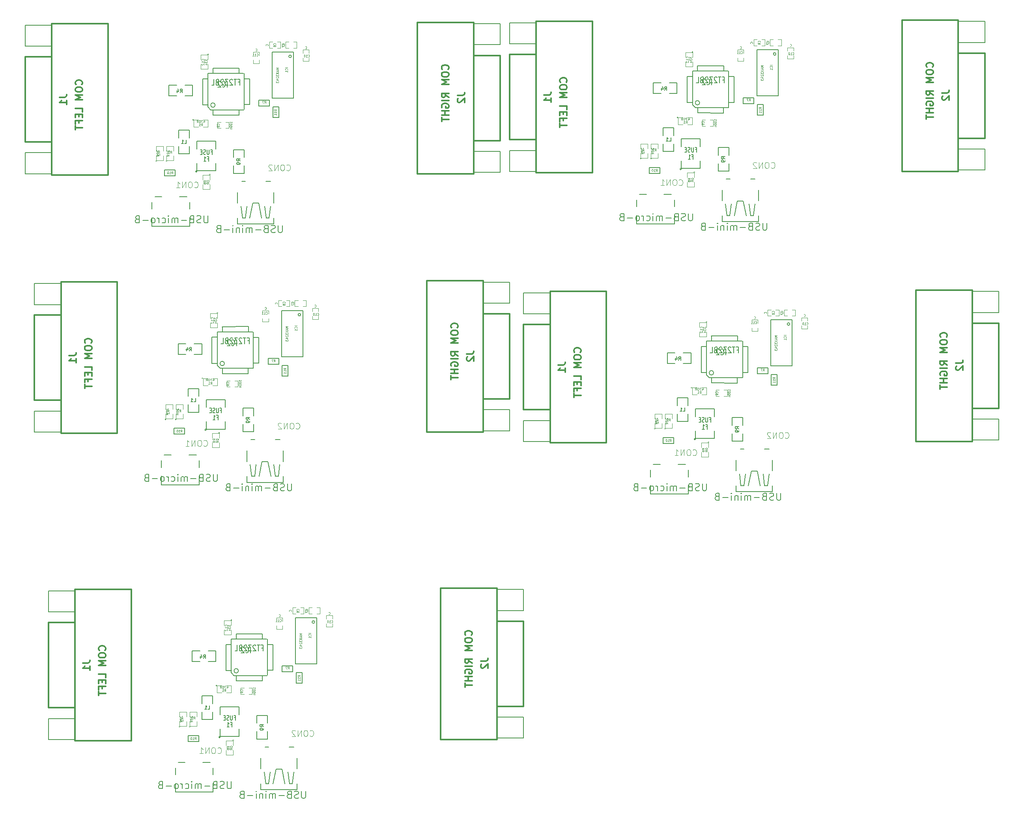
<source format=gbo>
G04 (created by PCBNEW (2013-jul-07)-stable) date śro, 10 cze 2015, 22:39:15*
%MOIN*%
G04 Gerber Fmt 3.4, Leading zero omitted, Abs format*
%FSLAX34Y34*%
G01*
G70*
G90*
G04 APERTURE LIST*
%ADD10C,0.00590551*%
%ADD11C,0.005*%
%ADD12C,0.012*%
%ADD13C,0.0039*%
%ADD14C,0.0047*%
%ADD15C,0.006*%
%ADD16C,0.0043*%
%ADD17C,0.0045*%
%ADD18C,0.008*%
%ADD19C,0.0035*%
G04 APERTURE END LIST*
G54D10*
G54D11*
X67348Y-17481D02*
X67348Y-13581D01*
X67348Y-13581D02*
X69148Y-13581D01*
X69148Y-13581D02*
X69148Y-17481D01*
X69148Y-17481D02*
X67348Y-17481D01*
X68959Y-13931D02*
G75*
G03X68959Y-13931I-111J0D01*
G74*
G01*
G54D10*
X48700Y-23858D02*
X46456Y-23858D01*
X46456Y-23858D02*
X46456Y-22086D01*
X46456Y-22086D02*
X48700Y-22086D01*
X48700Y-11299D02*
X46456Y-11299D01*
X46456Y-11299D02*
X46456Y-13070D01*
X46456Y-13070D02*
X48700Y-13070D01*
G54D12*
X53459Y-11169D02*
X53459Y-23969D01*
X53459Y-23969D02*
X48700Y-23969D01*
X48703Y-23969D02*
X48703Y-11169D01*
X48700Y-11169D02*
X53459Y-11169D01*
X46459Y-13969D02*
X48700Y-13969D01*
X46456Y-13969D02*
X46456Y-21169D01*
X48700Y-21169D02*
X46459Y-21169D01*
G54D10*
X84370Y-11181D02*
X86614Y-11181D01*
X86614Y-11181D02*
X86614Y-12952D01*
X86614Y-12952D02*
X84370Y-12952D01*
X84370Y-23740D02*
X86614Y-23740D01*
X86614Y-23740D02*
X86614Y-21968D01*
X86614Y-21968D02*
X84370Y-21968D01*
G54D12*
X79611Y-23869D02*
X79611Y-11069D01*
X79611Y-11069D02*
X84370Y-11069D01*
X84367Y-11069D02*
X84367Y-23869D01*
X84370Y-23869D02*
X79611Y-23869D01*
X86611Y-21069D02*
X84370Y-21069D01*
X86614Y-21069D02*
X86614Y-13869D01*
X84370Y-13869D02*
X86611Y-13869D01*
G54D11*
X60331Y-22181D02*
X59431Y-22181D01*
X59431Y-22181D02*
X59431Y-21531D01*
X60331Y-20831D02*
X60331Y-20181D01*
X60331Y-20181D02*
X59431Y-20181D01*
X59431Y-20181D02*
X59431Y-20831D01*
X60331Y-21531D02*
X60331Y-22181D01*
X60606Y-16380D02*
X60606Y-17280D01*
X60606Y-17280D02*
X59956Y-17280D01*
X59256Y-16380D02*
X58606Y-16380D01*
X58606Y-16380D02*
X58606Y-17280D01*
X58606Y-17280D02*
X59256Y-17280D01*
X59956Y-16380D02*
X60606Y-16380D01*
G54D13*
X60699Y-19306D02*
G75*
G03X60699Y-19306I-50J0D01*
G74*
G01*
X61099Y-19306D02*
X60699Y-19306D01*
X60699Y-19306D02*
X60699Y-19906D01*
X60699Y-19906D02*
X61099Y-19906D01*
X61499Y-19906D02*
X61899Y-19906D01*
X61899Y-19906D02*
X61899Y-19306D01*
X61899Y-19306D02*
X61499Y-19306D01*
X58450Y-22775D02*
G75*
G03X58450Y-22775I-50J0D01*
G74*
G01*
X58400Y-22325D02*
X58400Y-22725D01*
X58400Y-22725D02*
X59000Y-22725D01*
X59000Y-22725D02*
X59000Y-22325D01*
X59000Y-21925D02*
X59000Y-21525D01*
X59000Y-21525D02*
X58400Y-21525D01*
X58400Y-21525D02*
X58400Y-21925D01*
X57584Y-22775D02*
G75*
G03X57584Y-22775I-50J0D01*
G74*
G01*
X57534Y-22325D02*
X57534Y-22725D01*
X57534Y-22725D02*
X58134Y-22725D01*
X58134Y-22725D02*
X58134Y-22325D01*
X58134Y-21925D02*
X58134Y-21525D01*
X58134Y-21525D02*
X57534Y-21525D01*
X57534Y-21525D02*
X57534Y-21925D01*
X61964Y-13759D02*
G75*
G03X61964Y-13759I-50J0D01*
G74*
G01*
X61914Y-14209D02*
X61914Y-13809D01*
X61914Y-13809D02*
X61314Y-13809D01*
X61314Y-13809D02*
X61314Y-14209D01*
X61314Y-14609D02*
X61314Y-15009D01*
X61314Y-15009D02*
X61914Y-15009D01*
X61914Y-15009D02*
X61914Y-14609D01*
G54D14*
X62991Y-20019D02*
X62716Y-20019D01*
X63385Y-20019D02*
X63660Y-20019D01*
X62991Y-19507D02*
X62716Y-19507D01*
X63660Y-19507D02*
X63385Y-19507D01*
X62716Y-19513D02*
X62716Y-20013D01*
X63660Y-20013D02*
X63660Y-19513D01*
X66240Y-14252D02*
X66240Y-14527D01*
X66240Y-13858D02*
X66240Y-13583D01*
X65728Y-14252D02*
X65728Y-14527D01*
X65728Y-13583D02*
X65728Y-13858D01*
X65734Y-14527D02*
X66234Y-14527D01*
X66234Y-13583D02*
X65734Y-13583D01*
X67756Y-12716D02*
X68031Y-12716D01*
X67362Y-12716D02*
X67087Y-12716D01*
X67756Y-13228D02*
X68031Y-13228D01*
X67087Y-13228D02*
X67362Y-13228D01*
X68031Y-13222D02*
X68031Y-12722D01*
X67087Y-12722D02*
X67087Y-13222D01*
X70452Y-14055D02*
X70452Y-14330D01*
X70452Y-13661D02*
X70452Y-13386D01*
X69940Y-14055D02*
X69940Y-14330D01*
X69940Y-13386D02*
X69940Y-13661D01*
X69946Y-14330D02*
X70446Y-14330D01*
X70446Y-13386D02*
X69946Y-13386D01*
X69134Y-12716D02*
X69409Y-12716D01*
X68740Y-12716D02*
X68465Y-12716D01*
X69134Y-13228D02*
X69409Y-13228D01*
X68465Y-13228D02*
X68740Y-13228D01*
X69409Y-13222D02*
X69409Y-12722D01*
X68465Y-12722D02*
X68465Y-13222D01*
G54D15*
X65424Y-15839D02*
X64974Y-15839D01*
X65424Y-18019D02*
X64984Y-18019D01*
X65424Y-15839D02*
X65424Y-18019D01*
X64544Y-15369D02*
X64544Y-14939D01*
X62334Y-15359D02*
X62334Y-14939D01*
X62324Y-14939D02*
X64544Y-14929D01*
X62344Y-18909D02*
X64514Y-18919D01*
X61914Y-18219D02*
X61914Y-15389D01*
X64524Y-18909D02*
X64524Y-18499D01*
X62164Y-18459D02*
X64944Y-18459D01*
X64964Y-15379D02*
X64964Y-18419D01*
X61914Y-15379D02*
X64914Y-15379D01*
X61464Y-18049D02*
X61464Y-15829D01*
X61464Y-15829D02*
X61914Y-15829D01*
X61918Y-18229D02*
X62148Y-18459D01*
X61466Y-18049D02*
X61918Y-18049D01*
X62344Y-18459D02*
X62344Y-18911D01*
X62515Y-18055D02*
G75*
G03X62515Y-18055I-188J0D01*
G74*
G01*
G54D10*
X57185Y-28307D02*
X60374Y-28307D01*
X57185Y-27559D02*
X57185Y-28307D01*
X60374Y-27559D02*
X60374Y-28307D01*
X60374Y-26850D02*
X60374Y-26259D01*
X59507Y-25787D02*
X60137Y-25787D01*
X57421Y-25787D02*
X58011Y-25787D01*
X57185Y-26850D02*
X57185Y-26259D01*
G54D11*
X67103Y-17624D02*
X66203Y-17624D01*
X66203Y-17624D02*
X66203Y-18124D01*
X66203Y-18124D02*
X67103Y-18124D01*
X67103Y-18124D02*
X67103Y-17624D01*
G54D10*
X67480Y-26338D02*
X67480Y-25433D01*
X67440Y-28110D02*
X67480Y-28110D01*
X67480Y-28110D02*
X67480Y-27598D01*
X64409Y-28110D02*
X67440Y-28110D01*
X64409Y-26338D02*
X64409Y-25433D01*
X64409Y-28110D02*
X64409Y-27598D01*
X64763Y-24488D02*
X65078Y-24488D01*
X67204Y-24488D02*
X66811Y-24488D01*
G54D11*
X66444Y-27603D02*
X66194Y-26353D01*
X66194Y-26353D02*
X65694Y-26353D01*
X65694Y-26353D02*
X65444Y-27603D01*
X64694Y-26603D02*
X64819Y-27603D01*
X64819Y-27603D02*
X65069Y-27603D01*
X65069Y-27603D02*
X65194Y-26603D01*
X67194Y-26603D02*
X67069Y-27603D01*
X67069Y-27603D02*
X66819Y-27603D01*
X66819Y-27603D02*
X66694Y-26603D01*
X60992Y-23662D02*
G75*
G03X60992Y-23662I-70J0D01*
G74*
G01*
X60971Y-21762D02*
X60971Y-21112D01*
X60971Y-21112D02*
X62571Y-21112D01*
X62571Y-21112D02*
X62571Y-21762D01*
X62571Y-22962D02*
X62571Y-23612D01*
X62571Y-23612D02*
X60971Y-23612D01*
X60971Y-23612D02*
X60971Y-22962D01*
X64077Y-21834D02*
X64977Y-21834D01*
X64977Y-21834D02*
X64977Y-22484D01*
X64077Y-23184D02*
X64077Y-23834D01*
X64077Y-23834D02*
X64977Y-23834D01*
X64977Y-23834D02*
X64977Y-23184D01*
X64077Y-22484D02*
X64077Y-21834D01*
G54D13*
X62121Y-23916D02*
G75*
G03X62121Y-23916I-50J0D01*
G74*
G01*
X62071Y-24366D02*
X62071Y-23966D01*
X62071Y-23966D02*
X61471Y-23966D01*
X61471Y-23966D02*
X61471Y-24366D01*
X61471Y-24766D02*
X61471Y-25166D01*
X61471Y-25166D02*
X62071Y-25166D01*
X62071Y-25166D02*
X62071Y-24766D01*
G54D11*
X59150Y-23529D02*
X58250Y-23529D01*
X58250Y-23529D02*
X58250Y-24029D01*
X58250Y-24029D02*
X59150Y-24029D01*
X59150Y-24029D02*
X59150Y-23529D01*
X67387Y-18211D02*
X67387Y-19111D01*
X67387Y-19111D02*
X67887Y-19111D01*
X67887Y-19111D02*
X67887Y-18211D01*
X67887Y-18211D02*
X67387Y-18211D01*
X67348Y-17481D02*
X67348Y-13581D01*
X67348Y-13581D02*
X69148Y-13581D01*
X69148Y-13581D02*
X69148Y-17481D01*
X69148Y-17481D02*
X67348Y-17481D01*
X68959Y-13931D02*
G75*
G03X68959Y-13931I-111J0D01*
G74*
G01*
G54D10*
X48700Y-23858D02*
X46456Y-23858D01*
X46456Y-23858D02*
X46456Y-22086D01*
X46456Y-22086D02*
X48700Y-22086D01*
X48700Y-11299D02*
X46456Y-11299D01*
X46456Y-11299D02*
X46456Y-13070D01*
X46456Y-13070D02*
X48700Y-13070D01*
G54D12*
X53459Y-11169D02*
X53459Y-23969D01*
X53459Y-23969D02*
X48700Y-23969D01*
X48703Y-23969D02*
X48703Y-11169D01*
X48700Y-11169D02*
X53459Y-11169D01*
X46459Y-13969D02*
X48700Y-13969D01*
X46456Y-13969D02*
X46456Y-21169D01*
X48700Y-21169D02*
X46459Y-21169D01*
G54D10*
X84370Y-11181D02*
X86614Y-11181D01*
X86614Y-11181D02*
X86614Y-12952D01*
X86614Y-12952D02*
X84370Y-12952D01*
X84370Y-23740D02*
X86614Y-23740D01*
X86614Y-23740D02*
X86614Y-21968D01*
X86614Y-21968D02*
X84370Y-21968D01*
G54D12*
X79611Y-23869D02*
X79611Y-11069D01*
X79611Y-11069D02*
X84370Y-11069D01*
X84367Y-11069D02*
X84367Y-23869D01*
X84370Y-23869D02*
X79611Y-23869D01*
X86611Y-21069D02*
X84370Y-21069D01*
X86614Y-21069D02*
X86614Y-13869D01*
X84370Y-13869D02*
X86611Y-13869D01*
G54D11*
X60331Y-22181D02*
X59431Y-22181D01*
X59431Y-22181D02*
X59431Y-21531D01*
X60331Y-20831D02*
X60331Y-20181D01*
X60331Y-20181D02*
X59431Y-20181D01*
X59431Y-20181D02*
X59431Y-20831D01*
X60331Y-21531D02*
X60331Y-22181D01*
X60606Y-16380D02*
X60606Y-17280D01*
X60606Y-17280D02*
X59956Y-17280D01*
X59256Y-16380D02*
X58606Y-16380D01*
X58606Y-16380D02*
X58606Y-17280D01*
X58606Y-17280D02*
X59256Y-17280D01*
X59956Y-16380D02*
X60606Y-16380D01*
G54D13*
X60699Y-19306D02*
G75*
G03X60699Y-19306I-50J0D01*
G74*
G01*
X61099Y-19306D02*
X60699Y-19306D01*
X60699Y-19306D02*
X60699Y-19906D01*
X60699Y-19906D02*
X61099Y-19906D01*
X61499Y-19906D02*
X61899Y-19906D01*
X61899Y-19906D02*
X61899Y-19306D01*
X61899Y-19306D02*
X61499Y-19306D01*
X58450Y-22775D02*
G75*
G03X58450Y-22775I-50J0D01*
G74*
G01*
X58400Y-22325D02*
X58400Y-22725D01*
X58400Y-22725D02*
X59000Y-22725D01*
X59000Y-22725D02*
X59000Y-22325D01*
X59000Y-21925D02*
X59000Y-21525D01*
X59000Y-21525D02*
X58400Y-21525D01*
X58400Y-21525D02*
X58400Y-21925D01*
X57584Y-22775D02*
G75*
G03X57584Y-22775I-50J0D01*
G74*
G01*
X57534Y-22325D02*
X57534Y-22725D01*
X57534Y-22725D02*
X58134Y-22725D01*
X58134Y-22725D02*
X58134Y-22325D01*
X58134Y-21925D02*
X58134Y-21525D01*
X58134Y-21525D02*
X57534Y-21525D01*
X57534Y-21525D02*
X57534Y-21925D01*
X61964Y-13759D02*
G75*
G03X61964Y-13759I-50J0D01*
G74*
G01*
X61914Y-14209D02*
X61914Y-13809D01*
X61914Y-13809D02*
X61314Y-13809D01*
X61314Y-13809D02*
X61314Y-14209D01*
X61314Y-14609D02*
X61314Y-15009D01*
X61314Y-15009D02*
X61914Y-15009D01*
X61914Y-15009D02*
X61914Y-14609D01*
G54D14*
X62991Y-20019D02*
X62716Y-20019D01*
X63385Y-20019D02*
X63660Y-20019D01*
X62991Y-19507D02*
X62716Y-19507D01*
X63660Y-19507D02*
X63385Y-19507D01*
X62716Y-19513D02*
X62716Y-20013D01*
X63660Y-20013D02*
X63660Y-19513D01*
X66240Y-14252D02*
X66240Y-14527D01*
X66240Y-13858D02*
X66240Y-13583D01*
X65728Y-14252D02*
X65728Y-14527D01*
X65728Y-13583D02*
X65728Y-13858D01*
X65734Y-14527D02*
X66234Y-14527D01*
X66234Y-13583D02*
X65734Y-13583D01*
X67756Y-12716D02*
X68031Y-12716D01*
X67362Y-12716D02*
X67087Y-12716D01*
X67756Y-13228D02*
X68031Y-13228D01*
X67087Y-13228D02*
X67362Y-13228D01*
X68031Y-13222D02*
X68031Y-12722D01*
X67087Y-12722D02*
X67087Y-13222D01*
X70452Y-14055D02*
X70452Y-14330D01*
X70452Y-13661D02*
X70452Y-13386D01*
X69940Y-14055D02*
X69940Y-14330D01*
X69940Y-13386D02*
X69940Y-13661D01*
X69946Y-14330D02*
X70446Y-14330D01*
X70446Y-13386D02*
X69946Y-13386D01*
X69134Y-12716D02*
X69409Y-12716D01*
X68740Y-12716D02*
X68465Y-12716D01*
X69134Y-13228D02*
X69409Y-13228D01*
X68465Y-13228D02*
X68740Y-13228D01*
X69409Y-13222D02*
X69409Y-12722D01*
X68465Y-12722D02*
X68465Y-13222D01*
G54D15*
X65424Y-15839D02*
X64974Y-15839D01*
X65424Y-18019D02*
X64984Y-18019D01*
X65424Y-15839D02*
X65424Y-18019D01*
X64544Y-15369D02*
X64544Y-14939D01*
X62334Y-15359D02*
X62334Y-14939D01*
X62324Y-14939D02*
X64544Y-14929D01*
X62344Y-18909D02*
X64514Y-18919D01*
X61914Y-18219D02*
X61914Y-15389D01*
X64524Y-18909D02*
X64524Y-18499D01*
X62164Y-18459D02*
X64944Y-18459D01*
X64964Y-15379D02*
X64964Y-18419D01*
X61914Y-15379D02*
X64914Y-15379D01*
X61464Y-18049D02*
X61464Y-15829D01*
X61464Y-15829D02*
X61914Y-15829D01*
X61918Y-18229D02*
X62148Y-18459D01*
X61466Y-18049D02*
X61918Y-18049D01*
X62344Y-18459D02*
X62344Y-18911D01*
X62515Y-18055D02*
G75*
G03X62515Y-18055I-188J0D01*
G74*
G01*
G54D10*
X57185Y-28307D02*
X60374Y-28307D01*
X57185Y-27559D02*
X57185Y-28307D01*
X60374Y-27559D02*
X60374Y-28307D01*
X60374Y-26850D02*
X60374Y-26259D01*
X59507Y-25787D02*
X60137Y-25787D01*
X57421Y-25787D02*
X58011Y-25787D01*
X57185Y-26850D02*
X57185Y-26259D01*
G54D11*
X67103Y-17624D02*
X66203Y-17624D01*
X66203Y-17624D02*
X66203Y-18124D01*
X66203Y-18124D02*
X67103Y-18124D01*
X67103Y-18124D02*
X67103Y-17624D01*
G54D10*
X67480Y-26338D02*
X67480Y-25433D01*
X67440Y-28110D02*
X67480Y-28110D01*
X67480Y-28110D02*
X67480Y-27598D01*
X64409Y-28110D02*
X67440Y-28110D01*
X64409Y-26338D02*
X64409Y-25433D01*
X64409Y-28110D02*
X64409Y-27598D01*
X64763Y-24488D02*
X65078Y-24488D01*
X67204Y-24488D02*
X66811Y-24488D01*
G54D11*
X66444Y-27603D02*
X66194Y-26353D01*
X66194Y-26353D02*
X65694Y-26353D01*
X65694Y-26353D02*
X65444Y-27603D01*
X64694Y-26603D02*
X64819Y-27603D01*
X64819Y-27603D02*
X65069Y-27603D01*
X65069Y-27603D02*
X65194Y-26603D01*
X67194Y-26603D02*
X67069Y-27603D01*
X67069Y-27603D02*
X66819Y-27603D01*
X66819Y-27603D02*
X66694Y-26603D01*
X60992Y-23662D02*
G75*
G03X60992Y-23662I-70J0D01*
G74*
G01*
X60971Y-21762D02*
X60971Y-21112D01*
X60971Y-21112D02*
X62571Y-21112D01*
X62571Y-21112D02*
X62571Y-21762D01*
X62571Y-22962D02*
X62571Y-23612D01*
X62571Y-23612D02*
X60971Y-23612D01*
X60971Y-23612D02*
X60971Y-22962D01*
X64077Y-21834D02*
X64977Y-21834D01*
X64977Y-21834D02*
X64977Y-22484D01*
X64077Y-23184D02*
X64077Y-23834D01*
X64077Y-23834D02*
X64977Y-23834D01*
X64977Y-23834D02*
X64977Y-23184D01*
X64077Y-22484D02*
X64077Y-21834D01*
G54D13*
X62121Y-23916D02*
G75*
G03X62121Y-23916I-50J0D01*
G74*
G01*
X62071Y-24366D02*
X62071Y-23966D01*
X62071Y-23966D02*
X61471Y-23966D01*
X61471Y-23966D02*
X61471Y-24366D01*
X61471Y-24766D02*
X61471Y-25166D01*
X61471Y-25166D02*
X62071Y-25166D01*
X62071Y-25166D02*
X62071Y-24766D01*
G54D11*
X59150Y-23529D02*
X58250Y-23529D01*
X58250Y-23529D02*
X58250Y-24029D01*
X58250Y-24029D02*
X59150Y-24029D01*
X59150Y-24029D02*
X59150Y-23529D01*
X67387Y-18211D02*
X67387Y-19111D01*
X67387Y-19111D02*
X67887Y-19111D01*
X67887Y-19111D02*
X67887Y-18211D01*
X67887Y-18211D02*
X67387Y-18211D01*
X67348Y-17481D02*
X67348Y-13581D01*
X67348Y-13581D02*
X69148Y-13581D01*
X69148Y-13581D02*
X69148Y-17481D01*
X69148Y-17481D02*
X67348Y-17481D01*
X68959Y-13931D02*
G75*
G03X68959Y-13931I-111J0D01*
G74*
G01*
G54D10*
X48700Y-23858D02*
X46456Y-23858D01*
X46456Y-23858D02*
X46456Y-22086D01*
X46456Y-22086D02*
X48700Y-22086D01*
X48700Y-11299D02*
X46456Y-11299D01*
X46456Y-11299D02*
X46456Y-13070D01*
X46456Y-13070D02*
X48700Y-13070D01*
G54D12*
X53459Y-11169D02*
X53459Y-23969D01*
X53459Y-23969D02*
X48700Y-23969D01*
X48703Y-23969D02*
X48703Y-11169D01*
X48700Y-11169D02*
X53459Y-11169D01*
X46459Y-13969D02*
X48700Y-13969D01*
X46456Y-13969D02*
X46456Y-21169D01*
X48700Y-21169D02*
X46459Y-21169D01*
G54D10*
X84370Y-11181D02*
X86614Y-11181D01*
X86614Y-11181D02*
X86614Y-12952D01*
X86614Y-12952D02*
X84370Y-12952D01*
X84370Y-23740D02*
X86614Y-23740D01*
X86614Y-23740D02*
X86614Y-21968D01*
X86614Y-21968D02*
X84370Y-21968D01*
G54D12*
X79611Y-23869D02*
X79611Y-11069D01*
X79611Y-11069D02*
X84370Y-11069D01*
X84367Y-11069D02*
X84367Y-23869D01*
X84370Y-23869D02*
X79611Y-23869D01*
X86611Y-21069D02*
X84370Y-21069D01*
X86614Y-21069D02*
X86614Y-13869D01*
X84370Y-13869D02*
X86611Y-13869D01*
G54D11*
X60331Y-22181D02*
X59431Y-22181D01*
X59431Y-22181D02*
X59431Y-21531D01*
X60331Y-20831D02*
X60331Y-20181D01*
X60331Y-20181D02*
X59431Y-20181D01*
X59431Y-20181D02*
X59431Y-20831D01*
X60331Y-21531D02*
X60331Y-22181D01*
X60606Y-16380D02*
X60606Y-17280D01*
X60606Y-17280D02*
X59956Y-17280D01*
X59256Y-16380D02*
X58606Y-16380D01*
X58606Y-16380D02*
X58606Y-17280D01*
X58606Y-17280D02*
X59256Y-17280D01*
X59956Y-16380D02*
X60606Y-16380D01*
G54D13*
X60699Y-19306D02*
G75*
G03X60699Y-19306I-50J0D01*
G74*
G01*
X61099Y-19306D02*
X60699Y-19306D01*
X60699Y-19306D02*
X60699Y-19906D01*
X60699Y-19906D02*
X61099Y-19906D01*
X61499Y-19906D02*
X61899Y-19906D01*
X61899Y-19906D02*
X61899Y-19306D01*
X61899Y-19306D02*
X61499Y-19306D01*
X58450Y-22775D02*
G75*
G03X58450Y-22775I-50J0D01*
G74*
G01*
X58400Y-22325D02*
X58400Y-22725D01*
X58400Y-22725D02*
X59000Y-22725D01*
X59000Y-22725D02*
X59000Y-22325D01*
X59000Y-21925D02*
X59000Y-21525D01*
X59000Y-21525D02*
X58400Y-21525D01*
X58400Y-21525D02*
X58400Y-21925D01*
X57584Y-22775D02*
G75*
G03X57584Y-22775I-50J0D01*
G74*
G01*
X57534Y-22325D02*
X57534Y-22725D01*
X57534Y-22725D02*
X58134Y-22725D01*
X58134Y-22725D02*
X58134Y-22325D01*
X58134Y-21925D02*
X58134Y-21525D01*
X58134Y-21525D02*
X57534Y-21525D01*
X57534Y-21525D02*
X57534Y-21925D01*
X61964Y-13759D02*
G75*
G03X61964Y-13759I-50J0D01*
G74*
G01*
X61914Y-14209D02*
X61914Y-13809D01*
X61914Y-13809D02*
X61314Y-13809D01*
X61314Y-13809D02*
X61314Y-14209D01*
X61314Y-14609D02*
X61314Y-15009D01*
X61314Y-15009D02*
X61914Y-15009D01*
X61914Y-15009D02*
X61914Y-14609D01*
G54D14*
X62991Y-20019D02*
X62716Y-20019D01*
X63385Y-20019D02*
X63660Y-20019D01*
X62991Y-19507D02*
X62716Y-19507D01*
X63660Y-19507D02*
X63385Y-19507D01*
X62716Y-19513D02*
X62716Y-20013D01*
X63660Y-20013D02*
X63660Y-19513D01*
X66240Y-14252D02*
X66240Y-14527D01*
X66240Y-13858D02*
X66240Y-13583D01*
X65728Y-14252D02*
X65728Y-14527D01*
X65728Y-13583D02*
X65728Y-13858D01*
X65734Y-14527D02*
X66234Y-14527D01*
X66234Y-13583D02*
X65734Y-13583D01*
X67756Y-12716D02*
X68031Y-12716D01*
X67362Y-12716D02*
X67087Y-12716D01*
X67756Y-13228D02*
X68031Y-13228D01*
X67087Y-13228D02*
X67362Y-13228D01*
X68031Y-13222D02*
X68031Y-12722D01*
X67087Y-12722D02*
X67087Y-13222D01*
X70452Y-14055D02*
X70452Y-14330D01*
X70452Y-13661D02*
X70452Y-13386D01*
X69940Y-14055D02*
X69940Y-14330D01*
X69940Y-13386D02*
X69940Y-13661D01*
X69946Y-14330D02*
X70446Y-14330D01*
X70446Y-13386D02*
X69946Y-13386D01*
X69134Y-12716D02*
X69409Y-12716D01*
X68740Y-12716D02*
X68465Y-12716D01*
X69134Y-13228D02*
X69409Y-13228D01*
X68465Y-13228D02*
X68740Y-13228D01*
X69409Y-13222D02*
X69409Y-12722D01*
X68465Y-12722D02*
X68465Y-13222D01*
G54D15*
X65424Y-15839D02*
X64974Y-15839D01*
X65424Y-18019D02*
X64984Y-18019D01*
X65424Y-15839D02*
X65424Y-18019D01*
X64544Y-15369D02*
X64544Y-14939D01*
X62334Y-15359D02*
X62334Y-14939D01*
X62324Y-14939D02*
X64544Y-14929D01*
X62344Y-18909D02*
X64514Y-18919D01*
X61914Y-18219D02*
X61914Y-15389D01*
X64524Y-18909D02*
X64524Y-18499D01*
X62164Y-18459D02*
X64944Y-18459D01*
X64964Y-15379D02*
X64964Y-18419D01*
X61914Y-15379D02*
X64914Y-15379D01*
X61464Y-18049D02*
X61464Y-15829D01*
X61464Y-15829D02*
X61914Y-15829D01*
X61918Y-18229D02*
X62148Y-18459D01*
X61466Y-18049D02*
X61918Y-18049D01*
X62344Y-18459D02*
X62344Y-18911D01*
X62515Y-18055D02*
G75*
G03X62515Y-18055I-188J0D01*
G74*
G01*
G54D10*
X57185Y-28307D02*
X60374Y-28307D01*
X57185Y-27559D02*
X57185Y-28307D01*
X60374Y-27559D02*
X60374Y-28307D01*
X60374Y-26850D02*
X60374Y-26259D01*
X59507Y-25787D02*
X60137Y-25787D01*
X57421Y-25787D02*
X58011Y-25787D01*
X57185Y-26850D02*
X57185Y-26259D01*
G54D11*
X67103Y-17624D02*
X66203Y-17624D01*
X66203Y-17624D02*
X66203Y-18124D01*
X66203Y-18124D02*
X67103Y-18124D01*
X67103Y-18124D02*
X67103Y-17624D01*
G54D10*
X67480Y-26338D02*
X67480Y-25433D01*
X67440Y-28110D02*
X67480Y-28110D01*
X67480Y-28110D02*
X67480Y-27598D01*
X64409Y-28110D02*
X67440Y-28110D01*
X64409Y-26338D02*
X64409Y-25433D01*
X64409Y-28110D02*
X64409Y-27598D01*
X64763Y-24488D02*
X65078Y-24488D01*
X67204Y-24488D02*
X66811Y-24488D01*
G54D11*
X66444Y-27603D02*
X66194Y-26353D01*
X66194Y-26353D02*
X65694Y-26353D01*
X65694Y-26353D02*
X65444Y-27603D01*
X64694Y-26603D02*
X64819Y-27603D01*
X64819Y-27603D02*
X65069Y-27603D01*
X65069Y-27603D02*
X65194Y-26603D01*
X67194Y-26603D02*
X67069Y-27603D01*
X67069Y-27603D02*
X66819Y-27603D01*
X66819Y-27603D02*
X66694Y-26603D01*
X60992Y-23662D02*
G75*
G03X60992Y-23662I-70J0D01*
G74*
G01*
X60971Y-21762D02*
X60971Y-21112D01*
X60971Y-21112D02*
X62571Y-21112D01*
X62571Y-21112D02*
X62571Y-21762D01*
X62571Y-22962D02*
X62571Y-23612D01*
X62571Y-23612D02*
X60971Y-23612D01*
X60971Y-23612D02*
X60971Y-22962D01*
X64077Y-21834D02*
X64977Y-21834D01*
X64977Y-21834D02*
X64977Y-22484D01*
X64077Y-23184D02*
X64077Y-23834D01*
X64077Y-23834D02*
X64977Y-23834D01*
X64977Y-23834D02*
X64977Y-23184D01*
X64077Y-22484D02*
X64077Y-21834D01*
G54D13*
X62121Y-23916D02*
G75*
G03X62121Y-23916I-50J0D01*
G74*
G01*
X62071Y-24366D02*
X62071Y-23966D01*
X62071Y-23966D02*
X61471Y-23966D01*
X61471Y-23966D02*
X61471Y-24366D01*
X61471Y-24766D02*
X61471Y-25166D01*
X61471Y-25166D02*
X62071Y-25166D01*
X62071Y-25166D02*
X62071Y-24766D01*
G54D11*
X59150Y-23529D02*
X58250Y-23529D01*
X58250Y-23529D02*
X58250Y-24029D01*
X58250Y-24029D02*
X59150Y-24029D01*
X59150Y-24029D02*
X59150Y-23529D01*
X67387Y-18211D02*
X67387Y-19111D01*
X67387Y-19111D02*
X67887Y-19111D01*
X67887Y-19111D02*
X67887Y-18211D01*
X67887Y-18211D02*
X67387Y-18211D01*
X27190Y-39528D02*
X27190Y-35628D01*
X27190Y-35628D02*
X28990Y-35628D01*
X28990Y-35628D02*
X28990Y-39528D01*
X28990Y-39528D02*
X27190Y-39528D01*
X28802Y-35978D02*
G75*
G03X28802Y-35978I-111J0D01*
G74*
G01*
G54D10*
X8543Y-45905D02*
X6299Y-45905D01*
X6299Y-45905D02*
X6299Y-44133D01*
X6299Y-44133D02*
X8543Y-44133D01*
X8543Y-33346D02*
X6299Y-33346D01*
X6299Y-33346D02*
X6299Y-35118D01*
X6299Y-35118D02*
X8543Y-35118D01*
G54D12*
X13301Y-33216D02*
X13301Y-46016D01*
X13301Y-46016D02*
X8543Y-46016D01*
X8545Y-46016D02*
X8545Y-33216D01*
X8543Y-33216D02*
X13301Y-33216D01*
X6301Y-36016D02*
X8543Y-36016D01*
X6299Y-36016D02*
X6299Y-43216D01*
X8543Y-43216D02*
X6301Y-43216D01*
G54D10*
X44212Y-33228D02*
X46456Y-33228D01*
X46456Y-33228D02*
X46456Y-35000D01*
X46456Y-35000D02*
X44212Y-35000D01*
X44212Y-45787D02*
X46456Y-45787D01*
X46456Y-45787D02*
X46456Y-44015D01*
X46456Y-44015D02*
X44212Y-44015D01*
G54D12*
X39454Y-45916D02*
X39454Y-33116D01*
X39454Y-33116D02*
X44212Y-33116D01*
X44210Y-33116D02*
X44210Y-45916D01*
X44212Y-45916D02*
X39454Y-45916D01*
X46454Y-43116D02*
X44212Y-43116D01*
X46456Y-43116D02*
X46456Y-35916D01*
X44212Y-35916D02*
X46454Y-35916D01*
G54D11*
X20174Y-44228D02*
X19274Y-44228D01*
X19274Y-44228D02*
X19274Y-43578D01*
X20174Y-42878D02*
X20174Y-42228D01*
X20174Y-42228D02*
X19274Y-42228D01*
X19274Y-42228D02*
X19274Y-42878D01*
X20174Y-43578D02*
X20174Y-44228D01*
X20448Y-38427D02*
X20448Y-39327D01*
X20448Y-39327D02*
X19798Y-39327D01*
X19098Y-38427D02*
X18448Y-38427D01*
X18448Y-38427D02*
X18448Y-39327D01*
X18448Y-39327D02*
X19098Y-39327D01*
X19798Y-38427D02*
X20448Y-38427D01*
G54D13*
X20541Y-41353D02*
G75*
G03X20541Y-41353I-50J0D01*
G74*
G01*
X20941Y-41353D02*
X20541Y-41353D01*
X20541Y-41353D02*
X20541Y-41953D01*
X20541Y-41953D02*
X20941Y-41953D01*
X21341Y-41953D02*
X21741Y-41953D01*
X21741Y-41953D02*
X21741Y-41353D01*
X21741Y-41353D02*
X21341Y-41353D01*
X18293Y-44823D02*
G75*
G03X18293Y-44823I-50J0D01*
G74*
G01*
X18243Y-44373D02*
X18243Y-44773D01*
X18243Y-44773D02*
X18843Y-44773D01*
X18843Y-44773D02*
X18843Y-44373D01*
X18843Y-43973D02*
X18843Y-43573D01*
X18843Y-43573D02*
X18243Y-43573D01*
X18243Y-43573D02*
X18243Y-43973D01*
X17427Y-44823D02*
G75*
G03X17427Y-44823I-50J0D01*
G74*
G01*
X17377Y-44373D02*
X17377Y-44773D01*
X17377Y-44773D02*
X17977Y-44773D01*
X17977Y-44773D02*
X17977Y-44373D01*
X17977Y-43973D02*
X17977Y-43573D01*
X17977Y-43573D02*
X17377Y-43573D01*
X17377Y-43573D02*
X17377Y-43973D01*
X21806Y-35806D02*
G75*
G03X21806Y-35806I-50J0D01*
G74*
G01*
X21756Y-36256D02*
X21756Y-35856D01*
X21756Y-35856D02*
X21156Y-35856D01*
X21156Y-35856D02*
X21156Y-36256D01*
X21156Y-36656D02*
X21156Y-37056D01*
X21156Y-37056D02*
X21756Y-37056D01*
X21756Y-37056D02*
X21756Y-36656D01*
G54D14*
X22834Y-42067D02*
X22559Y-42067D01*
X23228Y-42067D02*
X23503Y-42067D01*
X22834Y-41555D02*
X22559Y-41555D01*
X23503Y-41555D02*
X23228Y-41555D01*
X22559Y-41561D02*
X22559Y-42061D01*
X23503Y-42061D02*
X23503Y-41561D01*
X26082Y-36299D02*
X26082Y-36574D01*
X26082Y-35905D02*
X26082Y-35630D01*
X25570Y-36299D02*
X25570Y-36574D01*
X25570Y-35630D02*
X25570Y-35905D01*
X25576Y-36574D02*
X26076Y-36574D01*
X26076Y-35630D02*
X25576Y-35630D01*
X27598Y-34763D02*
X27873Y-34763D01*
X27204Y-34763D02*
X26929Y-34763D01*
X27598Y-35275D02*
X27873Y-35275D01*
X26929Y-35275D02*
X27204Y-35275D01*
X27873Y-35269D02*
X27873Y-34769D01*
X26929Y-34769D02*
X26929Y-35269D01*
X30295Y-36102D02*
X30295Y-36377D01*
X30295Y-35708D02*
X30295Y-35433D01*
X29783Y-36102D02*
X29783Y-36377D01*
X29783Y-35433D02*
X29783Y-35708D01*
X29789Y-36377D02*
X30289Y-36377D01*
X30289Y-35433D02*
X29789Y-35433D01*
X28976Y-34763D02*
X29251Y-34763D01*
X28582Y-34763D02*
X28307Y-34763D01*
X28976Y-35275D02*
X29251Y-35275D01*
X28307Y-35275D02*
X28582Y-35275D01*
X29251Y-35269D02*
X29251Y-34769D01*
X28307Y-34769D02*
X28307Y-35269D01*
G54D15*
X25267Y-37886D02*
X24817Y-37886D01*
X25267Y-40066D02*
X24827Y-40066D01*
X25267Y-37886D02*
X25267Y-40066D01*
X24387Y-37416D02*
X24387Y-36986D01*
X22177Y-37406D02*
X22177Y-36986D01*
X22167Y-36986D02*
X24387Y-36976D01*
X22187Y-40956D02*
X24357Y-40966D01*
X21757Y-40266D02*
X21757Y-37436D01*
X24367Y-40956D02*
X24367Y-40546D01*
X22007Y-40506D02*
X24787Y-40506D01*
X24807Y-37426D02*
X24807Y-40466D01*
X21757Y-37426D02*
X24757Y-37426D01*
X21307Y-40096D02*
X21307Y-37876D01*
X21307Y-37876D02*
X21757Y-37876D01*
X21761Y-40276D02*
X21991Y-40506D01*
X21309Y-40096D02*
X21761Y-40096D01*
X22187Y-40506D02*
X22187Y-40958D01*
X22358Y-40102D02*
G75*
G03X22358Y-40102I-188J0D01*
G74*
G01*
G54D10*
X17027Y-50354D02*
X20216Y-50354D01*
X17027Y-49606D02*
X17027Y-50354D01*
X20216Y-49606D02*
X20216Y-50354D01*
X20216Y-48897D02*
X20216Y-48307D01*
X19350Y-47834D02*
X19980Y-47834D01*
X17263Y-47834D02*
X17854Y-47834D01*
X17027Y-48897D02*
X17027Y-48307D01*
G54D11*
X26946Y-39671D02*
X26046Y-39671D01*
X26046Y-39671D02*
X26046Y-40171D01*
X26046Y-40171D02*
X26946Y-40171D01*
X26946Y-40171D02*
X26946Y-39671D01*
G54D10*
X27322Y-48385D02*
X27322Y-47480D01*
X27283Y-50157D02*
X27322Y-50157D01*
X27322Y-50157D02*
X27322Y-49645D01*
X24251Y-50157D02*
X27283Y-50157D01*
X24251Y-48385D02*
X24251Y-47480D01*
X24251Y-50157D02*
X24251Y-49645D01*
X24606Y-46535D02*
X24921Y-46535D01*
X27047Y-46535D02*
X26653Y-46535D01*
G54D11*
X26287Y-49650D02*
X26037Y-48400D01*
X26037Y-48400D02*
X25537Y-48400D01*
X25537Y-48400D02*
X25287Y-49650D01*
X24537Y-48650D02*
X24662Y-49650D01*
X24662Y-49650D02*
X24912Y-49650D01*
X24912Y-49650D02*
X25037Y-48650D01*
X27037Y-48650D02*
X26912Y-49650D01*
X26912Y-49650D02*
X26662Y-49650D01*
X26662Y-49650D02*
X26537Y-48650D01*
X20834Y-45709D02*
G75*
G03X20834Y-45709I-70J0D01*
G74*
G01*
X20814Y-43809D02*
X20814Y-43159D01*
X20814Y-43159D02*
X22414Y-43159D01*
X22414Y-43159D02*
X22414Y-43809D01*
X22414Y-45009D02*
X22414Y-45659D01*
X22414Y-45659D02*
X20814Y-45659D01*
X20814Y-45659D02*
X20814Y-45009D01*
X23920Y-43881D02*
X24820Y-43881D01*
X24820Y-43881D02*
X24820Y-44531D01*
X23920Y-45231D02*
X23920Y-45881D01*
X23920Y-45881D02*
X24820Y-45881D01*
X24820Y-45881D02*
X24820Y-45231D01*
X23920Y-44531D02*
X23920Y-43881D01*
G54D13*
X21964Y-45964D02*
G75*
G03X21964Y-45964I-50J0D01*
G74*
G01*
X21914Y-46414D02*
X21914Y-46014D01*
X21914Y-46014D02*
X21314Y-46014D01*
X21314Y-46014D02*
X21314Y-46414D01*
X21314Y-46814D02*
X21314Y-47214D01*
X21314Y-47214D02*
X21914Y-47214D01*
X21914Y-47214D02*
X21914Y-46814D01*
G54D11*
X18993Y-45576D02*
X18093Y-45576D01*
X18093Y-45576D02*
X18093Y-46076D01*
X18093Y-46076D02*
X18993Y-46076D01*
X18993Y-46076D02*
X18993Y-45576D01*
X27230Y-40258D02*
X27230Y-41158D01*
X27230Y-41158D02*
X27730Y-41158D01*
X27730Y-41158D02*
X27730Y-40258D01*
X27730Y-40258D02*
X27230Y-40258D01*
X27190Y-39528D02*
X27190Y-35628D01*
X27190Y-35628D02*
X28990Y-35628D01*
X28990Y-35628D02*
X28990Y-39528D01*
X28990Y-39528D02*
X27190Y-39528D01*
X28802Y-35978D02*
G75*
G03X28802Y-35978I-111J0D01*
G74*
G01*
G54D10*
X8543Y-45905D02*
X6299Y-45905D01*
X6299Y-45905D02*
X6299Y-44133D01*
X6299Y-44133D02*
X8543Y-44133D01*
X8543Y-33346D02*
X6299Y-33346D01*
X6299Y-33346D02*
X6299Y-35118D01*
X6299Y-35118D02*
X8543Y-35118D01*
G54D12*
X13301Y-33216D02*
X13301Y-46016D01*
X13301Y-46016D02*
X8543Y-46016D01*
X8545Y-46016D02*
X8545Y-33216D01*
X8543Y-33216D02*
X13301Y-33216D01*
X6301Y-36016D02*
X8543Y-36016D01*
X6299Y-36016D02*
X6299Y-43216D01*
X8543Y-43216D02*
X6301Y-43216D01*
G54D10*
X44212Y-33228D02*
X46456Y-33228D01*
X46456Y-33228D02*
X46456Y-35000D01*
X46456Y-35000D02*
X44212Y-35000D01*
X44212Y-45787D02*
X46456Y-45787D01*
X46456Y-45787D02*
X46456Y-44015D01*
X46456Y-44015D02*
X44212Y-44015D01*
G54D12*
X39454Y-45916D02*
X39454Y-33116D01*
X39454Y-33116D02*
X44212Y-33116D01*
X44210Y-33116D02*
X44210Y-45916D01*
X44212Y-45916D02*
X39454Y-45916D01*
X46454Y-43116D02*
X44212Y-43116D01*
X46456Y-43116D02*
X46456Y-35916D01*
X44212Y-35916D02*
X46454Y-35916D01*
G54D11*
X20174Y-44228D02*
X19274Y-44228D01*
X19274Y-44228D02*
X19274Y-43578D01*
X20174Y-42878D02*
X20174Y-42228D01*
X20174Y-42228D02*
X19274Y-42228D01*
X19274Y-42228D02*
X19274Y-42878D01*
X20174Y-43578D02*
X20174Y-44228D01*
X20448Y-38427D02*
X20448Y-39327D01*
X20448Y-39327D02*
X19798Y-39327D01*
X19098Y-38427D02*
X18448Y-38427D01*
X18448Y-38427D02*
X18448Y-39327D01*
X18448Y-39327D02*
X19098Y-39327D01*
X19798Y-38427D02*
X20448Y-38427D01*
G54D13*
X20541Y-41353D02*
G75*
G03X20541Y-41353I-50J0D01*
G74*
G01*
X20941Y-41353D02*
X20541Y-41353D01*
X20541Y-41353D02*
X20541Y-41953D01*
X20541Y-41953D02*
X20941Y-41953D01*
X21341Y-41953D02*
X21741Y-41953D01*
X21741Y-41953D02*
X21741Y-41353D01*
X21741Y-41353D02*
X21341Y-41353D01*
X18293Y-44823D02*
G75*
G03X18293Y-44823I-50J0D01*
G74*
G01*
X18243Y-44373D02*
X18243Y-44773D01*
X18243Y-44773D02*
X18843Y-44773D01*
X18843Y-44773D02*
X18843Y-44373D01*
X18843Y-43973D02*
X18843Y-43573D01*
X18843Y-43573D02*
X18243Y-43573D01*
X18243Y-43573D02*
X18243Y-43973D01*
X17427Y-44823D02*
G75*
G03X17427Y-44823I-50J0D01*
G74*
G01*
X17377Y-44373D02*
X17377Y-44773D01*
X17377Y-44773D02*
X17977Y-44773D01*
X17977Y-44773D02*
X17977Y-44373D01*
X17977Y-43973D02*
X17977Y-43573D01*
X17977Y-43573D02*
X17377Y-43573D01*
X17377Y-43573D02*
X17377Y-43973D01*
X21806Y-35806D02*
G75*
G03X21806Y-35806I-50J0D01*
G74*
G01*
X21756Y-36256D02*
X21756Y-35856D01*
X21756Y-35856D02*
X21156Y-35856D01*
X21156Y-35856D02*
X21156Y-36256D01*
X21156Y-36656D02*
X21156Y-37056D01*
X21156Y-37056D02*
X21756Y-37056D01*
X21756Y-37056D02*
X21756Y-36656D01*
G54D14*
X22834Y-42067D02*
X22559Y-42067D01*
X23228Y-42067D02*
X23503Y-42067D01*
X22834Y-41555D02*
X22559Y-41555D01*
X23503Y-41555D02*
X23228Y-41555D01*
X22559Y-41561D02*
X22559Y-42061D01*
X23503Y-42061D02*
X23503Y-41561D01*
X26082Y-36299D02*
X26082Y-36574D01*
X26082Y-35905D02*
X26082Y-35630D01*
X25570Y-36299D02*
X25570Y-36574D01*
X25570Y-35630D02*
X25570Y-35905D01*
X25576Y-36574D02*
X26076Y-36574D01*
X26076Y-35630D02*
X25576Y-35630D01*
X27598Y-34763D02*
X27873Y-34763D01*
X27204Y-34763D02*
X26929Y-34763D01*
X27598Y-35275D02*
X27873Y-35275D01*
X26929Y-35275D02*
X27204Y-35275D01*
X27873Y-35269D02*
X27873Y-34769D01*
X26929Y-34769D02*
X26929Y-35269D01*
X30295Y-36102D02*
X30295Y-36377D01*
X30295Y-35708D02*
X30295Y-35433D01*
X29783Y-36102D02*
X29783Y-36377D01*
X29783Y-35433D02*
X29783Y-35708D01*
X29789Y-36377D02*
X30289Y-36377D01*
X30289Y-35433D02*
X29789Y-35433D01*
X28976Y-34763D02*
X29251Y-34763D01*
X28582Y-34763D02*
X28307Y-34763D01*
X28976Y-35275D02*
X29251Y-35275D01*
X28307Y-35275D02*
X28582Y-35275D01*
X29251Y-35269D02*
X29251Y-34769D01*
X28307Y-34769D02*
X28307Y-35269D01*
G54D15*
X25267Y-37886D02*
X24817Y-37886D01*
X25267Y-40066D02*
X24827Y-40066D01*
X25267Y-37886D02*
X25267Y-40066D01*
X24387Y-37416D02*
X24387Y-36986D01*
X22177Y-37406D02*
X22177Y-36986D01*
X22167Y-36986D02*
X24387Y-36976D01*
X22187Y-40956D02*
X24357Y-40966D01*
X21757Y-40266D02*
X21757Y-37436D01*
X24367Y-40956D02*
X24367Y-40546D01*
X22007Y-40506D02*
X24787Y-40506D01*
X24807Y-37426D02*
X24807Y-40466D01*
X21757Y-37426D02*
X24757Y-37426D01*
X21307Y-40096D02*
X21307Y-37876D01*
X21307Y-37876D02*
X21757Y-37876D01*
X21761Y-40276D02*
X21991Y-40506D01*
X21309Y-40096D02*
X21761Y-40096D01*
X22187Y-40506D02*
X22187Y-40958D01*
X22358Y-40102D02*
G75*
G03X22358Y-40102I-188J0D01*
G74*
G01*
G54D10*
X17027Y-50354D02*
X20216Y-50354D01*
X17027Y-49606D02*
X17027Y-50354D01*
X20216Y-49606D02*
X20216Y-50354D01*
X20216Y-48897D02*
X20216Y-48307D01*
X19350Y-47834D02*
X19980Y-47834D01*
X17263Y-47834D02*
X17854Y-47834D01*
X17027Y-48897D02*
X17027Y-48307D01*
G54D11*
X26946Y-39671D02*
X26046Y-39671D01*
X26046Y-39671D02*
X26046Y-40171D01*
X26046Y-40171D02*
X26946Y-40171D01*
X26946Y-40171D02*
X26946Y-39671D01*
G54D10*
X27322Y-48385D02*
X27322Y-47480D01*
X27283Y-50157D02*
X27322Y-50157D01*
X27322Y-50157D02*
X27322Y-49645D01*
X24251Y-50157D02*
X27283Y-50157D01*
X24251Y-48385D02*
X24251Y-47480D01*
X24251Y-50157D02*
X24251Y-49645D01*
X24606Y-46535D02*
X24921Y-46535D01*
X27047Y-46535D02*
X26653Y-46535D01*
G54D11*
X26287Y-49650D02*
X26037Y-48400D01*
X26037Y-48400D02*
X25537Y-48400D01*
X25537Y-48400D02*
X25287Y-49650D01*
X24537Y-48650D02*
X24662Y-49650D01*
X24662Y-49650D02*
X24912Y-49650D01*
X24912Y-49650D02*
X25037Y-48650D01*
X27037Y-48650D02*
X26912Y-49650D01*
X26912Y-49650D02*
X26662Y-49650D01*
X26662Y-49650D02*
X26537Y-48650D01*
X20834Y-45709D02*
G75*
G03X20834Y-45709I-70J0D01*
G74*
G01*
X20814Y-43809D02*
X20814Y-43159D01*
X20814Y-43159D02*
X22414Y-43159D01*
X22414Y-43159D02*
X22414Y-43809D01*
X22414Y-45009D02*
X22414Y-45659D01*
X22414Y-45659D02*
X20814Y-45659D01*
X20814Y-45659D02*
X20814Y-45009D01*
X23920Y-43881D02*
X24820Y-43881D01*
X24820Y-43881D02*
X24820Y-44531D01*
X23920Y-45231D02*
X23920Y-45881D01*
X23920Y-45881D02*
X24820Y-45881D01*
X24820Y-45881D02*
X24820Y-45231D01*
X23920Y-44531D02*
X23920Y-43881D01*
G54D13*
X21964Y-45964D02*
G75*
G03X21964Y-45964I-50J0D01*
G74*
G01*
X21914Y-46414D02*
X21914Y-46014D01*
X21914Y-46014D02*
X21314Y-46014D01*
X21314Y-46014D02*
X21314Y-46414D01*
X21314Y-46814D02*
X21314Y-47214D01*
X21314Y-47214D02*
X21914Y-47214D01*
X21914Y-47214D02*
X21914Y-46814D01*
G54D11*
X18993Y-45576D02*
X18093Y-45576D01*
X18093Y-45576D02*
X18093Y-46076D01*
X18093Y-46076D02*
X18993Y-46076D01*
X18993Y-46076D02*
X18993Y-45576D01*
X27230Y-40258D02*
X27230Y-41158D01*
X27230Y-41158D02*
X27730Y-41158D01*
X27730Y-41158D02*
X27730Y-40258D01*
X27730Y-40258D02*
X27230Y-40258D01*
X68529Y-40316D02*
X68529Y-36416D01*
X68529Y-36416D02*
X70329Y-36416D01*
X70329Y-36416D02*
X70329Y-40316D01*
X70329Y-40316D02*
X68529Y-40316D01*
X70140Y-36766D02*
G75*
G03X70140Y-36766I-111J0D01*
G74*
G01*
G54D10*
X49881Y-46692D02*
X47637Y-46692D01*
X47637Y-46692D02*
X47637Y-44921D01*
X47637Y-44921D02*
X49881Y-44921D01*
X49881Y-34133D02*
X47637Y-34133D01*
X47637Y-34133D02*
X47637Y-35905D01*
X47637Y-35905D02*
X49881Y-35905D01*
G54D12*
X54640Y-34004D02*
X54640Y-46804D01*
X54640Y-46804D02*
X49881Y-46804D01*
X49884Y-46804D02*
X49884Y-34004D01*
X49881Y-34004D02*
X54640Y-34004D01*
X47640Y-36804D02*
X49881Y-36804D01*
X47637Y-36804D02*
X47637Y-44004D01*
X49881Y-44004D02*
X47640Y-44004D01*
G54D10*
X85551Y-34015D02*
X87795Y-34015D01*
X87795Y-34015D02*
X87795Y-35787D01*
X87795Y-35787D02*
X85551Y-35787D01*
X85551Y-46574D02*
X87795Y-46574D01*
X87795Y-46574D02*
X87795Y-44803D01*
X87795Y-44803D02*
X85551Y-44803D01*
G54D12*
X80792Y-46704D02*
X80792Y-33904D01*
X80792Y-33904D02*
X85551Y-33904D01*
X85548Y-33904D02*
X85548Y-46704D01*
X85551Y-46704D02*
X80792Y-46704D01*
X87792Y-43904D02*
X85551Y-43904D01*
X87795Y-43904D02*
X87795Y-36704D01*
X85551Y-36704D02*
X87792Y-36704D01*
G54D11*
X61512Y-45015D02*
X60612Y-45015D01*
X60612Y-45015D02*
X60612Y-44365D01*
X61512Y-43665D02*
X61512Y-43015D01*
X61512Y-43015D02*
X60612Y-43015D01*
X60612Y-43015D02*
X60612Y-43665D01*
X61512Y-44365D02*
X61512Y-45015D01*
X61787Y-39215D02*
X61787Y-40115D01*
X61787Y-40115D02*
X61137Y-40115D01*
X60437Y-39215D02*
X59787Y-39215D01*
X59787Y-39215D02*
X59787Y-40115D01*
X59787Y-40115D02*
X60437Y-40115D01*
X61137Y-39215D02*
X61787Y-39215D01*
G54D13*
X61880Y-42140D02*
G75*
G03X61880Y-42140I-50J0D01*
G74*
G01*
X62280Y-42140D02*
X61880Y-42140D01*
X61880Y-42140D02*
X61880Y-42740D01*
X61880Y-42740D02*
X62280Y-42740D01*
X62680Y-42740D02*
X63080Y-42740D01*
X63080Y-42740D02*
X63080Y-42140D01*
X63080Y-42140D02*
X62680Y-42140D01*
X59631Y-45610D02*
G75*
G03X59631Y-45610I-50J0D01*
G74*
G01*
X59581Y-45160D02*
X59581Y-45560D01*
X59581Y-45560D02*
X60181Y-45560D01*
X60181Y-45560D02*
X60181Y-45160D01*
X60181Y-44760D02*
X60181Y-44360D01*
X60181Y-44360D02*
X59581Y-44360D01*
X59581Y-44360D02*
X59581Y-44760D01*
X58765Y-45610D02*
G75*
G03X58765Y-45610I-50J0D01*
G74*
G01*
X58715Y-45160D02*
X58715Y-45560D01*
X58715Y-45560D02*
X59315Y-45560D01*
X59315Y-45560D02*
X59315Y-45160D01*
X59315Y-44760D02*
X59315Y-44360D01*
X59315Y-44360D02*
X58715Y-44360D01*
X58715Y-44360D02*
X58715Y-44760D01*
X63145Y-36594D02*
G75*
G03X63145Y-36594I-50J0D01*
G74*
G01*
X63095Y-37044D02*
X63095Y-36644D01*
X63095Y-36644D02*
X62495Y-36644D01*
X62495Y-36644D02*
X62495Y-37044D01*
X62495Y-37444D02*
X62495Y-37844D01*
X62495Y-37844D02*
X63095Y-37844D01*
X63095Y-37844D02*
X63095Y-37444D01*
G54D14*
X64173Y-42854D02*
X63898Y-42854D01*
X64567Y-42854D02*
X64842Y-42854D01*
X64173Y-42342D02*
X63898Y-42342D01*
X64842Y-42342D02*
X64567Y-42342D01*
X63898Y-42348D02*
X63898Y-42848D01*
X64842Y-42848D02*
X64842Y-42348D01*
X67421Y-37086D02*
X67421Y-37361D01*
X67421Y-36692D02*
X67421Y-36417D01*
X66909Y-37086D02*
X66909Y-37361D01*
X66909Y-36417D02*
X66909Y-36692D01*
X66915Y-37361D02*
X67415Y-37361D01*
X67415Y-36417D02*
X66915Y-36417D01*
X68937Y-35551D02*
X69212Y-35551D01*
X68543Y-35551D02*
X68268Y-35551D01*
X68937Y-36063D02*
X69212Y-36063D01*
X68268Y-36063D02*
X68543Y-36063D01*
X69212Y-36057D02*
X69212Y-35557D01*
X68268Y-35557D02*
X68268Y-36057D01*
X71633Y-36889D02*
X71633Y-37164D01*
X71633Y-36495D02*
X71633Y-36220D01*
X71121Y-36889D02*
X71121Y-37164D01*
X71121Y-36220D02*
X71121Y-36495D01*
X71127Y-37164D02*
X71627Y-37164D01*
X71627Y-36220D02*
X71127Y-36220D01*
X70315Y-35551D02*
X70590Y-35551D01*
X69921Y-35551D02*
X69646Y-35551D01*
X70315Y-36063D02*
X70590Y-36063D01*
X69646Y-36063D02*
X69921Y-36063D01*
X70590Y-36057D02*
X70590Y-35557D01*
X69646Y-35557D02*
X69646Y-36057D01*
G54D15*
X66605Y-38673D02*
X66155Y-38673D01*
X66605Y-40853D02*
X66165Y-40853D01*
X66605Y-38673D02*
X66605Y-40853D01*
X65725Y-38203D02*
X65725Y-37773D01*
X63515Y-38193D02*
X63515Y-37773D01*
X63505Y-37773D02*
X65725Y-37763D01*
X63525Y-41743D02*
X65695Y-41753D01*
X63095Y-41053D02*
X63095Y-38223D01*
X65705Y-41743D02*
X65705Y-41333D01*
X63345Y-41293D02*
X66125Y-41293D01*
X66145Y-38213D02*
X66145Y-41253D01*
X63095Y-38213D02*
X66095Y-38213D01*
X62645Y-40883D02*
X62645Y-38663D01*
X62645Y-38663D02*
X63095Y-38663D01*
X63099Y-41063D02*
X63329Y-41293D01*
X62647Y-40883D02*
X63099Y-40883D01*
X63525Y-41293D02*
X63525Y-41745D01*
X63696Y-40889D02*
G75*
G03X63696Y-40889I-188J0D01*
G74*
G01*
G54D10*
X58366Y-51141D02*
X61555Y-51141D01*
X58366Y-50393D02*
X58366Y-51141D01*
X61555Y-50393D02*
X61555Y-51141D01*
X61555Y-49685D02*
X61555Y-49094D01*
X60688Y-48622D02*
X61318Y-48622D01*
X58602Y-48622D02*
X59192Y-48622D01*
X58366Y-49685D02*
X58366Y-49094D01*
G54D11*
X68284Y-40458D02*
X67384Y-40458D01*
X67384Y-40458D02*
X67384Y-40958D01*
X67384Y-40958D02*
X68284Y-40958D01*
X68284Y-40958D02*
X68284Y-40458D01*
G54D10*
X68661Y-49173D02*
X68661Y-48267D01*
X68622Y-50944D02*
X68661Y-50944D01*
X68661Y-50944D02*
X68661Y-50433D01*
X65590Y-50944D02*
X68622Y-50944D01*
X65590Y-49173D02*
X65590Y-48267D01*
X65590Y-50944D02*
X65590Y-50433D01*
X65944Y-47322D02*
X66259Y-47322D01*
X68385Y-47322D02*
X67992Y-47322D01*
G54D11*
X67625Y-50438D02*
X67375Y-49188D01*
X67375Y-49188D02*
X66875Y-49188D01*
X66875Y-49188D02*
X66625Y-50438D01*
X65875Y-49438D02*
X66000Y-50438D01*
X66000Y-50438D02*
X66250Y-50438D01*
X66250Y-50438D02*
X66375Y-49438D01*
X68375Y-49438D02*
X68250Y-50438D01*
X68250Y-50438D02*
X68000Y-50438D01*
X68000Y-50438D02*
X67875Y-49438D01*
X62173Y-46496D02*
G75*
G03X62173Y-46496I-70J0D01*
G74*
G01*
X62152Y-44596D02*
X62152Y-43946D01*
X62152Y-43946D02*
X63752Y-43946D01*
X63752Y-43946D02*
X63752Y-44596D01*
X63752Y-45796D02*
X63752Y-46446D01*
X63752Y-46446D02*
X62152Y-46446D01*
X62152Y-46446D02*
X62152Y-45796D01*
X65258Y-44669D02*
X66158Y-44669D01*
X66158Y-44669D02*
X66158Y-45319D01*
X65258Y-46019D02*
X65258Y-46669D01*
X65258Y-46669D02*
X66158Y-46669D01*
X66158Y-46669D02*
X66158Y-46019D01*
X65258Y-45319D02*
X65258Y-44669D01*
G54D13*
X63302Y-46751D02*
G75*
G03X63302Y-46751I-50J0D01*
G74*
G01*
X63252Y-47201D02*
X63252Y-46801D01*
X63252Y-46801D02*
X62652Y-46801D01*
X62652Y-46801D02*
X62652Y-47201D01*
X62652Y-47601D02*
X62652Y-48001D01*
X62652Y-48001D02*
X63252Y-48001D01*
X63252Y-48001D02*
X63252Y-47601D01*
G54D11*
X60331Y-46364D02*
X59431Y-46364D01*
X59431Y-46364D02*
X59431Y-46864D01*
X59431Y-46864D02*
X60331Y-46864D01*
X60331Y-46864D02*
X60331Y-46364D01*
X68568Y-41046D02*
X68568Y-41946D01*
X68568Y-41946D02*
X69068Y-41946D01*
X69068Y-41946D02*
X69068Y-41046D01*
X69068Y-41046D02*
X68568Y-41046D01*
X28371Y-65512D02*
X28371Y-61612D01*
X28371Y-61612D02*
X30171Y-61612D01*
X30171Y-61612D02*
X30171Y-65512D01*
X30171Y-65512D02*
X28371Y-65512D01*
X29983Y-61962D02*
G75*
G03X29983Y-61962I-111J0D01*
G74*
G01*
G54D10*
X9724Y-71889D02*
X7480Y-71889D01*
X7480Y-71889D02*
X7480Y-70118D01*
X7480Y-70118D02*
X9724Y-70118D01*
X9724Y-59330D02*
X7480Y-59330D01*
X7480Y-59330D02*
X7480Y-61102D01*
X7480Y-61102D02*
X9724Y-61102D01*
G54D12*
X14482Y-59201D02*
X14482Y-72001D01*
X14482Y-72001D02*
X9724Y-72001D01*
X9726Y-72001D02*
X9726Y-59201D01*
X9724Y-59201D02*
X14482Y-59201D01*
X7482Y-62001D02*
X9724Y-62001D01*
X7480Y-62001D02*
X7480Y-69201D01*
X9724Y-69201D02*
X7482Y-69201D01*
G54D10*
X45393Y-59212D02*
X47637Y-59212D01*
X47637Y-59212D02*
X47637Y-60984D01*
X47637Y-60984D02*
X45393Y-60984D01*
X45393Y-71771D02*
X47637Y-71771D01*
X47637Y-71771D02*
X47637Y-70000D01*
X47637Y-70000D02*
X45393Y-70000D01*
G54D12*
X40635Y-71901D02*
X40635Y-59101D01*
X40635Y-59101D02*
X45393Y-59101D01*
X45391Y-59101D02*
X45391Y-71901D01*
X45393Y-71901D02*
X40635Y-71901D01*
X47635Y-69101D02*
X45393Y-69101D01*
X47637Y-69101D02*
X47637Y-61901D01*
X45393Y-61901D02*
X47635Y-61901D01*
G54D11*
X21355Y-70212D02*
X20455Y-70212D01*
X20455Y-70212D02*
X20455Y-69562D01*
X21355Y-68862D02*
X21355Y-68212D01*
X21355Y-68212D02*
X20455Y-68212D01*
X20455Y-68212D02*
X20455Y-68862D01*
X21355Y-69562D02*
X21355Y-70212D01*
X21629Y-64412D02*
X21629Y-65312D01*
X21629Y-65312D02*
X20979Y-65312D01*
X20279Y-64412D02*
X19629Y-64412D01*
X19629Y-64412D02*
X19629Y-65312D01*
X19629Y-65312D02*
X20279Y-65312D01*
X20979Y-64412D02*
X21629Y-64412D01*
G54D13*
X21722Y-67337D02*
G75*
G03X21722Y-67337I-50J0D01*
G74*
G01*
X22122Y-67337D02*
X21722Y-67337D01*
X21722Y-67337D02*
X21722Y-67937D01*
X21722Y-67937D02*
X22122Y-67937D01*
X22522Y-67937D02*
X22922Y-67937D01*
X22922Y-67937D02*
X22922Y-67337D01*
X22922Y-67337D02*
X22522Y-67337D01*
X19474Y-70807D02*
G75*
G03X19474Y-70807I-50J0D01*
G74*
G01*
X19424Y-70357D02*
X19424Y-70757D01*
X19424Y-70757D02*
X20024Y-70757D01*
X20024Y-70757D02*
X20024Y-70357D01*
X20024Y-69957D02*
X20024Y-69557D01*
X20024Y-69557D02*
X19424Y-69557D01*
X19424Y-69557D02*
X19424Y-69957D01*
X18608Y-70807D02*
G75*
G03X18608Y-70807I-50J0D01*
G74*
G01*
X18558Y-70357D02*
X18558Y-70757D01*
X18558Y-70757D02*
X19158Y-70757D01*
X19158Y-70757D02*
X19158Y-70357D01*
X19158Y-69957D02*
X19158Y-69557D01*
X19158Y-69557D02*
X18558Y-69557D01*
X18558Y-69557D02*
X18558Y-69957D01*
X22987Y-61790D02*
G75*
G03X22987Y-61790I-50J0D01*
G74*
G01*
X22937Y-62240D02*
X22937Y-61840D01*
X22937Y-61840D02*
X22337Y-61840D01*
X22337Y-61840D02*
X22337Y-62240D01*
X22337Y-62640D02*
X22337Y-63040D01*
X22337Y-63040D02*
X22937Y-63040D01*
X22937Y-63040D02*
X22937Y-62640D01*
G54D14*
X24015Y-68051D02*
X23740Y-68051D01*
X24409Y-68051D02*
X24684Y-68051D01*
X24015Y-67539D02*
X23740Y-67539D01*
X24684Y-67539D02*
X24409Y-67539D01*
X23740Y-67545D02*
X23740Y-68045D01*
X24684Y-68045D02*
X24684Y-67545D01*
X27263Y-62283D02*
X27263Y-62558D01*
X27263Y-61889D02*
X27263Y-61614D01*
X26751Y-62283D02*
X26751Y-62558D01*
X26751Y-61614D02*
X26751Y-61889D01*
X26757Y-62558D02*
X27257Y-62558D01*
X27257Y-61614D02*
X26757Y-61614D01*
X28779Y-60747D02*
X29054Y-60747D01*
X28385Y-60747D02*
X28110Y-60747D01*
X28779Y-61259D02*
X29054Y-61259D01*
X28110Y-61259D02*
X28385Y-61259D01*
X29054Y-61253D02*
X29054Y-60753D01*
X28110Y-60753D02*
X28110Y-61253D01*
X31476Y-62086D02*
X31476Y-62361D01*
X31476Y-61692D02*
X31476Y-61417D01*
X30964Y-62086D02*
X30964Y-62361D01*
X30964Y-61417D02*
X30964Y-61692D01*
X30970Y-62361D02*
X31470Y-62361D01*
X31470Y-61417D02*
X30970Y-61417D01*
X30157Y-60747D02*
X30432Y-60747D01*
X29763Y-60747D02*
X29488Y-60747D01*
X30157Y-61259D02*
X30432Y-61259D01*
X29488Y-61259D02*
X29763Y-61259D01*
X30432Y-61253D02*
X30432Y-60753D01*
X29488Y-60753D02*
X29488Y-61253D01*
G54D15*
X26448Y-63870D02*
X25998Y-63870D01*
X26448Y-66050D02*
X26008Y-66050D01*
X26448Y-63870D02*
X26448Y-66050D01*
X25568Y-63400D02*
X25568Y-62970D01*
X23358Y-63390D02*
X23358Y-62970D01*
X23348Y-62970D02*
X25568Y-62960D01*
X23368Y-66940D02*
X25538Y-66950D01*
X22938Y-66250D02*
X22938Y-63420D01*
X25548Y-66940D02*
X25548Y-66530D01*
X23188Y-66490D02*
X25968Y-66490D01*
X25988Y-63410D02*
X25988Y-66450D01*
X22938Y-63410D02*
X25938Y-63410D01*
X22488Y-66080D02*
X22488Y-63860D01*
X22488Y-63860D02*
X22938Y-63860D01*
X22942Y-66260D02*
X23172Y-66490D01*
X22490Y-66080D02*
X22942Y-66080D01*
X23368Y-66490D02*
X23368Y-66942D01*
X23539Y-66086D02*
G75*
G03X23539Y-66086I-188J0D01*
G74*
G01*
G54D10*
X18208Y-76338D02*
X21397Y-76338D01*
X18208Y-75590D02*
X18208Y-76338D01*
X21397Y-75590D02*
X21397Y-76338D01*
X21397Y-74881D02*
X21397Y-74291D01*
X20531Y-73818D02*
X21161Y-73818D01*
X18444Y-73818D02*
X19035Y-73818D01*
X18208Y-74881D02*
X18208Y-74291D01*
G54D11*
X28127Y-65655D02*
X27227Y-65655D01*
X27227Y-65655D02*
X27227Y-66155D01*
X27227Y-66155D02*
X28127Y-66155D01*
X28127Y-66155D02*
X28127Y-65655D01*
G54D10*
X28503Y-74370D02*
X28503Y-73464D01*
X28464Y-76141D02*
X28503Y-76141D01*
X28503Y-76141D02*
X28503Y-75629D01*
X25433Y-76141D02*
X28464Y-76141D01*
X25433Y-74370D02*
X25433Y-73464D01*
X25433Y-76141D02*
X25433Y-75629D01*
X25787Y-72519D02*
X26102Y-72519D01*
X28228Y-72519D02*
X27834Y-72519D01*
G54D11*
X27468Y-75634D02*
X27218Y-74384D01*
X27218Y-74384D02*
X26718Y-74384D01*
X26718Y-74384D02*
X26468Y-75634D01*
X25718Y-74634D02*
X25843Y-75634D01*
X25843Y-75634D02*
X26093Y-75634D01*
X26093Y-75634D02*
X26218Y-74634D01*
X28218Y-74634D02*
X28093Y-75634D01*
X28093Y-75634D02*
X27843Y-75634D01*
X27843Y-75634D02*
X27718Y-74634D01*
X22015Y-71693D02*
G75*
G03X22015Y-71693I-70J0D01*
G74*
G01*
X21995Y-69793D02*
X21995Y-69143D01*
X21995Y-69143D02*
X23595Y-69143D01*
X23595Y-69143D02*
X23595Y-69793D01*
X23595Y-70993D02*
X23595Y-71643D01*
X23595Y-71643D02*
X21995Y-71643D01*
X21995Y-71643D02*
X21995Y-70993D01*
X25101Y-69866D02*
X26001Y-69866D01*
X26001Y-69866D02*
X26001Y-70516D01*
X25101Y-71216D02*
X25101Y-71866D01*
X25101Y-71866D02*
X26001Y-71866D01*
X26001Y-71866D02*
X26001Y-71216D01*
X25101Y-70516D02*
X25101Y-69866D01*
G54D13*
X23145Y-71948D02*
G75*
G03X23145Y-71948I-50J0D01*
G74*
G01*
X23095Y-72398D02*
X23095Y-71998D01*
X23095Y-71998D02*
X22495Y-71998D01*
X22495Y-71998D02*
X22495Y-72398D01*
X22495Y-72798D02*
X22495Y-73198D01*
X22495Y-73198D02*
X23095Y-73198D01*
X23095Y-73198D02*
X23095Y-72798D01*
G54D11*
X20174Y-71561D02*
X19274Y-71561D01*
X19274Y-71561D02*
X19274Y-72061D01*
X19274Y-72061D02*
X20174Y-72061D01*
X20174Y-72061D02*
X20174Y-71561D01*
X28411Y-66242D02*
X28411Y-67142D01*
X28411Y-67142D02*
X28911Y-67142D01*
X28911Y-67142D02*
X28911Y-66242D01*
X28911Y-66242D02*
X28411Y-66242D01*
X26403Y-17678D02*
X26403Y-13778D01*
X26403Y-13778D02*
X28203Y-13778D01*
X28203Y-13778D02*
X28203Y-17678D01*
X28203Y-17678D02*
X26403Y-17678D01*
X28014Y-14128D02*
G75*
G03X28014Y-14128I-111J0D01*
G74*
G01*
G54D10*
X7755Y-24055D02*
X5511Y-24055D01*
X5511Y-24055D02*
X5511Y-22283D01*
X5511Y-22283D02*
X7755Y-22283D01*
X7755Y-11496D02*
X5511Y-11496D01*
X5511Y-11496D02*
X5511Y-13267D01*
X5511Y-13267D02*
X7755Y-13267D01*
G54D12*
X12514Y-11366D02*
X12514Y-24166D01*
X12514Y-24166D02*
X7755Y-24166D01*
X7758Y-24166D02*
X7758Y-11366D01*
X7755Y-11366D02*
X12514Y-11366D01*
X5514Y-14166D02*
X7755Y-14166D01*
X5511Y-14166D02*
X5511Y-21366D01*
X7755Y-21366D02*
X5514Y-21366D01*
G54D10*
X43425Y-11377D02*
X45669Y-11377D01*
X45669Y-11377D02*
X45669Y-13149D01*
X45669Y-13149D02*
X43425Y-13149D01*
X43425Y-23937D02*
X45669Y-23937D01*
X45669Y-23937D02*
X45669Y-22165D01*
X45669Y-22165D02*
X43425Y-22165D01*
G54D12*
X38666Y-24066D02*
X38666Y-11266D01*
X38666Y-11266D02*
X43425Y-11266D01*
X43422Y-11266D02*
X43422Y-24066D01*
X43425Y-24066D02*
X38666Y-24066D01*
X45666Y-21266D02*
X43425Y-21266D01*
X45669Y-21266D02*
X45669Y-14066D01*
X43425Y-14066D02*
X45666Y-14066D01*
G54D11*
X19387Y-22377D02*
X18487Y-22377D01*
X18487Y-22377D02*
X18487Y-21727D01*
X19387Y-21027D02*
X19387Y-20377D01*
X19387Y-20377D02*
X18487Y-20377D01*
X18487Y-20377D02*
X18487Y-21027D01*
X19387Y-21727D02*
X19387Y-22377D01*
X19661Y-16577D02*
X19661Y-17477D01*
X19661Y-17477D02*
X19011Y-17477D01*
X18311Y-16577D02*
X17661Y-16577D01*
X17661Y-16577D02*
X17661Y-17477D01*
X17661Y-17477D02*
X18311Y-17477D01*
X19011Y-16577D02*
X19661Y-16577D01*
G54D13*
X19754Y-19503D02*
G75*
G03X19754Y-19503I-50J0D01*
G74*
G01*
X20154Y-19503D02*
X19754Y-19503D01*
X19754Y-19503D02*
X19754Y-20103D01*
X19754Y-20103D02*
X20154Y-20103D01*
X20554Y-20103D02*
X20954Y-20103D01*
X20954Y-20103D02*
X20954Y-19503D01*
X20954Y-19503D02*
X20554Y-19503D01*
X17505Y-22972D02*
G75*
G03X17505Y-22972I-50J0D01*
G74*
G01*
X17455Y-22522D02*
X17455Y-22922D01*
X17455Y-22922D02*
X18055Y-22922D01*
X18055Y-22922D02*
X18055Y-22522D01*
X18055Y-22122D02*
X18055Y-21722D01*
X18055Y-21722D02*
X17455Y-21722D01*
X17455Y-21722D02*
X17455Y-22122D01*
X16639Y-22972D02*
G75*
G03X16639Y-22972I-50J0D01*
G74*
G01*
X16589Y-22522D02*
X16589Y-22922D01*
X16589Y-22922D02*
X17189Y-22922D01*
X17189Y-22922D02*
X17189Y-22522D01*
X17189Y-22122D02*
X17189Y-21722D01*
X17189Y-21722D02*
X16589Y-21722D01*
X16589Y-21722D02*
X16589Y-22122D01*
X21019Y-13956D02*
G75*
G03X21019Y-13956I-50J0D01*
G74*
G01*
X20969Y-14406D02*
X20969Y-14006D01*
X20969Y-14006D02*
X20369Y-14006D01*
X20369Y-14006D02*
X20369Y-14406D01*
X20369Y-14806D02*
X20369Y-15206D01*
X20369Y-15206D02*
X20969Y-15206D01*
X20969Y-15206D02*
X20969Y-14806D01*
G54D14*
X22047Y-20216D02*
X21772Y-20216D01*
X22441Y-20216D02*
X22716Y-20216D01*
X22047Y-19704D02*
X21772Y-19704D01*
X22716Y-19704D02*
X22441Y-19704D01*
X21772Y-19710D02*
X21772Y-20210D01*
X22716Y-20210D02*
X22716Y-19710D01*
X25295Y-14448D02*
X25295Y-14723D01*
X25295Y-14054D02*
X25295Y-13779D01*
X24783Y-14448D02*
X24783Y-14723D01*
X24783Y-13779D02*
X24783Y-14054D01*
X24789Y-14723D02*
X25289Y-14723D01*
X25289Y-13779D02*
X24789Y-13779D01*
X26811Y-12913D02*
X27086Y-12913D01*
X26417Y-12913D02*
X26142Y-12913D01*
X26811Y-13425D02*
X27086Y-13425D01*
X26142Y-13425D02*
X26417Y-13425D01*
X27086Y-13419D02*
X27086Y-12919D01*
X26142Y-12919D02*
X26142Y-13419D01*
X29507Y-14252D02*
X29507Y-14527D01*
X29507Y-13858D02*
X29507Y-13583D01*
X28995Y-14252D02*
X28995Y-14527D01*
X28995Y-13583D02*
X28995Y-13858D01*
X29001Y-14527D02*
X29501Y-14527D01*
X29501Y-13583D02*
X29001Y-13583D01*
X28189Y-12913D02*
X28464Y-12913D01*
X27795Y-12913D02*
X27520Y-12913D01*
X28189Y-13425D02*
X28464Y-13425D01*
X27520Y-13425D02*
X27795Y-13425D01*
X28464Y-13419D02*
X28464Y-12919D01*
X27520Y-12919D02*
X27520Y-13419D01*
G54D15*
X24480Y-16035D02*
X24030Y-16035D01*
X24480Y-18215D02*
X24040Y-18215D01*
X24480Y-16035D02*
X24480Y-18215D01*
X23600Y-15565D02*
X23600Y-15135D01*
X21390Y-15555D02*
X21390Y-15135D01*
X21380Y-15135D02*
X23600Y-15125D01*
X21400Y-19105D02*
X23570Y-19115D01*
X20970Y-18415D02*
X20970Y-15585D01*
X23580Y-19105D02*
X23580Y-18695D01*
X21220Y-18655D02*
X24000Y-18655D01*
X24020Y-15575D02*
X24020Y-18615D01*
X20970Y-15575D02*
X23970Y-15575D01*
X20520Y-18245D02*
X20520Y-16025D01*
X20520Y-16025D02*
X20970Y-16025D01*
X20974Y-18425D02*
X21204Y-18655D01*
X20522Y-18245D02*
X20974Y-18245D01*
X21400Y-18655D02*
X21400Y-19107D01*
X21570Y-18251D02*
G75*
G03X21570Y-18251I-188J0D01*
G74*
G01*
G54D10*
X16240Y-28503D02*
X19429Y-28503D01*
X16240Y-27755D02*
X16240Y-28503D01*
X19429Y-27755D02*
X19429Y-28503D01*
X19429Y-27047D02*
X19429Y-26456D01*
X18562Y-25984D02*
X19192Y-25984D01*
X16476Y-25984D02*
X17066Y-25984D01*
X16240Y-27047D02*
X16240Y-26456D01*
G54D11*
X26158Y-17820D02*
X25258Y-17820D01*
X25258Y-17820D02*
X25258Y-18320D01*
X25258Y-18320D02*
X26158Y-18320D01*
X26158Y-18320D02*
X26158Y-17820D01*
G54D10*
X26535Y-26535D02*
X26535Y-25629D01*
X26496Y-28307D02*
X26535Y-28307D01*
X26535Y-28307D02*
X26535Y-27795D01*
X23464Y-28307D02*
X26496Y-28307D01*
X23464Y-26535D02*
X23464Y-25629D01*
X23464Y-28307D02*
X23464Y-27795D01*
X23818Y-24685D02*
X24133Y-24685D01*
X26259Y-24685D02*
X25866Y-24685D01*
G54D11*
X25500Y-27800D02*
X25250Y-26550D01*
X25250Y-26550D02*
X24750Y-26550D01*
X24750Y-26550D02*
X24500Y-27800D01*
X23750Y-26800D02*
X23875Y-27800D01*
X23875Y-27800D02*
X24125Y-27800D01*
X24125Y-27800D02*
X24250Y-26800D01*
X26250Y-26800D02*
X26125Y-27800D01*
X26125Y-27800D02*
X25875Y-27800D01*
X25875Y-27800D02*
X25750Y-26800D01*
X20047Y-23859D02*
G75*
G03X20047Y-23859I-70J0D01*
G74*
G01*
X20026Y-21959D02*
X20026Y-21309D01*
X20026Y-21309D02*
X21626Y-21309D01*
X21626Y-21309D02*
X21626Y-21959D01*
X21626Y-23159D02*
X21626Y-23809D01*
X21626Y-23809D02*
X20026Y-23809D01*
X20026Y-23809D02*
X20026Y-23159D01*
X23132Y-22031D02*
X24032Y-22031D01*
X24032Y-22031D02*
X24032Y-22681D01*
X23132Y-23381D02*
X23132Y-24031D01*
X23132Y-24031D02*
X24032Y-24031D01*
X24032Y-24031D02*
X24032Y-23381D01*
X23132Y-22681D02*
X23132Y-22031D01*
G54D13*
X21176Y-24113D02*
G75*
G03X21176Y-24113I-50J0D01*
G74*
G01*
X21126Y-24563D02*
X21126Y-24163D01*
X21126Y-24163D02*
X20526Y-24163D01*
X20526Y-24163D02*
X20526Y-24563D01*
X20526Y-24963D02*
X20526Y-25363D01*
X20526Y-25363D02*
X21126Y-25363D01*
X21126Y-25363D02*
X21126Y-24963D01*
G54D11*
X18205Y-23726D02*
X17305Y-23726D01*
X17305Y-23726D02*
X17305Y-24226D01*
X17305Y-24226D02*
X18205Y-24226D01*
X18205Y-24226D02*
X18205Y-23726D01*
X26442Y-18408D02*
X26442Y-19308D01*
X26442Y-19308D02*
X26942Y-19308D01*
X26942Y-19308D02*
X26942Y-18408D01*
X26942Y-18408D02*
X26442Y-18408D01*
G54D13*
X68642Y-14866D02*
X68445Y-14866D01*
X68623Y-15073D02*
X68633Y-15063D01*
X68642Y-15035D01*
X68642Y-15016D01*
X68633Y-14988D01*
X68614Y-14969D01*
X68595Y-14960D01*
X68558Y-14951D01*
X68530Y-14951D01*
X68492Y-14960D01*
X68473Y-14969D01*
X68455Y-14988D01*
X68445Y-15016D01*
X68445Y-15035D01*
X68455Y-15063D01*
X68464Y-15073D01*
X68642Y-15260D02*
X68642Y-15148D01*
X68642Y-15204D02*
X68445Y-15204D01*
X68473Y-15185D01*
X68492Y-15166D01*
X68502Y-15148D01*
X67877Y-14912D02*
X67680Y-14912D01*
X67821Y-14978D01*
X67680Y-15043D01*
X67877Y-15043D01*
X67821Y-15128D02*
X67821Y-15221D01*
X67877Y-15109D02*
X67680Y-15175D01*
X67877Y-15240D01*
X67680Y-15287D02*
X67877Y-15418D01*
X67680Y-15418D02*
X67877Y-15287D01*
X67680Y-15475D02*
X67680Y-15597D01*
X67755Y-15531D01*
X67755Y-15559D01*
X67765Y-15578D01*
X67774Y-15587D01*
X67793Y-15597D01*
X67840Y-15597D01*
X67859Y-15587D01*
X67868Y-15578D01*
X67877Y-15559D01*
X67877Y-15503D01*
X67868Y-15484D01*
X67859Y-15475D01*
X67699Y-15672D02*
X67690Y-15681D01*
X67680Y-15700D01*
X67680Y-15747D01*
X67690Y-15766D01*
X67699Y-15775D01*
X67718Y-15784D01*
X67737Y-15784D01*
X67765Y-15775D01*
X67877Y-15662D01*
X67877Y-15784D01*
X67746Y-15953D02*
X67877Y-15953D01*
X67671Y-15906D02*
X67812Y-15859D01*
X67812Y-15981D01*
X67680Y-16038D02*
X67680Y-16160D01*
X67755Y-16094D01*
X67755Y-16122D01*
X67765Y-16141D01*
X67774Y-16150D01*
X67793Y-16160D01*
X67840Y-16160D01*
X67859Y-16150D01*
X67868Y-16141D01*
X67877Y-16122D01*
X67877Y-16066D01*
X67868Y-16047D01*
X67859Y-16038D01*
G54D12*
X49367Y-17398D02*
X49795Y-17398D01*
X49881Y-17369D01*
X49938Y-17312D01*
X49967Y-17226D01*
X49967Y-17169D01*
X49967Y-17998D02*
X49967Y-17655D01*
X49967Y-17826D02*
X49367Y-17826D01*
X49452Y-17769D01*
X49510Y-17712D01*
X49538Y-17655D01*
X51244Y-16319D02*
X51273Y-16291D01*
X51301Y-16205D01*
X51301Y-16148D01*
X51273Y-16062D01*
X51216Y-16005D01*
X51159Y-15976D01*
X51044Y-15948D01*
X50959Y-15948D01*
X50844Y-15976D01*
X50787Y-16005D01*
X50730Y-16062D01*
X50701Y-16148D01*
X50701Y-16205D01*
X50730Y-16291D01*
X50759Y-16319D01*
X50701Y-16691D02*
X50701Y-16805D01*
X50730Y-16862D01*
X50787Y-16919D01*
X50901Y-16948D01*
X51101Y-16948D01*
X51216Y-16919D01*
X51273Y-16862D01*
X51301Y-16805D01*
X51301Y-16691D01*
X51273Y-16633D01*
X51216Y-16576D01*
X51101Y-16548D01*
X50901Y-16548D01*
X50787Y-16576D01*
X50730Y-16633D01*
X50701Y-16691D01*
X51301Y-17205D02*
X50701Y-17205D01*
X51130Y-17405D01*
X50701Y-17605D01*
X51301Y-17605D01*
X51301Y-18633D02*
X51301Y-18348D01*
X50701Y-18348D01*
X50987Y-18833D02*
X50987Y-19033D01*
X51301Y-19119D02*
X51301Y-18833D01*
X50701Y-18833D01*
X50701Y-19119D01*
X50987Y-19576D02*
X50987Y-19376D01*
X51301Y-19376D02*
X50701Y-19376D01*
X50701Y-19662D01*
X50701Y-19805D02*
X50701Y-20148D01*
X51301Y-19976D02*
X50701Y-19976D01*
X82989Y-17240D02*
X83417Y-17240D01*
X83503Y-17212D01*
X83560Y-17155D01*
X83589Y-17069D01*
X83589Y-17012D01*
X83046Y-17498D02*
X83017Y-17526D01*
X82989Y-17583D01*
X82989Y-17726D01*
X83017Y-17783D01*
X83046Y-17812D01*
X83103Y-17840D01*
X83160Y-17840D01*
X83246Y-17812D01*
X83589Y-17469D01*
X83589Y-17840D01*
X82197Y-15033D02*
X82226Y-15005D01*
X82254Y-14919D01*
X82254Y-14862D01*
X82226Y-14776D01*
X82168Y-14719D01*
X82111Y-14691D01*
X81997Y-14662D01*
X81911Y-14662D01*
X81797Y-14691D01*
X81740Y-14719D01*
X81683Y-14776D01*
X81654Y-14862D01*
X81654Y-14919D01*
X81683Y-15005D01*
X81711Y-15033D01*
X81654Y-15405D02*
X81654Y-15519D01*
X81683Y-15576D01*
X81740Y-15633D01*
X81854Y-15662D01*
X82054Y-15662D01*
X82168Y-15633D01*
X82226Y-15576D01*
X82254Y-15519D01*
X82254Y-15405D01*
X82226Y-15348D01*
X82168Y-15291D01*
X82054Y-15262D01*
X81854Y-15262D01*
X81740Y-15291D01*
X81683Y-15348D01*
X81654Y-15405D01*
X82254Y-15919D02*
X81654Y-15919D01*
X82083Y-16119D01*
X81654Y-16319D01*
X82254Y-16319D01*
X82254Y-17405D02*
X81968Y-17205D01*
X82254Y-17062D02*
X81654Y-17062D01*
X81654Y-17291D01*
X81683Y-17348D01*
X81711Y-17376D01*
X81768Y-17405D01*
X81854Y-17405D01*
X81911Y-17376D01*
X81940Y-17348D01*
X81968Y-17291D01*
X81968Y-17062D01*
X82254Y-17662D02*
X81654Y-17662D01*
X81683Y-18262D02*
X81654Y-18205D01*
X81654Y-18119D01*
X81683Y-18033D01*
X81740Y-17976D01*
X81797Y-17948D01*
X81911Y-17919D01*
X81997Y-17919D01*
X82111Y-17948D01*
X82168Y-17976D01*
X82226Y-18033D01*
X82254Y-18119D01*
X82254Y-18176D01*
X82226Y-18262D01*
X82197Y-18291D01*
X81997Y-18291D01*
X81997Y-18176D01*
X82254Y-18548D02*
X81654Y-18548D01*
X81940Y-18548D02*
X81940Y-18891D01*
X82254Y-18891D02*
X81654Y-18891D01*
X81654Y-19091D02*
X81654Y-19433D01*
X82254Y-19262D02*
X81654Y-19262D01*
G54D11*
X59931Y-21302D02*
X60074Y-21302D01*
X60074Y-21002D01*
X59674Y-21302D02*
X59846Y-21302D01*
X59760Y-21302D02*
X59760Y-21002D01*
X59789Y-21045D01*
X59817Y-21073D01*
X59846Y-21088D01*
X59557Y-16991D02*
X59657Y-16848D01*
X59729Y-16991D02*
X59729Y-16691D01*
X59615Y-16691D01*
X59586Y-16705D01*
X59572Y-16720D01*
X59557Y-16748D01*
X59557Y-16791D01*
X59572Y-16820D01*
X59586Y-16834D01*
X59615Y-16848D01*
X59729Y-16848D01*
X59300Y-16791D02*
X59300Y-16991D01*
X59372Y-16677D02*
X59443Y-16891D01*
X59257Y-16891D01*
G54D16*
X61332Y-19811D02*
X61397Y-19717D01*
X61444Y-19811D02*
X61444Y-19614D01*
X61369Y-19614D01*
X61350Y-19623D01*
X61341Y-19632D01*
X61332Y-19651D01*
X61332Y-19679D01*
X61341Y-19698D01*
X61350Y-19707D01*
X61369Y-19717D01*
X61444Y-19717D01*
X61144Y-19811D02*
X61256Y-19811D01*
X61200Y-19811D02*
X61200Y-19614D01*
X61219Y-19642D01*
X61238Y-19660D01*
X61256Y-19670D01*
X61547Y-19404D02*
X61547Y-19536D01*
X61594Y-19329D02*
X61641Y-19470D01*
X61519Y-19470D01*
X61463Y-19339D02*
X61332Y-19339D01*
X61416Y-19536D01*
X61219Y-19339D02*
X61200Y-19339D01*
X61181Y-19348D01*
X61172Y-19357D01*
X61163Y-19376D01*
X61153Y-19414D01*
X61153Y-19460D01*
X61163Y-19498D01*
X61172Y-19517D01*
X61181Y-19526D01*
X61200Y-19536D01*
X61219Y-19536D01*
X61238Y-19526D01*
X61247Y-19517D01*
X61256Y-19498D01*
X61266Y-19460D01*
X61266Y-19414D01*
X61256Y-19376D01*
X61247Y-19357D01*
X61238Y-19348D01*
X61219Y-19339D01*
X60956Y-19536D02*
X61022Y-19442D01*
X61069Y-19536D02*
X61069Y-19339D01*
X60994Y-19339D01*
X60975Y-19348D01*
X60966Y-19357D01*
X60956Y-19376D01*
X60956Y-19404D01*
X60966Y-19423D01*
X60975Y-19432D01*
X60994Y-19442D01*
X61069Y-19442D01*
X58715Y-22138D02*
X58781Y-22044D01*
X58828Y-22138D02*
X58828Y-21941D01*
X58753Y-21941D01*
X58734Y-21950D01*
X58724Y-21960D01*
X58715Y-21978D01*
X58715Y-22007D01*
X58724Y-22025D01*
X58734Y-22035D01*
X58753Y-22044D01*
X58828Y-22044D01*
X58649Y-21941D02*
X58527Y-21941D01*
X58593Y-22016D01*
X58565Y-22016D01*
X58546Y-22025D01*
X58537Y-22035D01*
X58527Y-22053D01*
X58527Y-22100D01*
X58537Y-22119D01*
X58546Y-22129D01*
X58565Y-22138D01*
X58621Y-22138D01*
X58640Y-22129D01*
X58649Y-22119D01*
X58452Y-21877D02*
X58442Y-21886D01*
X58433Y-21905D01*
X58433Y-21952D01*
X58442Y-21971D01*
X58452Y-21980D01*
X58471Y-21989D01*
X58489Y-21989D01*
X58517Y-21980D01*
X58630Y-21868D01*
X58630Y-21989D01*
X58433Y-22055D02*
X58433Y-22186D01*
X58630Y-22102D01*
X58630Y-22374D02*
X58536Y-22308D01*
X58630Y-22262D02*
X58433Y-22262D01*
X58433Y-22337D01*
X58442Y-22355D01*
X58452Y-22365D01*
X58471Y-22374D01*
X58499Y-22374D01*
X58517Y-22365D01*
X58527Y-22355D01*
X58536Y-22337D01*
X58536Y-22262D01*
X57835Y-22132D02*
X57741Y-22066D01*
X57835Y-22019D02*
X57638Y-22019D01*
X57638Y-22094D01*
X57648Y-22113D01*
X57657Y-22123D01*
X57676Y-22132D01*
X57704Y-22132D01*
X57723Y-22123D01*
X57732Y-22113D01*
X57741Y-22094D01*
X57741Y-22019D01*
X57657Y-22207D02*
X57648Y-22216D01*
X57638Y-22235D01*
X57638Y-22282D01*
X57648Y-22301D01*
X57657Y-22310D01*
X57676Y-22320D01*
X57694Y-22320D01*
X57723Y-22310D01*
X57835Y-22198D01*
X57835Y-22320D01*
X57586Y-21877D02*
X57576Y-21886D01*
X57567Y-21905D01*
X57567Y-21952D01*
X57576Y-21971D01*
X57586Y-21980D01*
X57604Y-21989D01*
X57623Y-21989D01*
X57651Y-21980D01*
X57764Y-21868D01*
X57764Y-21989D01*
X57567Y-22055D02*
X57567Y-22186D01*
X57764Y-22102D01*
X57764Y-22374D02*
X57670Y-22308D01*
X57764Y-22262D02*
X57567Y-22262D01*
X57567Y-22337D01*
X57576Y-22355D01*
X57586Y-22365D01*
X57604Y-22374D01*
X57633Y-22374D01*
X57651Y-22365D01*
X57661Y-22355D01*
X57670Y-22337D01*
X57670Y-22262D01*
X61550Y-14282D02*
X61559Y-14273D01*
X61568Y-14245D01*
X61568Y-14226D01*
X61559Y-14198D01*
X61540Y-14179D01*
X61522Y-14170D01*
X61484Y-14160D01*
X61456Y-14160D01*
X61418Y-14170D01*
X61400Y-14179D01*
X61381Y-14198D01*
X61371Y-14226D01*
X61371Y-14245D01*
X61381Y-14273D01*
X61390Y-14282D01*
X61568Y-14470D02*
X61568Y-14357D01*
X61568Y-14414D02*
X61371Y-14414D01*
X61400Y-14395D01*
X61418Y-14376D01*
X61428Y-14357D01*
X61390Y-14545D02*
X61381Y-14554D01*
X61371Y-14573D01*
X61371Y-14620D01*
X61381Y-14639D01*
X61390Y-14648D01*
X61409Y-14658D01*
X61428Y-14658D01*
X61456Y-14648D01*
X61568Y-14536D01*
X61568Y-14658D01*
X61646Y-14160D02*
X61646Y-14282D01*
X61721Y-14217D01*
X61721Y-14245D01*
X61731Y-14264D01*
X61740Y-14273D01*
X61759Y-14282D01*
X61806Y-14282D01*
X61825Y-14273D01*
X61834Y-14264D01*
X61843Y-14245D01*
X61843Y-14188D01*
X61834Y-14170D01*
X61825Y-14160D01*
X61646Y-14348D02*
X61646Y-14470D01*
X61721Y-14404D01*
X61721Y-14432D01*
X61731Y-14451D01*
X61740Y-14461D01*
X61759Y-14470D01*
X61806Y-14470D01*
X61825Y-14461D01*
X61834Y-14451D01*
X61843Y-14432D01*
X61843Y-14376D01*
X61834Y-14357D01*
X61825Y-14348D01*
X61712Y-14554D02*
X61843Y-14554D01*
X61731Y-14554D02*
X61721Y-14564D01*
X61712Y-14582D01*
X61712Y-14611D01*
X61721Y-14629D01*
X61740Y-14639D01*
X61843Y-14639D01*
G54D17*
X62857Y-19733D02*
X62866Y-19725D01*
X62876Y-19699D01*
X62876Y-19682D01*
X62866Y-19656D01*
X62847Y-19639D01*
X62828Y-19630D01*
X62790Y-19622D01*
X62761Y-19622D01*
X62723Y-19630D01*
X62704Y-19639D01*
X62685Y-19656D01*
X62676Y-19682D01*
X62676Y-19699D01*
X62685Y-19725D01*
X62695Y-19733D01*
X62876Y-19819D02*
X62876Y-19853D01*
X62866Y-19870D01*
X62857Y-19879D01*
X62828Y-19896D01*
X62790Y-19905D01*
X62714Y-19905D01*
X62695Y-19896D01*
X62685Y-19888D01*
X62676Y-19870D01*
X62676Y-19836D01*
X62685Y-19819D01*
X62695Y-19810D01*
X62714Y-19802D01*
X62761Y-19802D01*
X62780Y-19810D01*
X62790Y-19819D01*
X62800Y-19836D01*
X62800Y-19870D01*
X62790Y-19888D01*
X62780Y-19896D01*
X62761Y-19905D01*
X63919Y-19562D02*
X63919Y-19459D01*
X63919Y-19510D02*
X63719Y-19510D01*
X63748Y-19493D01*
X63767Y-19476D01*
X63777Y-19459D01*
X63719Y-19673D02*
X63719Y-19690D01*
X63729Y-19708D01*
X63738Y-19716D01*
X63758Y-19725D01*
X63796Y-19733D01*
X63843Y-19733D01*
X63881Y-19725D01*
X63900Y-19716D01*
X63910Y-19708D01*
X63919Y-19690D01*
X63919Y-19673D01*
X63910Y-19656D01*
X63900Y-19648D01*
X63881Y-19639D01*
X63843Y-19630D01*
X63796Y-19630D01*
X63758Y-19639D01*
X63738Y-19648D01*
X63729Y-19656D01*
X63719Y-19673D01*
X63719Y-19845D02*
X63719Y-19862D01*
X63729Y-19879D01*
X63738Y-19888D01*
X63758Y-19896D01*
X63796Y-19905D01*
X63843Y-19905D01*
X63881Y-19896D01*
X63900Y-19888D01*
X63910Y-19879D01*
X63919Y-19862D01*
X63919Y-19845D01*
X63910Y-19828D01*
X63900Y-19819D01*
X63881Y-19810D01*
X63843Y-19802D01*
X63796Y-19802D01*
X63758Y-19810D01*
X63738Y-19819D01*
X63729Y-19828D01*
X63719Y-19845D01*
X63786Y-19982D02*
X63919Y-19982D01*
X63805Y-19982D02*
X63796Y-19990D01*
X63786Y-20008D01*
X63786Y-20033D01*
X63796Y-20050D01*
X63815Y-20059D01*
X63919Y-20059D01*
X66021Y-13880D02*
X66029Y-13890D01*
X66055Y-13899D01*
X66072Y-13899D01*
X66098Y-13890D01*
X66115Y-13871D01*
X66124Y-13852D01*
X66132Y-13814D01*
X66132Y-13785D01*
X66124Y-13747D01*
X66115Y-13728D01*
X66098Y-13709D01*
X66072Y-13699D01*
X66055Y-13699D01*
X66029Y-13709D01*
X66021Y-13718D01*
X65849Y-13899D02*
X65952Y-13899D01*
X65901Y-13899D02*
X65901Y-13699D01*
X65918Y-13728D01*
X65935Y-13747D01*
X65952Y-13756D01*
X65678Y-13899D02*
X65781Y-13899D01*
X65729Y-13899D02*
X65729Y-13699D01*
X65746Y-13728D01*
X65764Y-13747D01*
X65781Y-13756D01*
X65928Y-13467D02*
X65937Y-13476D01*
X65962Y-13486D01*
X65979Y-13486D01*
X66005Y-13476D01*
X66022Y-13457D01*
X66031Y-13438D01*
X66039Y-13400D01*
X66039Y-13371D01*
X66031Y-13333D01*
X66022Y-13314D01*
X66005Y-13295D01*
X65979Y-13286D01*
X65962Y-13286D01*
X65937Y-13295D01*
X65928Y-13305D01*
X67620Y-12942D02*
X67630Y-12933D01*
X67640Y-12908D01*
X67640Y-12891D01*
X67630Y-12865D01*
X67611Y-12848D01*
X67592Y-12839D01*
X67554Y-12831D01*
X67525Y-12831D01*
X67487Y-12839D01*
X67468Y-12848D01*
X67449Y-12865D01*
X67440Y-12891D01*
X67440Y-12908D01*
X67449Y-12933D01*
X67459Y-12942D01*
X67525Y-13045D02*
X67516Y-13028D01*
X67506Y-13019D01*
X67487Y-13011D01*
X67478Y-13011D01*
X67459Y-13019D01*
X67449Y-13028D01*
X67440Y-13045D01*
X67440Y-13079D01*
X67449Y-13096D01*
X67459Y-13105D01*
X67478Y-13113D01*
X67487Y-13113D01*
X67506Y-13105D01*
X67516Y-13096D01*
X67525Y-13079D01*
X67525Y-13045D01*
X67535Y-13028D01*
X67544Y-13019D01*
X67563Y-13011D01*
X67601Y-13011D01*
X67620Y-13019D01*
X67630Y-13028D01*
X67640Y-13045D01*
X67640Y-13079D01*
X67630Y-13096D01*
X67620Y-13105D01*
X67601Y-13113D01*
X67563Y-13113D01*
X67544Y-13105D01*
X67535Y-13096D01*
X67525Y-13079D01*
X66970Y-13028D02*
X66980Y-13019D01*
X66990Y-12993D01*
X66990Y-12976D01*
X66980Y-12951D01*
X66961Y-12933D01*
X66942Y-12925D01*
X66904Y-12916D01*
X66875Y-12916D01*
X66837Y-12925D01*
X66818Y-12933D01*
X66799Y-12951D01*
X66790Y-12976D01*
X66790Y-12993D01*
X66799Y-13019D01*
X66809Y-13028D01*
X70362Y-13970D02*
X70371Y-13979D01*
X70396Y-13989D01*
X70413Y-13989D01*
X70439Y-13979D01*
X70456Y-13960D01*
X70465Y-13941D01*
X70473Y-13903D01*
X70473Y-13874D01*
X70465Y-13836D01*
X70456Y-13817D01*
X70439Y-13798D01*
X70413Y-13789D01*
X70396Y-13789D01*
X70371Y-13798D01*
X70362Y-13808D01*
X70191Y-13989D02*
X70293Y-13989D01*
X70242Y-13989D02*
X70242Y-13789D01*
X70259Y-13817D01*
X70276Y-13836D01*
X70293Y-13846D01*
X70079Y-13789D02*
X70062Y-13789D01*
X70045Y-13798D01*
X70036Y-13808D01*
X70028Y-13827D01*
X70019Y-13865D01*
X70019Y-13913D01*
X70028Y-13951D01*
X70036Y-13970D01*
X70045Y-13979D01*
X70062Y-13989D01*
X70079Y-13989D01*
X70096Y-13979D01*
X70105Y-13970D01*
X70113Y-13951D01*
X70122Y-13913D01*
X70122Y-13865D01*
X70113Y-13827D01*
X70105Y-13808D01*
X70096Y-13798D01*
X70079Y-13789D01*
X70141Y-13270D02*
X70149Y-13279D01*
X70175Y-13289D01*
X70192Y-13289D01*
X70218Y-13279D01*
X70235Y-13260D01*
X70243Y-13241D01*
X70252Y-13203D01*
X70252Y-13174D01*
X70243Y-13136D01*
X70235Y-13117D01*
X70218Y-13098D01*
X70192Y-13089D01*
X70175Y-13089D01*
X70149Y-13098D01*
X70141Y-13108D01*
X68348Y-12942D02*
X68358Y-12933D01*
X68367Y-12908D01*
X68367Y-12891D01*
X68358Y-12865D01*
X68339Y-12848D01*
X68320Y-12839D01*
X68282Y-12831D01*
X68253Y-12831D01*
X68215Y-12839D01*
X68196Y-12848D01*
X68177Y-12865D01*
X68167Y-12891D01*
X68167Y-12908D01*
X68177Y-12933D01*
X68187Y-12942D01*
X68167Y-13002D02*
X68167Y-13122D01*
X68367Y-13045D01*
X68348Y-13028D02*
X68358Y-13019D01*
X68367Y-12993D01*
X68367Y-12976D01*
X68358Y-12951D01*
X68339Y-12933D01*
X68320Y-12925D01*
X68282Y-12916D01*
X68253Y-12916D01*
X68215Y-12925D01*
X68196Y-12933D01*
X68177Y-12951D01*
X68167Y-12976D01*
X68167Y-12993D01*
X68177Y-13019D01*
X68187Y-13028D01*
G54D18*
X63540Y-16540D02*
X63540Y-16040D01*
X63121Y-16493D02*
X63140Y-16517D01*
X63197Y-16540D01*
X63235Y-16540D01*
X63292Y-16517D01*
X63330Y-16469D01*
X63349Y-16421D01*
X63368Y-16326D01*
X63368Y-16255D01*
X63349Y-16160D01*
X63330Y-16112D01*
X63292Y-16064D01*
X63235Y-16040D01*
X63197Y-16040D01*
X63140Y-16064D01*
X63121Y-16088D01*
X62968Y-16088D02*
X62949Y-16064D01*
X62911Y-16040D01*
X62816Y-16040D01*
X62778Y-16064D01*
X62759Y-16088D01*
X62740Y-16136D01*
X62740Y-16183D01*
X62759Y-16255D01*
X62987Y-16540D01*
X62740Y-16540D01*
X64473Y-16119D02*
X64606Y-16119D01*
X64606Y-16381D02*
X64606Y-15881D01*
X64416Y-15881D01*
X64321Y-15881D02*
X64092Y-15881D01*
X64206Y-16381D02*
X64206Y-15881D01*
X63978Y-15929D02*
X63959Y-15905D01*
X63921Y-15881D01*
X63825Y-15881D01*
X63787Y-15905D01*
X63768Y-15929D01*
X63749Y-15976D01*
X63749Y-16024D01*
X63768Y-16095D01*
X63997Y-16381D01*
X63749Y-16381D01*
X63616Y-15881D02*
X63368Y-15881D01*
X63502Y-16071D01*
X63444Y-16071D01*
X63406Y-16095D01*
X63387Y-16119D01*
X63368Y-16167D01*
X63368Y-16286D01*
X63387Y-16333D01*
X63406Y-16357D01*
X63444Y-16381D01*
X63559Y-16381D01*
X63597Y-16357D01*
X63616Y-16333D01*
X63216Y-15929D02*
X63197Y-15905D01*
X63159Y-15881D01*
X63063Y-15881D01*
X63025Y-15905D01*
X63006Y-15929D01*
X62987Y-15976D01*
X62987Y-16024D01*
X63006Y-16095D01*
X63235Y-16381D01*
X62987Y-16381D01*
X62682Y-16119D02*
X62625Y-16143D01*
X62606Y-16167D01*
X62587Y-16214D01*
X62587Y-16286D01*
X62606Y-16333D01*
X62625Y-16357D01*
X62663Y-16381D01*
X62816Y-16381D01*
X62816Y-15881D01*
X62682Y-15881D01*
X62644Y-15905D01*
X62625Y-15929D01*
X62606Y-15976D01*
X62606Y-16024D01*
X62625Y-16071D01*
X62644Y-16095D01*
X62682Y-16119D01*
X62816Y-16119D01*
X62225Y-16381D02*
X62416Y-16381D01*
X62416Y-15881D01*
G54D19*
X60764Y-24997D02*
X60788Y-25021D01*
X60859Y-25044D01*
X60907Y-25044D01*
X60978Y-25021D01*
X61026Y-24973D01*
X61050Y-24925D01*
X61074Y-24830D01*
X61074Y-24759D01*
X61050Y-24663D01*
X61026Y-24616D01*
X60978Y-24568D01*
X60907Y-24544D01*
X60859Y-24544D01*
X60788Y-24568D01*
X60764Y-24592D01*
X60455Y-24544D02*
X60359Y-24544D01*
X60312Y-24568D01*
X60264Y-24616D01*
X60240Y-24711D01*
X60240Y-24878D01*
X60264Y-24973D01*
X60312Y-25021D01*
X60359Y-25044D01*
X60455Y-25044D01*
X60502Y-25021D01*
X60550Y-24973D01*
X60574Y-24878D01*
X60574Y-24711D01*
X60550Y-24616D01*
X60502Y-24568D01*
X60455Y-24544D01*
X60026Y-25044D02*
X60026Y-24544D01*
X59740Y-25044D01*
X59740Y-24544D01*
X59240Y-25044D02*
X59526Y-25044D01*
X59383Y-25044D02*
X59383Y-24544D01*
X59431Y-24616D01*
X59478Y-24663D01*
X59526Y-24687D01*
G54D10*
X61915Y-27418D02*
X61915Y-27904D01*
X61886Y-27961D01*
X61858Y-27989D01*
X61801Y-28018D01*
X61686Y-28018D01*
X61629Y-27989D01*
X61601Y-27961D01*
X61572Y-27904D01*
X61572Y-27418D01*
X61315Y-27989D02*
X61229Y-28018D01*
X61086Y-28018D01*
X61029Y-27989D01*
X61001Y-27961D01*
X60972Y-27904D01*
X60972Y-27847D01*
X61001Y-27789D01*
X61029Y-27761D01*
X61086Y-27732D01*
X61201Y-27704D01*
X61258Y-27675D01*
X61286Y-27647D01*
X61315Y-27589D01*
X61315Y-27532D01*
X61286Y-27475D01*
X61258Y-27447D01*
X61201Y-27418D01*
X61058Y-27418D01*
X60972Y-27447D01*
X60515Y-27704D02*
X60429Y-27732D01*
X60401Y-27761D01*
X60372Y-27818D01*
X60372Y-27904D01*
X60401Y-27961D01*
X60429Y-27989D01*
X60486Y-28018D01*
X60715Y-28018D01*
X60715Y-27418D01*
X60515Y-27418D01*
X60458Y-27447D01*
X60429Y-27475D01*
X60401Y-27532D01*
X60401Y-27589D01*
X60429Y-27647D01*
X60458Y-27675D01*
X60515Y-27704D01*
X60715Y-27704D01*
X60115Y-27789D02*
X59658Y-27789D01*
X59372Y-28018D02*
X59372Y-27618D01*
X59372Y-27675D02*
X59343Y-27647D01*
X59286Y-27618D01*
X59201Y-27618D01*
X59143Y-27647D01*
X59115Y-27704D01*
X59115Y-28018D01*
X59115Y-27704D02*
X59086Y-27647D01*
X59029Y-27618D01*
X58943Y-27618D01*
X58886Y-27647D01*
X58858Y-27704D01*
X58858Y-28018D01*
X58572Y-28018D02*
X58572Y-27618D01*
X58572Y-27418D02*
X58601Y-27447D01*
X58572Y-27475D01*
X58543Y-27447D01*
X58572Y-27418D01*
X58572Y-27475D01*
X58029Y-27989D02*
X58086Y-28018D01*
X58201Y-28018D01*
X58258Y-27989D01*
X58286Y-27961D01*
X58315Y-27904D01*
X58315Y-27732D01*
X58286Y-27675D01*
X58258Y-27647D01*
X58201Y-27618D01*
X58086Y-27618D01*
X58029Y-27647D01*
X57772Y-28018D02*
X57772Y-27618D01*
X57772Y-27732D02*
X57743Y-27675D01*
X57715Y-27647D01*
X57658Y-27618D01*
X57601Y-27618D01*
X57315Y-28018D02*
X57372Y-27989D01*
X57401Y-27961D01*
X57429Y-27904D01*
X57429Y-27732D01*
X57401Y-27675D01*
X57372Y-27647D01*
X57315Y-27618D01*
X57229Y-27618D01*
X57172Y-27647D01*
X57143Y-27675D01*
X57115Y-27732D01*
X57115Y-27904D01*
X57143Y-27961D01*
X57172Y-27989D01*
X57229Y-28018D01*
X57315Y-28018D01*
X56858Y-27789D02*
X56401Y-27789D01*
X55915Y-27704D02*
X55829Y-27732D01*
X55801Y-27761D01*
X55772Y-27818D01*
X55772Y-27904D01*
X55801Y-27961D01*
X55829Y-27989D01*
X55886Y-28018D01*
X56115Y-28018D01*
X56115Y-27418D01*
X55915Y-27418D01*
X55858Y-27447D01*
X55829Y-27475D01*
X55801Y-27532D01*
X55801Y-27589D01*
X55829Y-27647D01*
X55858Y-27675D01*
X55915Y-27704D01*
X56115Y-27704D01*
G54D17*
X66683Y-17904D02*
X66743Y-17809D01*
X66786Y-17904D02*
X66786Y-17704D01*
X66717Y-17704D01*
X66700Y-17714D01*
X66692Y-17724D01*
X66683Y-17743D01*
X66683Y-17771D01*
X66692Y-17790D01*
X66700Y-17800D01*
X66717Y-17809D01*
X66786Y-17809D01*
X66623Y-17704D02*
X66503Y-17704D01*
X66580Y-17904D01*
G54D19*
X68559Y-23540D02*
X68583Y-23564D01*
X68655Y-23588D01*
X68702Y-23588D01*
X68774Y-23564D01*
X68821Y-23516D01*
X68845Y-23469D01*
X68869Y-23373D01*
X68869Y-23302D01*
X68845Y-23207D01*
X68821Y-23159D01*
X68774Y-23112D01*
X68702Y-23088D01*
X68655Y-23088D01*
X68583Y-23112D01*
X68559Y-23135D01*
X68250Y-23088D02*
X68155Y-23088D01*
X68107Y-23112D01*
X68059Y-23159D01*
X68036Y-23254D01*
X68036Y-23421D01*
X68059Y-23516D01*
X68107Y-23564D01*
X68155Y-23588D01*
X68250Y-23588D01*
X68297Y-23564D01*
X68345Y-23516D01*
X68369Y-23421D01*
X68369Y-23254D01*
X68345Y-23159D01*
X68297Y-23112D01*
X68250Y-23088D01*
X67821Y-23588D02*
X67821Y-23088D01*
X67536Y-23588D01*
X67536Y-23088D01*
X67321Y-23135D02*
X67297Y-23112D01*
X67250Y-23088D01*
X67131Y-23088D01*
X67083Y-23112D01*
X67059Y-23135D01*
X67036Y-23183D01*
X67036Y-23231D01*
X67059Y-23302D01*
X67345Y-23588D01*
X67036Y-23588D01*
G54D10*
X68190Y-28225D02*
X68190Y-28711D01*
X68161Y-28768D01*
X68133Y-28796D01*
X68075Y-28825D01*
X67961Y-28825D01*
X67904Y-28796D01*
X67875Y-28768D01*
X67847Y-28711D01*
X67847Y-28225D01*
X67590Y-28796D02*
X67504Y-28825D01*
X67361Y-28825D01*
X67304Y-28796D01*
X67275Y-28768D01*
X67247Y-28711D01*
X67247Y-28654D01*
X67275Y-28596D01*
X67304Y-28568D01*
X67361Y-28539D01*
X67475Y-28511D01*
X67533Y-28482D01*
X67561Y-28454D01*
X67590Y-28396D01*
X67590Y-28339D01*
X67561Y-28282D01*
X67533Y-28254D01*
X67475Y-28225D01*
X67333Y-28225D01*
X67247Y-28254D01*
X66790Y-28511D02*
X66704Y-28539D01*
X66675Y-28568D01*
X66647Y-28625D01*
X66647Y-28711D01*
X66675Y-28768D01*
X66704Y-28796D01*
X66761Y-28825D01*
X66990Y-28825D01*
X66990Y-28225D01*
X66790Y-28225D01*
X66733Y-28254D01*
X66704Y-28282D01*
X66675Y-28339D01*
X66675Y-28396D01*
X66704Y-28454D01*
X66733Y-28482D01*
X66790Y-28511D01*
X66990Y-28511D01*
X66390Y-28596D02*
X65933Y-28596D01*
X65647Y-28825D02*
X65647Y-28425D01*
X65647Y-28482D02*
X65618Y-28454D01*
X65561Y-28425D01*
X65475Y-28425D01*
X65418Y-28454D01*
X65390Y-28511D01*
X65390Y-28825D01*
X65390Y-28511D02*
X65361Y-28454D01*
X65304Y-28425D01*
X65218Y-28425D01*
X65161Y-28454D01*
X65133Y-28511D01*
X65133Y-28825D01*
X64847Y-28825D02*
X64847Y-28425D01*
X64847Y-28225D02*
X64875Y-28254D01*
X64847Y-28282D01*
X64818Y-28254D01*
X64847Y-28225D01*
X64847Y-28282D01*
X64561Y-28425D02*
X64561Y-28825D01*
X64561Y-28482D02*
X64533Y-28454D01*
X64475Y-28425D01*
X64390Y-28425D01*
X64333Y-28454D01*
X64304Y-28511D01*
X64304Y-28825D01*
X64018Y-28825D02*
X64018Y-28425D01*
X64018Y-28225D02*
X64047Y-28254D01*
X64018Y-28282D01*
X63990Y-28254D01*
X64018Y-28225D01*
X64018Y-28282D01*
X63733Y-28596D02*
X63275Y-28596D01*
X62790Y-28511D02*
X62704Y-28539D01*
X62675Y-28568D01*
X62647Y-28625D01*
X62647Y-28711D01*
X62675Y-28768D01*
X62704Y-28796D01*
X62761Y-28825D01*
X62990Y-28825D01*
X62990Y-28225D01*
X62790Y-28225D01*
X62733Y-28254D01*
X62704Y-28282D01*
X62675Y-28339D01*
X62675Y-28396D01*
X62704Y-28454D01*
X62733Y-28482D01*
X62790Y-28511D01*
X62990Y-28511D01*
G54D11*
X61871Y-22608D02*
X61971Y-22608D01*
X61971Y-22818D02*
X61971Y-22418D01*
X61828Y-22418D01*
X61557Y-22818D02*
X61728Y-22818D01*
X61643Y-22818D02*
X61643Y-22418D01*
X61671Y-22475D01*
X61700Y-22513D01*
X61728Y-22532D01*
X62164Y-22014D02*
X62264Y-22014D01*
X62264Y-22224D02*
X62264Y-21824D01*
X62121Y-21824D01*
X62007Y-21824D02*
X62007Y-22147D01*
X61993Y-22186D01*
X61978Y-22205D01*
X61950Y-22224D01*
X61893Y-22224D01*
X61864Y-22205D01*
X61850Y-22186D01*
X61835Y-22147D01*
X61835Y-21824D01*
X61707Y-22205D02*
X61664Y-22224D01*
X61593Y-22224D01*
X61564Y-22205D01*
X61550Y-22186D01*
X61535Y-22147D01*
X61535Y-22109D01*
X61550Y-22071D01*
X61564Y-22052D01*
X61593Y-22033D01*
X61650Y-22014D01*
X61678Y-21995D01*
X61693Y-21976D01*
X61707Y-21938D01*
X61707Y-21900D01*
X61693Y-21862D01*
X61678Y-21843D01*
X61650Y-21824D01*
X61578Y-21824D01*
X61535Y-21843D01*
X61407Y-22014D02*
X61307Y-22014D01*
X61264Y-22224D02*
X61407Y-22224D01*
X61407Y-21824D01*
X61264Y-21824D01*
X64648Y-22784D02*
X64506Y-22684D01*
X64648Y-22613D02*
X64348Y-22613D01*
X64348Y-22727D01*
X64363Y-22756D01*
X64377Y-22770D01*
X64406Y-22784D01*
X64448Y-22784D01*
X64477Y-22770D01*
X64491Y-22756D01*
X64506Y-22727D01*
X64506Y-22613D01*
X64648Y-22927D02*
X64648Y-22984D01*
X64634Y-23013D01*
X64620Y-23027D01*
X64577Y-23056D01*
X64520Y-23070D01*
X64406Y-23070D01*
X64377Y-23056D01*
X64363Y-23041D01*
X64348Y-23013D01*
X64348Y-22956D01*
X64363Y-22927D01*
X64377Y-22913D01*
X64406Y-22898D01*
X64477Y-22898D01*
X64506Y-22913D01*
X64520Y-22927D01*
X64534Y-22956D01*
X64534Y-23013D01*
X64520Y-23041D01*
X64506Y-23056D01*
X64477Y-23070D01*
G54D16*
X61726Y-24534D02*
X61632Y-24468D01*
X61726Y-24421D02*
X61529Y-24421D01*
X61529Y-24496D01*
X61538Y-24515D01*
X61548Y-24524D01*
X61566Y-24534D01*
X61595Y-24534D01*
X61613Y-24524D01*
X61623Y-24515D01*
X61632Y-24496D01*
X61632Y-24421D01*
X61613Y-24646D02*
X61604Y-24627D01*
X61595Y-24618D01*
X61576Y-24609D01*
X61566Y-24609D01*
X61548Y-24618D01*
X61538Y-24627D01*
X61529Y-24646D01*
X61529Y-24684D01*
X61538Y-24702D01*
X61548Y-24712D01*
X61566Y-24721D01*
X61576Y-24721D01*
X61595Y-24712D01*
X61604Y-24702D01*
X61613Y-24684D01*
X61613Y-24646D01*
X61623Y-24627D01*
X61632Y-24618D01*
X61651Y-24609D01*
X61688Y-24609D01*
X61707Y-24618D01*
X61717Y-24627D01*
X61726Y-24646D01*
X61726Y-24684D01*
X61717Y-24702D01*
X61707Y-24712D01*
X61688Y-24721D01*
X61651Y-24721D01*
X61632Y-24712D01*
X61623Y-24702D01*
X61613Y-24684D01*
X61804Y-24459D02*
X61804Y-24477D01*
X61813Y-24496D01*
X61823Y-24505D01*
X61841Y-24515D01*
X61879Y-24524D01*
X61926Y-24524D01*
X61963Y-24515D01*
X61982Y-24505D01*
X61992Y-24496D01*
X62001Y-24477D01*
X62001Y-24459D01*
X61992Y-24440D01*
X61982Y-24430D01*
X61963Y-24421D01*
X61926Y-24412D01*
X61879Y-24412D01*
X61841Y-24421D01*
X61823Y-24430D01*
X61813Y-24440D01*
X61804Y-24459D01*
X62001Y-24721D02*
X61907Y-24656D01*
X62001Y-24609D02*
X61804Y-24609D01*
X61804Y-24684D01*
X61813Y-24702D01*
X61823Y-24712D01*
X61841Y-24721D01*
X61870Y-24721D01*
X61888Y-24712D01*
X61898Y-24702D01*
X61907Y-24684D01*
X61907Y-24609D01*
G54D17*
X58816Y-23860D02*
X58876Y-23765D01*
X58919Y-23860D02*
X58919Y-23660D01*
X58850Y-23660D01*
X58833Y-23670D01*
X58825Y-23679D01*
X58816Y-23698D01*
X58816Y-23727D01*
X58825Y-23746D01*
X58833Y-23755D01*
X58850Y-23765D01*
X58919Y-23765D01*
X58645Y-23860D02*
X58747Y-23860D01*
X58696Y-23860D02*
X58696Y-23660D01*
X58713Y-23689D01*
X58730Y-23708D01*
X58747Y-23717D01*
X58533Y-23660D02*
X58516Y-23660D01*
X58499Y-23670D01*
X58490Y-23679D01*
X58482Y-23698D01*
X58473Y-23736D01*
X58473Y-23784D01*
X58482Y-23822D01*
X58490Y-23841D01*
X58499Y-23850D01*
X58516Y-23860D01*
X58533Y-23860D01*
X58550Y-23850D01*
X58559Y-23841D01*
X58567Y-23822D01*
X58576Y-23784D01*
X58576Y-23736D01*
X58567Y-23698D01*
X58559Y-23679D01*
X58550Y-23670D01*
X58533Y-23660D01*
X67718Y-18545D02*
X67623Y-18485D01*
X67718Y-18442D02*
X67518Y-18442D01*
X67518Y-18511D01*
X67528Y-18528D01*
X67537Y-18537D01*
X67556Y-18545D01*
X67585Y-18545D01*
X67604Y-18537D01*
X67613Y-18528D01*
X67623Y-18511D01*
X67623Y-18442D01*
X67718Y-18717D02*
X67718Y-18614D01*
X67718Y-18665D02*
X67518Y-18665D01*
X67547Y-18648D01*
X67566Y-18631D01*
X67575Y-18614D01*
X67718Y-18888D02*
X67718Y-18785D01*
X67718Y-18837D02*
X67518Y-18837D01*
X67547Y-18819D01*
X67566Y-18802D01*
X67575Y-18785D01*
G54D13*
X68642Y-14866D02*
X68445Y-14866D01*
X68623Y-15073D02*
X68633Y-15063D01*
X68642Y-15035D01*
X68642Y-15016D01*
X68633Y-14988D01*
X68614Y-14969D01*
X68595Y-14960D01*
X68558Y-14951D01*
X68530Y-14951D01*
X68492Y-14960D01*
X68473Y-14969D01*
X68455Y-14988D01*
X68445Y-15016D01*
X68445Y-15035D01*
X68455Y-15063D01*
X68464Y-15073D01*
X68642Y-15260D02*
X68642Y-15148D01*
X68642Y-15204D02*
X68445Y-15204D01*
X68473Y-15185D01*
X68492Y-15166D01*
X68502Y-15148D01*
X67877Y-14912D02*
X67680Y-14912D01*
X67821Y-14978D01*
X67680Y-15043D01*
X67877Y-15043D01*
X67821Y-15128D02*
X67821Y-15221D01*
X67877Y-15109D02*
X67680Y-15175D01*
X67877Y-15240D01*
X67680Y-15287D02*
X67877Y-15418D01*
X67680Y-15418D02*
X67877Y-15287D01*
X67680Y-15475D02*
X67680Y-15597D01*
X67755Y-15531D01*
X67755Y-15559D01*
X67765Y-15578D01*
X67774Y-15587D01*
X67793Y-15597D01*
X67840Y-15597D01*
X67859Y-15587D01*
X67868Y-15578D01*
X67877Y-15559D01*
X67877Y-15503D01*
X67868Y-15484D01*
X67859Y-15475D01*
X67699Y-15672D02*
X67690Y-15681D01*
X67680Y-15700D01*
X67680Y-15747D01*
X67690Y-15766D01*
X67699Y-15775D01*
X67718Y-15784D01*
X67737Y-15784D01*
X67765Y-15775D01*
X67877Y-15662D01*
X67877Y-15784D01*
X67746Y-15953D02*
X67877Y-15953D01*
X67671Y-15906D02*
X67812Y-15859D01*
X67812Y-15981D01*
X67680Y-16038D02*
X67680Y-16160D01*
X67755Y-16094D01*
X67755Y-16122D01*
X67765Y-16141D01*
X67774Y-16150D01*
X67793Y-16160D01*
X67840Y-16160D01*
X67859Y-16150D01*
X67868Y-16141D01*
X67877Y-16122D01*
X67877Y-16066D01*
X67868Y-16047D01*
X67859Y-16038D01*
G54D12*
X49367Y-17398D02*
X49795Y-17398D01*
X49881Y-17369D01*
X49938Y-17312D01*
X49967Y-17226D01*
X49967Y-17169D01*
X49967Y-17998D02*
X49967Y-17655D01*
X49967Y-17826D02*
X49367Y-17826D01*
X49452Y-17769D01*
X49510Y-17712D01*
X49538Y-17655D01*
X51244Y-16319D02*
X51273Y-16291D01*
X51301Y-16205D01*
X51301Y-16148D01*
X51273Y-16062D01*
X51216Y-16005D01*
X51159Y-15976D01*
X51044Y-15948D01*
X50959Y-15948D01*
X50844Y-15976D01*
X50787Y-16005D01*
X50730Y-16062D01*
X50701Y-16148D01*
X50701Y-16205D01*
X50730Y-16291D01*
X50759Y-16319D01*
X50701Y-16691D02*
X50701Y-16805D01*
X50730Y-16862D01*
X50787Y-16919D01*
X50901Y-16948D01*
X51101Y-16948D01*
X51216Y-16919D01*
X51273Y-16862D01*
X51301Y-16805D01*
X51301Y-16691D01*
X51273Y-16633D01*
X51216Y-16576D01*
X51101Y-16548D01*
X50901Y-16548D01*
X50787Y-16576D01*
X50730Y-16633D01*
X50701Y-16691D01*
X51301Y-17205D02*
X50701Y-17205D01*
X51130Y-17405D01*
X50701Y-17605D01*
X51301Y-17605D01*
X51301Y-18633D02*
X51301Y-18348D01*
X50701Y-18348D01*
X50987Y-18833D02*
X50987Y-19033D01*
X51301Y-19119D02*
X51301Y-18833D01*
X50701Y-18833D01*
X50701Y-19119D01*
X50987Y-19576D02*
X50987Y-19376D01*
X51301Y-19376D02*
X50701Y-19376D01*
X50701Y-19662D01*
X50701Y-19805D02*
X50701Y-20148D01*
X51301Y-19976D02*
X50701Y-19976D01*
X82989Y-17240D02*
X83417Y-17240D01*
X83503Y-17212D01*
X83560Y-17155D01*
X83589Y-17069D01*
X83589Y-17012D01*
X83046Y-17498D02*
X83017Y-17526D01*
X82989Y-17583D01*
X82989Y-17726D01*
X83017Y-17783D01*
X83046Y-17812D01*
X83103Y-17840D01*
X83160Y-17840D01*
X83246Y-17812D01*
X83589Y-17469D01*
X83589Y-17840D01*
X82197Y-15033D02*
X82226Y-15005D01*
X82254Y-14919D01*
X82254Y-14862D01*
X82226Y-14776D01*
X82168Y-14719D01*
X82111Y-14691D01*
X81997Y-14662D01*
X81911Y-14662D01*
X81797Y-14691D01*
X81740Y-14719D01*
X81683Y-14776D01*
X81654Y-14862D01*
X81654Y-14919D01*
X81683Y-15005D01*
X81711Y-15033D01*
X81654Y-15405D02*
X81654Y-15519D01*
X81683Y-15576D01*
X81740Y-15633D01*
X81854Y-15662D01*
X82054Y-15662D01*
X82168Y-15633D01*
X82226Y-15576D01*
X82254Y-15519D01*
X82254Y-15405D01*
X82226Y-15348D01*
X82168Y-15291D01*
X82054Y-15262D01*
X81854Y-15262D01*
X81740Y-15291D01*
X81683Y-15348D01*
X81654Y-15405D01*
X82254Y-15919D02*
X81654Y-15919D01*
X82083Y-16119D01*
X81654Y-16319D01*
X82254Y-16319D01*
X82254Y-17405D02*
X81968Y-17205D01*
X82254Y-17062D02*
X81654Y-17062D01*
X81654Y-17291D01*
X81683Y-17348D01*
X81711Y-17376D01*
X81768Y-17405D01*
X81854Y-17405D01*
X81911Y-17376D01*
X81940Y-17348D01*
X81968Y-17291D01*
X81968Y-17062D01*
X82254Y-17662D02*
X81654Y-17662D01*
X81683Y-18262D02*
X81654Y-18205D01*
X81654Y-18119D01*
X81683Y-18033D01*
X81740Y-17976D01*
X81797Y-17948D01*
X81911Y-17919D01*
X81997Y-17919D01*
X82111Y-17948D01*
X82168Y-17976D01*
X82226Y-18033D01*
X82254Y-18119D01*
X82254Y-18176D01*
X82226Y-18262D01*
X82197Y-18291D01*
X81997Y-18291D01*
X81997Y-18176D01*
X82254Y-18548D02*
X81654Y-18548D01*
X81940Y-18548D02*
X81940Y-18891D01*
X82254Y-18891D02*
X81654Y-18891D01*
X81654Y-19091D02*
X81654Y-19433D01*
X82254Y-19262D02*
X81654Y-19262D01*
G54D11*
X59931Y-21302D02*
X60074Y-21302D01*
X60074Y-21002D01*
X59674Y-21302D02*
X59846Y-21302D01*
X59760Y-21302D02*
X59760Y-21002D01*
X59789Y-21045D01*
X59817Y-21073D01*
X59846Y-21088D01*
X59557Y-16991D02*
X59657Y-16848D01*
X59729Y-16991D02*
X59729Y-16691D01*
X59615Y-16691D01*
X59586Y-16705D01*
X59572Y-16720D01*
X59557Y-16748D01*
X59557Y-16791D01*
X59572Y-16820D01*
X59586Y-16834D01*
X59615Y-16848D01*
X59729Y-16848D01*
X59300Y-16791D02*
X59300Y-16991D01*
X59372Y-16677D02*
X59443Y-16891D01*
X59257Y-16891D01*
G54D16*
X61332Y-19811D02*
X61397Y-19717D01*
X61444Y-19811D02*
X61444Y-19614D01*
X61369Y-19614D01*
X61350Y-19623D01*
X61341Y-19632D01*
X61332Y-19651D01*
X61332Y-19679D01*
X61341Y-19698D01*
X61350Y-19707D01*
X61369Y-19717D01*
X61444Y-19717D01*
X61144Y-19811D02*
X61256Y-19811D01*
X61200Y-19811D02*
X61200Y-19614D01*
X61219Y-19642D01*
X61238Y-19660D01*
X61256Y-19670D01*
X61547Y-19404D02*
X61547Y-19536D01*
X61594Y-19329D02*
X61641Y-19470D01*
X61519Y-19470D01*
X61463Y-19339D02*
X61332Y-19339D01*
X61416Y-19536D01*
X61219Y-19339D02*
X61200Y-19339D01*
X61181Y-19348D01*
X61172Y-19357D01*
X61163Y-19376D01*
X61153Y-19414D01*
X61153Y-19460D01*
X61163Y-19498D01*
X61172Y-19517D01*
X61181Y-19526D01*
X61200Y-19536D01*
X61219Y-19536D01*
X61238Y-19526D01*
X61247Y-19517D01*
X61256Y-19498D01*
X61266Y-19460D01*
X61266Y-19414D01*
X61256Y-19376D01*
X61247Y-19357D01*
X61238Y-19348D01*
X61219Y-19339D01*
X60956Y-19536D02*
X61022Y-19442D01*
X61069Y-19536D02*
X61069Y-19339D01*
X60994Y-19339D01*
X60975Y-19348D01*
X60966Y-19357D01*
X60956Y-19376D01*
X60956Y-19404D01*
X60966Y-19423D01*
X60975Y-19432D01*
X60994Y-19442D01*
X61069Y-19442D01*
X58715Y-22138D02*
X58781Y-22044D01*
X58828Y-22138D02*
X58828Y-21941D01*
X58753Y-21941D01*
X58734Y-21950D01*
X58724Y-21960D01*
X58715Y-21978D01*
X58715Y-22007D01*
X58724Y-22025D01*
X58734Y-22035D01*
X58753Y-22044D01*
X58828Y-22044D01*
X58649Y-21941D02*
X58527Y-21941D01*
X58593Y-22016D01*
X58565Y-22016D01*
X58546Y-22025D01*
X58537Y-22035D01*
X58527Y-22053D01*
X58527Y-22100D01*
X58537Y-22119D01*
X58546Y-22129D01*
X58565Y-22138D01*
X58621Y-22138D01*
X58640Y-22129D01*
X58649Y-22119D01*
X58452Y-21877D02*
X58442Y-21886D01*
X58433Y-21905D01*
X58433Y-21952D01*
X58442Y-21971D01*
X58452Y-21980D01*
X58471Y-21989D01*
X58489Y-21989D01*
X58517Y-21980D01*
X58630Y-21868D01*
X58630Y-21989D01*
X58433Y-22055D02*
X58433Y-22186D01*
X58630Y-22102D01*
X58630Y-22374D02*
X58536Y-22308D01*
X58630Y-22262D02*
X58433Y-22262D01*
X58433Y-22337D01*
X58442Y-22355D01*
X58452Y-22365D01*
X58471Y-22374D01*
X58499Y-22374D01*
X58517Y-22365D01*
X58527Y-22355D01*
X58536Y-22337D01*
X58536Y-22262D01*
X57835Y-22132D02*
X57741Y-22066D01*
X57835Y-22019D02*
X57638Y-22019D01*
X57638Y-22094D01*
X57648Y-22113D01*
X57657Y-22123D01*
X57676Y-22132D01*
X57704Y-22132D01*
X57723Y-22123D01*
X57732Y-22113D01*
X57741Y-22094D01*
X57741Y-22019D01*
X57657Y-22207D02*
X57648Y-22216D01*
X57638Y-22235D01*
X57638Y-22282D01*
X57648Y-22301D01*
X57657Y-22310D01*
X57676Y-22320D01*
X57694Y-22320D01*
X57723Y-22310D01*
X57835Y-22198D01*
X57835Y-22320D01*
X57586Y-21877D02*
X57576Y-21886D01*
X57567Y-21905D01*
X57567Y-21952D01*
X57576Y-21971D01*
X57586Y-21980D01*
X57604Y-21989D01*
X57623Y-21989D01*
X57651Y-21980D01*
X57764Y-21868D01*
X57764Y-21989D01*
X57567Y-22055D02*
X57567Y-22186D01*
X57764Y-22102D01*
X57764Y-22374D02*
X57670Y-22308D01*
X57764Y-22262D02*
X57567Y-22262D01*
X57567Y-22337D01*
X57576Y-22355D01*
X57586Y-22365D01*
X57604Y-22374D01*
X57633Y-22374D01*
X57651Y-22365D01*
X57661Y-22355D01*
X57670Y-22337D01*
X57670Y-22262D01*
X61550Y-14282D02*
X61559Y-14273D01*
X61568Y-14245D01*
X61568Y-14226D01*
X61559Y-14198D01*
X61540Y-14179D01*
X61522Y-14170D01*
X61484Y-14160D01*
X61456Y-14160D01*
X61418Y-14170D01*
X61400Y-14179D01*
X61381Y-14198D01*
X61371Y-14226D01*
X61371Y-14245D01*
X61381Y-14273D01*
X61390Y-14282D01*
X61568Y-14470D02*
X61568Y-14357D01*
X61568Y-14414D02*
X61371Y-14414D01*
X61400Y-14395D01*
X61418Y-14376D01*
X61428Y-14357D01*
X61390Y-14545D02*
X61381Y-14554D01*
X61371Y-14573D01*
X61371Y-14620D01*
X61381Y-14639D01*
X61390Y-14648D01*
X61409Y-14658D01*
X61428Y-14658D01*
X61456Y-14648D01*
X61568Y-14536D01*
X61568Y-14658D01*
X61646Y-14160D02*
X61646Y-14282D01*
X61721Y-14217D01*
X61721Y-14245D01*
X61731Y-14264D01*
X61740Y-14273D01*
X61759Y-14282D01*
X61806Y-14282D01*
X61825Y-14273D01*
X61834Y-14264D01*
X61843Y-14245D01*
X61843Y-14188D01*
X61834Y-14170D01*
X61825Y-14160D01*
X61646Y-14348D02*
X61646Y-14470D01*
X61721Y-14404D01*
X61721Y-14432D01*
X61731Y-14451D01*
X61740Y-14461D01*
X61759Y-14470D01*
X61806Y-14470D01*
X61825Y-14461D01*
X61834Y-14451D01*
X61843Y-14432D01*
X61843Y-14376D01*
X61834Y-14357D01*
X61825Y-14348D01*
X61712Y-14554D02*
X61843Y-14554D01*
X61731Y-14554D02*
X61721Y-14564D01*
X61712Y-14582D01*
X61712Y-14611D01*
X61721Y-14629D01*
X61740Y-14639D01*
X61843Y-14639D01*
G54D17*
X62857Y-19733D02*
X62866Y-19725D01*
X62876Y-19699D01*
X62876Y-19682D01*
X62866Y-19656D01*
X62847Y-19639D01*
X62828Y-19630D01*
X62790Y-19622D01*
X62761Y-19622D01*
X62723Y-19630D01*
X62704Y-19639D01*
X62685Y-19656D01*
X62676Y-19682D01*
X62676Y-19699D01*
X62685Y-19725D01*
X62695Y-19733D01*
X62876Y-19819D02*
X62876Y-19853D01*
X62866Y-19870D01*
X62857Y-19879D01*
X62828Y-19896D01*
X62790Y-19905D01*
X62714Y-19905D01*
X62695Y-19896D01*
X62685Y-19888D01*
X62676Y-19870D01*
X62676Y-19836D01*
X62685Y-19819D01*
X62695Y-19810D01*
X62714Y-19802D01*
X62761Y-19802D01*
X62780Y-19810D01*
X62790Y-19819D01*
X62800Y-19836D01*
X62800Y-19870D01*
X62790Y-19888D01*
X62780Y-19896D01*
X62761Y-19905D01*
X63919Y-19562D02*
X63919Y-19459D01*
X63919Y-19510D02*
X63719Y-19510D01*
X63748Y-19493D01*
X63767Y-19476D01*
X63777Y-19459D01*
X63719Y-19673D02*
X63719Y-19690D01*
X63729Y-19708D01*
X63738Y-19716D01*
X63758Y-19725D01*
X63796Y-19733D01*
X63843Y-19733D01*
X63881Y-19725D01*
X63900Y-19716D01*
X63910Y-19708D01*
X63919Y-19690D01*
X63919Y-19673D01*
X63910Y-19656D01*
X63900Y-19648D01*
X63881Y-19639D01*
X63843Y-19630D01*
X63796Y-19630D01*
X63758Y-19639D01*
X63738Y-19648D01*
X63729Y-19656D01*
X63719Y-19673D01*
X63719Y-19845D02*
X63719Y-19862D01*
X63729Y-19879D01*
X63738Y-19888D01*
X63758Y-19896D01*
X63796Y-19905D01*
X63843Y-19905D01*
X63881Y-19896D01*
X63900Y-19888D01*
X63910Y-19879D01*
X63919Y-19862D01*
X63919Y-19845D01*
X63910Y-19828D01*
X63900Y-19819D01*
X63881Y-19810D01*
X63843Y-19802D01*
X63796Y-19802D01*
X63758Y-19810D01*
X63738Y-19819D01*
X63729Y-19828D01*
X63719Y-19845D01*
X63786Y-19982D02*
X63919Y-19982D01*
X63805Y-19982D02*
X63796Y-19990D01*
X63786Y-20008D01*
X63786Y-20033D01*
X63796Y-20050D01*
X63815Y-20059D01*
X63919Y-20059D01*
X66021Y-13880D02*
X66029Y-13890D01*
X66055Y-13899D01*
X66072Y-13899D01*
X66098Y-13890D01*
X66115Y-13871D01*
X66124Y-13852D01*
X66132Y-13814D01*
X66132Y-13785D01*
X66124Y-13747D01*
X66115Y-13728D01*
X66098Y-13709D01*
X66072Y-13699D01*
X66055Y-13699D01*
X66029Y-13709D01*
X66021Y-13718D01*
X65849Y-13899D02*
X65952Y-13899D01*
X65901Y-13899D02*
X65901Y-13699D01*
X65918Y-13728D01*
X65935Y-13747D01*
X65952Y-13756D01*
X65678Y-13899D02*
X65781Y-13899D01*
X65729Y-13899D02*
X65729Y-13699D01*
X65746Y-13728D01*
X65764Y-13747D01*
X65781Y-13756D01*
X65928Y-13467D02*
X65937Y-13476D01*
X65962Y-13486D01*
X65979Y-13486D01*
X66005Y-13476D01*
X66022Y-13457D01*
X66031Y-13438D01*
X66039Y-13400D01*
X66039Y-13371D01*
X66031Y-13333D01*
X66022Y-13314D01*
X66005Y-13295D01*
X65979Y-13286D01*
X65962Y-13286D01*
X65937Y-13295D01*
X65928Y-13305D01*
X67620Y-12942D02*
X67630Y-12933D01*
X67640Y-12908D01*
X67640Y-12891D01*
X67630Y-12865D01*
X67611Y-12848D01*
X67592Y-12839D01*
X67554Y-12831D01*
X67525Y-12831D01*
X67487Y-12839D01*
X67468Y-12848D01*
X67449Y-12865D01*
X67440Y-12891D01*
X67440Y-12908D01*
X67449Y-12933D01*
X67459Y-12942D01*
X67525Y-13045D02*
X67516Y-13028D01*
X67506Y-13019D01*
X67487Y-13011D01*
X67478Y-13011D01*
X67459Y-13019D01*
X67449Y-13028D01*
X67440Y-13045D01*
X67440Y-13079D01*
X67449Y-13096D01*
X67459Y-13105D01*
X67478Y-13113D01*
X67487Y-13113D01*
X67506Y-13105D01*
X67516Y-13096D01*
X67525Y-13079D01*
X67525Y-13045D01*
X67535Y-13028D01*
X67544Y-13019D01*
X67563Y-13011D01*
X67601Y-13011D01*
X67620Y-13019D01*
X67630Y-13028D01*
X67640Y-13045D01*
X67640Y-13079D01*
X67630Y-13096D01*
X67620Y-13105D01*
X67601Y-13113D01*
X67563Y-13113D01*
X67544Y-13105D01*
X67535Y-13096D01*
X67525Y-13079D01*
X66970Y-13028D02*
X66980Y-13019D01*
X66990Y-12993D01*
X66990Y-12976D01*
X66980Y-12951D01*
X66961Y-12933D01*
X66942Y-12925D01*
X66904Y-12916D01*
X66875Y-12916D01*
X66837Y-12925D01*
X66818Y-12933D01*
X66799Y-12951D01*
X66790Y-12976D01*
X66790Y-12993D01*
X66799Y-13019D01*
X66809Y-13028D01*
X70362Y-13970D02*
X70371Y-13979D01*
X70396Y-13989D01*
X70413Y-13989D01*
X70439Y-13979D01*
X70456Y-13960D01*
X70465Y-13941D01*
X70473Y-13903D01*
X70473Y-13874D01*
X70465Y-13836D01*
X70456Y-13817D01*
X70439Y-13798D01*
X70413Y-13789D01*
X70396Y-13789D01*
X70371Y-13798D01*
X70362Y-13808D01*
X70191Y-13989D02*
X70293Y-13989D01*
X70242Y-13989D02*
X70242Y-13789D01*
X70259Y-13817D01*
X70276Y-13836D01*
X70293Y-13846D01*
X70079Y-13789D02*
X70062Y-13789D01*
X70045Y-13798D01*
X70036Y-13808D01*
X70028Y-13827D01*
X70019Y-13865D01*
X70019Y-13913D01*
X70028Y-13951D01*
X70036Y-13970D01*
X70045Y-13979D01*
X70062Y-13989D01*
X70079Y-13989D01*
X70096Y-13979D01*
X70105Y-13970D01*
X70113Y-13951D01*
X70122Y-13913D01*
X70122Y-13865D01*
X70113Y-13827D01*
X70105Y-13808D01*
X70096Y-13798D01*
X70079Y-13789D01*
X70141Y-13270D02*
X70149Y-13279D01*
X70175Y-13289D01*
X70192Y-13289D01*
X70218Y-13279D01*
X70235Y-13260D01*
X70243Y-13241D01*
X70252Y-13203D01*
X70252Y-13174D01*
X70243Y-13136D01*
X70235Y-13117D01*
X70218Y-13098D01*
X70192Y-13089D01*
X70175Y-13089D01*
X70149Y-13098D01*
X70141Y-13108D01*
X68348Y-12942D02*
X68358Y-12933D01*
X68367Y-12908D01*
X68367Y-12891D01*
X68358Y-12865D01*
X68339Y-12848D01*
X68320Y-12839D01*
X68282Y-12831D01*
X68253Y-12831D01*
X68215Y-12839D01*
X68196Y-12848D01*
X68177Y-12865D01*
X68167Y-12891D01*
X68167Y-12908D01*
X68177Y-12933D01*
X68187Y-12942D01*
X68167Y-13002D02*
X68167Y-13122D01*
X68367Y-13045D01*
X68348Y-13028D02*
X68358Y-13019D01*
X68367Y-12993D01*
X68367Y-12976D01*
X68358Y-12951D01*
X68339Y-12933D01*
X68320Y-12925D01*
X68282Y-12916D01*
X68253Y-12916D01*
X68215Y-12925D01*
X68196Y-12933D01*
X68177Y-12951D01*
X68167Y-12976D01*
X68167Y-12993D01*
X68177Y-13019D01*
X68187Y-13028D01*
G54D18*
X63540Y-16540D02*
X63540Y-16040D01*
X63121Y-16493D02*
X63140Y-16517D01*
X63197Y-16540D01*
X63235Y-16540D01*
X63292Y-16517D01*
X63330Y-16469D01*
X63349Y-16421D01*
X63368Y-16326D01*
X63368Y-16255D01*
X63349Y-16160D01*
X63330Y-16112D01*
X63292Y-16064D01*
X63235Y-16040D01*
X63197Y-16040D01*
X63140Y-16064D01*
X63121Y-16088D01*
X62968Y-16088D02*
X62949Y-16064D01*
X62911Y-16040D01*
X62816Y-16040D01*
X62778Y-16064D01*
X62759Y-16088D01*
X62740Y-16136D01*
X62740Y-16183D01*
X62759Y-16255D01*
X62987Y-16540D01*
X62740Y-16540D01*
X64473Y-16119D02*
X64606Y-16119D01*
X64606Y-16381D02*
X64606Y-15881D01*
X64416Y-15881D01*
X64321Y-15881D02*
X64092Y-15881D01*
X64206Y-16381D02*
X64206Y-15881D01*
X63978Y-15929D02*
X63959Y-15905D01*
X63921Y-15881D01*
X63825Y-15881D01*
X63787Y-15905D01*
X63768Y-15929D01*
X63749Y-15976D01*
X63749Y-16024D01*
X63768Y-16095D01*
X63997Y-16381D01*
X63749Y-16381D01*
X63616Y-15881D02*
X63368Y-15881D01*
X63502Y-16071D01*
X63444Y-16071D01*
X63406Y-16095D01*
X63387Y-16119D01*
X63368Y-16167D01*
X63368Y-16286D01*
X63387Y-16333D01*
X63406Y-16357D01*
X63444Y-16381D01*
X63559Y-16381D01*
X63597Y-16357D01*
X63616Y-16333D01*
X63216Y-15929D02*
X63197Y-15905D01*
X63159Y-15881D01*
X63063Y-15881D01*
X63025Y-15905D01*
X63006Y-15929D01*
X62987Y-15976D01*
X62987Y-16024D01*
X63006Y-16095D01*
X63235Y-16381D01*
X62987Y-16381D01*
X62682Y-16119D02*
X62625Y-16143D01*
X62606Y-16167D01*
X62587Y-16214D01*
X62587Y-16286D01*
X62606Y-16333D01*
X62625Y-16357D01*
X62663Y-16381D01*
X62816Y-16381D01*
X62816Y-15881D01*
X62682Y-15881D01*
X62644Y-15905D01*
X62625Y-15929D01*
X62606Y-15976D01*
X62606Y-16024D01*
X62625Y-16071D01*
X62644Y-16095D01*
X62682Y-16119D01*
X62816Y-16119D01*
X62225Y-16381D02*
X62416Y-16381D01*
X62416Y-15881D01*
G54D19*
X60764Y-24997D02*
X60788Y-25021D01*
X60859Y-25044D01*
X60907Y-25044D01*
X60978Y-25021D01*
X61026Y-24973D01*
X61050Y-24925D01*
X61074Y-24830D01*
X61074Y-24759D01*
X61050Y-24663D01*
X61026Y-24616D01*
X60978Y-24568D01*
X60907Y-24544D01*
X60859Y-24544D01*
X60788Y-24568D01*
X60764Y-24592D01*
X60455Y-24544D02*
X60359Y-24544D01*
X60312Y-24568D01*
X60264Y-24616D01*
X60240Y-24711D01*
X60240Y-24878D01*
X60264Y-24973D01*
X60312Y-25021D01*
X60359Y-25044D01*
X60455Y-25044D01*
X60502Y-25021D01*
X60550Y-24973D01*
X60574Y-24878D01*
X60574Y-24711D01*
X60550Y-24616D01*
X60502Y-24568D01*
X60455Y-24544D01*
X60026Y-25044D02*
X60026Y-24544D01*
X59740Y-25044D01*
X59740Y-24544D01*
X59240Y-25044D02*
X59526Y-25044D01*
X59383Y-25044D02*
X59383Y-24544D01*
X59431Y-24616D01*
X59478Y-24663D01*
X59526Y-24687D01*
G54D10*
X61915Y-27418D02*
X61915Y-27904D01*
X61886Y-27961D01*
X61858Y-27989D01*
X61801Y-28018D01*
X61686Y-28018D01*
X61629Y-27989D01*
X61601Y-27961D01*
X61572Y-27904D01*
X61572Y-27418D01*
X61315Y-27989D02*
X61229Y-28018D01*
X61086Y-28018D01*
X61029Y-27989D01*
X61001Y-27961D01*
X60972Y-27904D01*
X60972Y-27847D01*
X61001Y-27789D01*
X61029Y-27761D01*
X61086Y-27732D01*
X61201Y-27704D01*
X61258Y-27675D01*
X61286Y-27647D01*
X61315Y-27589D01*
X61315Y-27532D01*
X61286Y-27475D01*
X61258Y-27447D01*
X61201Y-27418D01*
X61058Y-27418D01*
X60972Y-27447D01*
X60515Y-27704D02*
X60429Y-27732D01*
X60401Y-27761D01*
X60372Y-27818D01*
X60372Y-27904D01*
X60401Y-27961D01*
X60429Y-27989D01*
X60486Y-28018D01*
X60715Y-28018D01*
X60715Y-27418D01*
X60515Y-27418D01*
X60458Y-27447D01*
X60429Y-27475D01*
X60401Y-27532D01*
X60401Y-27589D01*
X60429Y-27647D01*
X60458Y-27675D01*
X60515Y-27704D01*
X60715Y-27704D01*
X60115Y-27789D02*
X59658Y-27789D01*
X59372Y-28018D02*
X59372Y-27618D01*
X59372Y-27675D02*
X59343Y-27647D01*
X59286Y-27618D01*
X59201Y-27618D01*
X59143Y-27647D01*
X59115Y-27704D01*
X59115Y-28018D01*
X59115Y-27704D02*
X59086Y-27647D01*
X59029Y-27618D01*
X58943Y-27618D01*
X58886Y-27647D01*
X58858Y-27704D01*
X58858Y-28018D01*
X58572Y-28018D02*
X58572Y-27618D01*
X58572Y-27418D02*
X58601Y-27447D01*
X58572Y-27475D01*
X58543Y-27447D01*
X58572Y-27418D01*
X58572Y-27475D01*
X58029Y-27989D02*
X58086Y-28018D01*
X58201Y-28018D01*
X58258Y-27989D01*
X58286Y-27961D01*
X58315Y-27904D01*
X58315Y-27732D01*
X58286Y-27675D01*
X58258Y-27647D01*
X58201Y-27618D01*
X58086Y-27618D01*
X58029Y-27647D01*
X57772Y-28018D02*
X57772Y-27618D01*
X57772Y-27732D02*
X57743Y-27675D01*
X57715Y-27647D01*
X57658Y-27618D01*
X57601Y-27618D01*
X57315Y-28018D02*
X57372Y-27989D01*
X57401Y-27961D01*
X57429Y-27904D01*
X57429Y-27732D01*
X57401Y-27675D01*
X57372Y-27647D01*
X57315Y-27618D01*
X57229Y-27618D01*
X57172Y-27647D01*
X57143Y-27675D01*
X57115Y-27732D01*
X57115Y-27904D01*
X57143Y-27961D01*
X57172Y-27989D01*
X57229Y-28018D01*
X57315Y-28018D01*
X56858Y-27789D02*
X56401Y-27789D01*
X55915Y-27704D02*
X55829Y-27732D01*
X55801Y-27761D01*
X55772Y-27818D01*
X55772Y-27904D01*
X55801Y-27961D01*
X55829Y-27989D01*
X55886Y-28018D01*
X56115Y-28018D01*
X56115Y-27418D01*
X55915Y-27418D01*
X55858Y-27447D01*
X55829Y-27475D01*
X55801Y-27532D01*
X55801Y-27589D01*
X55829Y-27647D01*
X55858Y-27675D01*
X55915Y-27704D01*
X56115Y-27704D01*
G54D17*
X66683Y-17904D02*
X66743Y-17809D01*
X66786Y-17904D02*
X66786Y-17704D01*
X66717Y-17704D01*
X66700Y-17714D01*
X66692Y-17724D01*
X66683Y-17743D01*
X66683Y-17771D01*
X66692Y-17790D01*
X66700Y-17800D01*
X66717Y-17809D01*
X66786Y-17809D01*
X66623Y-17704D02*
X66503Y-17704D01*
X66580Y-17904D01*
G54D19*
X68559Y-23540D02*
X68583Y-23564D01*
X68655Y-23588D01*
X68702Y-23588D01*
X68774Y-23564D01*
X68821Y-23516D01*
X68845Y-23469D01*
X68869Y-23373D01*
X68869Y-23302D01*
X68845Y-23207D01*
X68821Y-23159D01*
X68774Y-23112D01*
X68702Y-23088D01*
X68655Y-23088D01*
X68583Y-23112D01*
X68559Y-23135D01*
X68250Y-23088D02*
X68155Y-23088D01*
X68107Y-23112D01*
X68059Y-23159D01*
X68036Y-23254D01*
X68036Y-23421D01*
X68059Y-23516D01*
X68107Y-23564D01*
X68155Y-23588D01*
X68250Y-23588D01*
X68297Y-23564D01*
X68345Y-23516D01*
X68369Y-23421D01*
X68369Y-23254D01*
X68345Y-23159D01*
X68297Y-23112D01*
X68250Y-23088D01*
X67821Y-23588D02*
X67821Y-23088D01*
X67536Y-23588D01*
X67536Y-23088D01*
X67321Y-23135D02*
X67297Y-23112D01*
X67250Y-23088D01*
X67131Y-23088D01*
X67083Y-23112D01*
X67059Y-23135D01*
X67036Y-23183D01*
X67036Y-23231D01*
X67059Y-23302D01*
X67345Y-23588D01*
X67036Y-23588D01*
G54D10*
X68190Y-28225D02*
X68190Y-28711D01*
X68161Y-28768D01*
X68133Y-28796D01*
X68075Y-28825D01*
X67961Y-28825D01*
X67904Y-28796D01*
X67875Y-28768D01*
X67847Y-28711D01*
X67847Y-28225D01*
X67590Y-28796D02*
X67504Y-28825D01*
X67361Y-28825D01*
X67304Y-28796D01*
X67275Y-28768D01*
X67247Y-28711D01*
X67247Y-28654D01*
X67275Y-28596D01*
X67304Y-28568D01*
X67361Y-28539D01*
X67475Y-28511D01*
X67533Y-28482D01*
X67561Y-28454D01*
X67590Y-28396D01*
X67590Y-28339D01*
X67561Y-28282D01*
X67533Y-28254D01*
X67475Y-28225D01*
X67333Y-28225D01*
X67247Y-28254D01*
X66790Y-28511D02*
X66704Y-28539D01*
X66675Y-28568D01*
X66647Y-28625D01*
X66647Y-28711D01*
X66675Y-28768D01*
X66704Y-28796D01*
X66761Y-28825D01*
X66990Y-28825D01*
X66990Y-28225D01*
X66790Y-28225D01*
X66733Y-28254D01*
X66704Y-28282D01*
X66675Y-28339D01*
X66675Y-28396D01*
X66704Y-28454D01*
X66733Y-28482D01*
X66790Y-28511D01*
X66990Y-28511D01*
X66390Y-28596D02*
X65933Y-28596D01*
X65647Y-28825D02*
X65647Y-28425D01*
X65647Y-28482D02*
X65618Y-28454D01*
X65561Y-28425D01*
X65475Y-28425D01*
X65418Y-28454D01*
X65390Y-28511D01*
X65390Y-28825D01*
X65390Y-28511D02*
X65361Y-28454D01*
X65304Y-28425D01*
X65218Y-28425D01*
X65161Y-28454D01*
X65133Y-28511D01*
X65133Y-28825D01*
X64847Y-28825D02*
X64847Y-28425D01*
X64847Y-28225D02*
X64875Y-28254D01*
X64847Y-28282D01*
X64818Y-28254D01*
X64847Y-28225D01*
X64847Y-28282D01*
X64561Y-28425D02*
X64561Y-28825D01*
X64561Y-28482D02*
X64533Y-28454D01*
X64475Y-28425D01*
X64390Y-28425D01*
X64333Y-28454D01*
X64304Y-28511D01*
X64304Y-28825D01*
X64018Y-28825D02*
X64018Y-28425D01*
X64018Y-28225D02*
X64047Y-28254D01*
X64018Y-28282D01*
X63990Y-28254D01*
X64018Y-28225D01*
X64018Y-28282D01*
X63733Y-28596D02*
X63275Y-28596D01*
X62790Y-28511D02*
X62704Y-28539D01*
X62675Y-28568D01*
X62647Y-28625D01*
X62647Y-28711D01*
X62675Y-28768D01*
X62704Y-28796D01*
X62761Y-28825D01*
X62990Y-28825D01*
X62990Y-28225D01*
X62790Y-28225D01*
X62733Y-28254D01*
X62704Y-28282D01*
X62675Y-28339D01*
X62675Y-28396D01*
X62704Y-28454D01*
X62733Y-28482D01*
X62790Y-28511D01*
X62990Y-28511D01*
G54D11*
X61871Y-22608D02*
X61971Y-22608D01*
X61971Y-22818D02*
X61971Y-22418D01*
X61828Y-22418D01*
X61557Y-22818D02*
X61728Y-22818D01*
X61643Y-22818D02*
X61643Y-22418D01*
X61671Y-22475D01*
X61700Y-22513D01*
X61728Y-22532D01*
X62164Y-22014D02*
X62264Y-22014D01*
X62264Y-22224D02*
X62264Y-21824D01*
X62121Y-21824D01*
X62007Y-21824D02*
X62007Y-22147D01*
X61993Y-22186D01*
X61978Y-22205D01*
X61950Y-22224D01*
X61893Y-22224D01*
X61864Y-22205D01*
X61850Y-22186D01*
X61835Y-22147D01*
X61835Y-21824D01*
X61707Y-22205D02*
X61664Y-22224D01*
X61593Y-22224D01*
X61564Y-22205D01*
X61550Y-22186D01*
X61535Y-22147D01*
X61535Y-22109D01*
X61550Y-22071D01*
X61564Y-22052D01*
X61593Y-22033D01*
X61650Y-22014D01*
X61678Y-21995D01*
X61693Y-21976D01*
X61707Y-21938D01*
X61707Y-21900D01*
X61693Y-21862D01*
X61678Y-21843D01*
X61650Y-21824D01*
X61578Y-21824D01*
X61535Y-21843D01*
X61407Y-22014D02*
X61307Y-22014D01*
X61264Y-22224D02*
X61407Y-22224D01*
X61407Y-21824D01*
X61264Y-21824D01*
X64648Y-22784D02*
X64506Y-22684D01*
X64648Y-22613D02*
X64348Y-22613D01*
X64348Y-22727D01*
X64363Y-22756D01*
X64377Y-22770D01*
X64406Y-22784D01*
X64448Y-22784D01*
X64477Y-22770D01*
X64491Y-22756D01*
X64506Y-22727D01*
X64506Y-22613D01*
X64648Y-22927D02*
X64648Y-22984D01*
X64634Y-23013D01*
X64620Y-23027D01*
X64577Y-23056D01*
X64520Y-23070D01*
X64406Y-23070D01*
X64377Y-23056D01*
X64363Y-23041D01*
X64348Y-23013D01*
X64348Y-22956D01*
X64363Y-22927D01*
X64377Y-22913D01*
X64406Y-22898D01*
X64477Y-22898D01*
X64506Y-22913D01*
X64520Y-22927D01*
X64534Y-22956D01*
X64534Y-23013D01*
X64520Y-23041D01*
X64506Y-23056D01*
X64477Y-23070D01*
G54D16*
X61726Y-24534D02*
X61632Y-24468D01*
X61726Y-24421D02*
X61529Y-24421D01*
X61529Y-24496D01*
X61538Y-24515D01*
X61548Y-24524D01*
X61566Y-24534D01*
X61595Y-24534D01*
X61613Y-24524D01*
X61623Y-24515D01*
X61632Y-24496D01*
X61632Y-24421D01*
X61613Y-24646D02*
X61604Y-24627D01*
X61595Y-24618D01*
X61576Y-24609D01*
X61566Y-24609D01*
X61548Y-24618D01*
X61538Y-24627D01*
X61529Y-24646D01*
X61529Y-24684D01*
X61538Y-24702D01*
X61548Y-24712D01*
X61566Y-24721D01*
X61576Y-24721D01*
X61595Y-24712D01*
X61604Y-24702D01*
X61613Y-24684D01*
X61613Y-24646D01*
X61623Y-24627D01*
X61632Y-24618D01*
X61651Y-24609D01*
X61688Y-24609D01*
X61707Y-24618D01*
X61717Y-24627D01*
X61726Y-24646D01*
X61726Y-24684D01*
X61717Y-24702D01*
X61707Y-24712D01*
X61688Y-24721D01*
X61651Y-24721D01*
X61632Y-24712D01*
X61623Y-24702D01*
X61613Y-24684D01*
X61804Y-24459D02*
X61804Y-24477D01*
X61813Y-24496D01*
X61823Y-24505D01*
X61841Y-24515D01*
X61879Y-24524D01*
X61926Y-24524D01*
X61963Y-24515D01*
X61982Y-24505D01*
X61992Y-24496D01*
X62001Y-24477D01*
X62001Y-24459D01*
X61992Y-24440D01*
X61982Y-24430D01*
X61963Y-24421D01*
X61926Y-24412D01*
X61879Y-24412D01*
X61841Y-24421D01*
X61823Y-24430D01*
X61813Y-24440D01*
X61804Y-24459D01*
X62001Y-24721D02*
X61907Y-24656D01*
X62001Y-24609D02*
X61804Y-24609D01*
X61804Y-24684D01*
X61813Y-24702D01*
X61823Y-24712D01*
X61841Y-24721D01*
X61870Y-24721D01*
X61888Y-24712D01*
X61898Y-24702D01*
X61907Y-24684D01*
X61907Y-24609D01*
G54D17*
X58816Y-23860D02*
X58876Y-23765D01*
X58919Y-23860D02*
X58919Y-23660D01*
X58850Y-23660D01*
X58833Y-23670D01*
X58825Y-23679D01*
X58816Y-23698D01*
X58816Y-23727D01*
X58825Y-23746D01*
X58833Y-23755D01*
X58850Y-23765D01*
X58919Y-23765D01*
X58645Y-23860D02*
X58747Y-23860D01*
X58696Y-23860D02*
X58696Y-23660D01*
X58713Y-23689D01*
X58730Y-23708D01*
X58747Y-23717D01*
X58533Y-23660D02*
X58516Y-23660D01*
X58499Y-23670D01*
X58490Y-23679D01*
X58482Y-23698D01*
X58473Y-23736D01*
X58473Y-23784D01*
X58482Y-23822D01*
X58490Y-23841D01*
X58499Y-23850D01*
X58516Y-23860D01*
X58533Y-23860D01*
X58550Y-23850D01*
X58559Y-23841D01*
X58567Y-23822D01*
X58576Y-23784D01*
X58576Y-23736D01*
X58567Y-23698D01*
X58559Y-23679D01*
X58550Y-23670D01*
X58533Y-23660D01*
X67718Y-18545D02*
X67623Y-18485D01*
X67718Y-18442D02*
X67518Y-18442D01*
X67518Y-18511D01*
X67528Y-18528D01*
X67537Y-18537D01*
X67556Y-18545D01*
X67585Y-18545D01*
X67604Y-18537D01*
X67613Y-18528D01*
X67623Y-18511D01*
X67623Y-18442D01*
X67718Y-18717D02*
X67718Y-18614D01*
X67718Y-18665D02*
X67518Y-18665D01*
X67547Y-18648D01*
X67566Y-18631D01*
X67575Y-18614D01*
X67718Y-18888D02*
X67718Y-18785D01*
X67718Y-18837D02*
X67518Y-18837D01*
X67547Y-18819D01*
X67566Y-18802D01*
X67575Y-18785D01*
G54D13*
X68642Y-14866D02*
X68445Y-14866D01*
X68623Y-15073D02*
X68633Y-15063D01*
X68642Y-15035D01*
X68642Y-15016D01*
X68633Y-14988D01*
X68614Y-14969D01*
X68595Y-14960D01*
X68558Y-14951D01*
X68530Y-14951D01*
X68492Y-14960D01*
X68473Y-14969D01*
X68455Y-14988D01*
X68445Y-15016D01*
X68445Y-15035D01*
X68455Y-15063D01*
X68464Y-15073D01*
X68642Y-15260D02*
X68642Y-15148D01*
X68642Y-15204D02*
X68445Y-15204D01*
X68473Y-15185D01*
X68492Y-15166D01*
X68502Y-15148D01*
X67877Y-14912D02*
X67680Y-14912D01*
X67821Y-14978D01*
X67680Y-15043D01*
X67877Y-15043D01*
X67821Y-15128D02*
X67821Y-15221D01*
X67877Y-15109D02*
X67680Y-15175D01*
X67877Y-15240D01*
X67680Y-15287D02*
X67877Y-15418D01*
X67680Y-15418D02*
X67877Y-15287D01*
X67680Y-15475D02*
X67680Y-15597D01*
X67755Y-15531D01*
X67755Y-15559D01*
X67765Y-15578D01*
X67774Y-15587D01*
X67793Y-15597D01*
X67840Y-15597D01*
X67859Y-15587D01*
X67868Y-15578D01*
X67877Y-15559D01*
X67877Y-15503D01*
X67868Y-15484D01*
X67859Y-15475D01*
X67699Y-15672D02*
X67690Y-15681D01*
X67680Y-15700D01*
X67680Y-15747D01*
X67690Y-15766D01*
X67699Y-15775D01*
X67718Y-15784D01*
X67737Y-15784D01*
X67765Y-15775D01*
X67877Y-15662D01*
X67877Y-15784D01*
X67746Y-15953D02*
X67877Y-15953D01*
X67671Y-15906D02*
X67812Y-15859D01*
X67812Y-15981D01*
X67680Y-16038D02*
X67680Y-16160D01*
X67755Y-16094D01*
X67755Y-16122D01*
X67765Y-16141D01*
X67774Y-16150D01*
X67793Y-16160D01*
X67840Y-16160D01*
X67859Y-16150D01*
X67868Y-16141D01*
X67877Y-16122D01*
X67877Y-16066D01*
X67868Y-16047D01*
X67859Y-16038D01*
G54D12*
X49367Y-17398D02*
X49795Y-17398D01*
X49881Y-17369D01*
X49938Y-17312D01*
X49967Y-17226D01*
X49967Y-17169D01*
X49967Y-17998D02*
X49967Y-17655D01*
X49967Y-17826D02*
X49367Y-17826D01*
X49452Y-17769D01*
X49510Y-17712D01*
X49538Y-17655D01*
X51244Y-16319D02*
X51273Y-16291D01*
X51301Y-16205D01*
X51301Y-16148D01*
X51273Y-16062D01*
X51216Y-16005D01*
X51159Y-15976D01*
X51044Y-15948D01*
X50959Y-15948D01*
X50844Y-15976D01*
X50787Y-16005D01*
X50730Y-16062D01*
X50701Y-16148D01*
X50701Y-16205D01*
X50730Y-16291D01*
X50759Y-16319D01*
X50701Y-16691D02*
X50701Y-16805D01*
X50730Y-16862D01*
X50787Y-16919D01*
X50901Y-16948D01*
X51101Y-16948D01*
X51216Y-16919D01*
X51273Y-16862D01*
X51301Y-16805D01*
X51301Y-16691D01*
X51273Y-16633D01*
X51216Y-16576D01*
X51101Y-16548D01*
X50901Y-16548D01*
X50787Y-16576D01*
X50730Y-16633D01*
X50701Y-16691D01*
X51301Y-17205D02*
X50701Y-17205D01*
X51130Y-17405D01*
X50701Y-17605D01*
X51301Y-17605D01*
X51301Y-18633D02*
X51301Y-18348D01*
X50701Y-18348D01*
X50987Y-18833D02*
X50987Y-19033D01*
X51301Y-19119D02*
X51301Y-18833D01*
X50701Y-18833D01*
X50701Y-19119D01*
X50987Y-19576D02*
X50987Y-19376D01*
X51301Y-19376D02*
X50701Y-19376D01*
X50701Y-19662D01*
X50701Y-19805D02*
X50701Y-20148D01*
X51301Y-19976D02*
X50701Y-19976D01*
X82989Y-17240D02*
X83417Y-17240D01*
X83503Y-17212D01*
X83560Y-17155D01*
X83589Y-17069D01*
X83589Y-17012D01*
X83046Y-17498D02*
X83017Y-17526D01*
X82989Y-17583D01*
X82989Y-17726D01*
X83017Y-17783D01*
X83046Y-17812D01*
X83103Y-17840D01*
X83160Y-17840D01*
X83246Y-17812D01*
X83589Y-17469D01*
X83589Y-17840D01*
X82197Y-15033D02*
X82226Y-15005D01*
X82254Y-14919D01*
X82254Y-14862D01*
X82226Y-14776D01*
X82168Y-14719D01*
X82111Y-14691D01*
X81997Y-14662D01*
X81911Y-14662D01*
X81797Y-14691D01*
X81740Y-14719D01*
X81683Y-14776D01*
X81654Y-14862D01*
X81654Y-14919D01*
X81683Y-15005D01*
X81711Y-15033D01*
X81654Y-15405D02*
X81654Y-15519D01*
X81683Y-15576D01*
X81740Y-15633D01*
X81854Y-15662D01*
X82054Y-15662D01*
X82168Y-15633D01*
X82226Y-15576D01*
X82254Y-15519D01*
X82254Y-15405D01*
X82226Y-15348D01*
X82168Y-15291D01*
X82054Y-15262D01*
X81854Y-15262D01*
X81740Y-15291D01*
X81683Y-15348D01*
X81654Y-15405D01*
X82254Y-15919D02*
X81654Y-15919D01*
X82083Y-16119D01*
X81654Y-16319D01*
X82254Y-16319D01*
X82254Y-17405D02*
X81968Y-17205D01*
X82254Y-17062D02*
X81654Y-17062D01*
X81654Y-17291D01*
X81683Y-17348D01*
X81711Y-17376D01*
X81768Y-17405D01*
X81854Y-17405D01*
X81911Y-17376D01*
X81940Y-17348D01*
X81968Y-17291D01*
X81968Y-17062D01*
X82254Y-17662D02*
X81654Y-17662D01*
X81683Y-18262D02*
X81654Y-18205D01*
X81654Y-18119D01*
X81683Y-18033D01*
X81740Y-17976D01*
X81797Y-17948D01*
X81911Y-17919D01*
X81997Y-17919D01*
X82111Y-17948D01*
X82168Y-17976D01*
X82226Y-18033D01*
X82254Y-18119D01*
X82254Y-18176D01*
X82226Y-18262D01*
X82197Y-18291D01*
X81997Y-18291D01*
X81997Y-18176D01*
X82254Y-18548D02*
X81654Y-18548D01*
X81940Y-18548D02*
X81940Y-18891D01*
X82254Y-18891D02*
X81654Y-18891D01*
X81654Y-19091D02*
X81654Y-19433D01*
X82254Y-19262D02*
X81654Y-19262D01*
G54D11*
X59931Y-21302D02*
X60074Y-21302D01*
X60074Y-21002D01*
X59674Y-21302D02*
X59846Y-21302D01*
X59760Y-21302D02*
X59760Y-21002D01*
X59789Y-21045D01*
X59817Y-21073D01*
X59846Y-21088D01*
X59557Y-16991D02*
X59657Y-16848D01*
X59729Y-16991D02*
X59729Y-16691D01*
X59615Y-16691D01*
X59586Y-16705D01*
X59572Y-16720D01*
X59557Y-16748D01*
X59557Y-16791D01*
X59572Y-16820D01*
X59586Y-16834D01*
X59615Y-16848D01*
X59729Y-16848D01*
X59300Y-16791D02*
X59300Y-16991D01*
X59372Y-16677D02*
X59443Y-16891D01*
X59257Y-16891D01*
G54D16*
X61332Y-19811D02*
X61397Y-19717D01*
X61444Y-19811D02*
X61444Y-19614D01*
X61369Y-19614D01*
X61350Y-19623D01*
X61341Y-19632D01*
X61332Y-19651D01*
X61332Y-19679D01*
X61341Y-19698D01*
X61350Y-19707D01*
X61369Y-19717D01*
X61444Y-19717D01*
X61144Y-19811D02*
X61256Y-19811D01*
X61200Y-19811D02*
X61200Y-19614D01*
X61219Y-19642D01*
X61238Y-19660D01*
X61256Y-19670D01*
X61547Y-19404D02*
X61547Y-19536D01*
X61594Y-19329D02*
X61641Y-19470D01*
X61519Y-19470D01*
X61463Y-19339D02*
X61332Y-19339D01*
X61416Y-19536D01*
X61219Y-19339D02*
X61200Y-19339D01*
X61181Y-19348D01*
X61172Y-19357D01*
X61163Y-19376D01*
X61153Y-19414D01*
X61153Y-19460D01*
X61163Y-19498D01*
X61172Y-19517D01*
X61181Y-19526D01*
X61200Y-19536D01*
X61219Y-19536D01*
X61238Y-19526D01*
X61247Y-19517D01*
X61256Y-19498D01*
X61266Y-19460D01*
X61266Y-19414D01*
X61256Y-19376D01*
X61247Y-19357D01*
X61238Y-19348D01*
X61219Y-19339D01*
X60956Y-19536D02*
X61022Y-19442D01*
X61069Y-19536D02*
X61069Y-19339D01*
X60994Y-19339D01*
X60975Y-19348D01*
X60966Y-19357D01*
X60956Y-19376D01*
X60956Y-19404D01*
X60966Y-19423D01*
X60975Y-19432D01*
X60994Y-19442D01*
X61069Y-19442D01*
X58715Y-22138D02*
X58781Y-22044D01*
X58828Y-22138D02*
X58828Y-21941D01*
X58753Y-21941D01*
X58734Y-21950D01*
X58724Y-21960D01*
X58715Y-21978D01*
X58715Y-22007D01*
X58724Y-22025D01*
X58734Y-22035D01*
X58753Y-22044D01*
X58828Y-22044D01*
X58649Y-21941D02*
X58527Y-21941D01*
X58593Y-22016D01*
X58565Y-22016D01*
X58546Y-22025D01*
X58537Y-22035D01*
X58527Y-22053D01*
X58527Y-22100D01*
X58537Y-22119D01*
X58546Y-22129D01*
X58565Y-22138D01*
X58621Y-22138D01*
X58640Y-22129D01*
X58649Y-22119D01*
X58452Y-21877D02*
X58442Y-21886D01*
X58433Y-21905D01*
X58433Y-21952D01*
X58442Y-21971D01*
X58452Y-21980D01*
X58471Y-21989D01*
X58489Y-21989D01*
X58517Y-21980D01*
X58630Y-21868D01*
X58630Y-21989D01*
X58433Y-22055D02*
X58433Y-22186D01*
X58630Y-22102D01*
X58630Y-22374D02*
X58536Y-22308D01*
X58630Y-22262D02*
X58433Y-22262D01*
X58433Y-22337D01*
X58442Y-22355D01*
X58452Y-22365D01*
X58471Y-22374D01*
X58499Y-22374D01*
X58517Y-22365D01*
X58527Y-22355D01*
X58536Y-22337D01*
X58536Y-22262D01*
X57835Y-22132D02*
X57741Y-22066D01*
X57835Y-22019D02*
X57638Y-22019D01*
X57638Y-22094D01*
X57648Y-22113D01*
X57657Y-22123D01*
X57676Y-22132D01*
X57704Y-22132D01*
X57723Y-22123D01*
X57732Y-22113D01*
X57741Y-22094D01*
X57741Y-22019D01*
X57657Y-22207D02*
X57648Y-22216D01*
X57638Y-22235D01*
X57638Y-22282D01*
X57648Y-22301D01*
X57657Y-22310D01*
X57676Y-22320D01*
X57694Y-22320D01*
X57723Y-22310D01*
X57835Y-22198D01*
X57835Y-22320D01*
X57586Y-21877D02*
X57576Y-21886D01*
X57567Y-21905D01*
X57567Y-21952D01*
X57576Y-21971D01*
X57586Y-21980D01*
X57604Y-21989D01*
X57623Y-21989D01*
X57651Y-21980D01*
X57764Y-21868D01*
X57764Y-21989D01*
X57567Y-22055D02*
X57567Y-22186D01*
X57764Y-22102D01*
X57764Y-22374D02*
X57670Y-22308D01*
X57764Y-22262D02*
X57567Y-22262D01*
X57567Y-22337D01*
X57576Y-22355D01*
X57586Y-22365D01*
X57604Y-22374D01*
X57633Y-22374D01*
X57651Y-22365D01*
X57661Y-22355D01*
X57670Y-22337D01*
X57670Y-22262D01*
X61550Y-14282D02*
X61559Y-14273D01*
X61568Y-14245D01*
X61568Y-14226D01*
X61559Y-14198D01*
X61540Y-14179D01*
X61522Y-14170D01*
X61484Y-14160D01*
X61456Y-14160D01*
X61418Y-14170D01*
X61400Y-14179D01*
X61381Y-14198D01*
X61371Y-14226D01*
X61371Y-14245D01*
X61381Y-14273D01*
X61390Y-14282D01*
X61568Y-14470D02*
X61568Y-14357D01*
X61568Y-14414D02*
X61371Y-14414D01*
X61400Y-14395D01*
X61418Y-14376D01*
X61428Y-14357D01*
X61390Y-14545D02*
X61381Y-14554D01*
X61371Y-14573D01*
X61371Y-14620D01*
X61381Y-14639D01*
X61390Y-14648D01*
X61409Y-14658D01*
X61428Y-14658D01*
X61456Y-14648D01*
X61568Y-14536D01*
X61568Y-14658D01*
X61646Y-14160D02*
X61646Y-14282D01*
X61721Y-14217D01*
X61721Y-14245D01*
X61731Y-14264D01*
X61740Y-14273D01*
X61759Y-14282D01*
X61806Y-14282D01*
X61825Y-14273D01*
X61834Y-14264D01*
X61843Y-14245D01*
X61843Y-14188D01*
X61834Y-14170D01*
X61825Y-14160D01*
X61646Y-14348D02*
X61646Y-14470D01*
X61721Y-14404D01*
X61721Y-14432D01*
X61731Y-14451D01*
X61740Y-14461D01*
X61759Y-14470D01*
X61806Y-14470D01*
X61825Y-14461D01*
X61834Y-14451D01*
X61843Y-14432D01*
X61843Y-14376D01*
X61834Y-14357D01*
X61825Y-14348D01*
X61712Y-14554D02*
X61843Y-14554D01*
X61731Y-14554D02*
X61721Y-14564D01*
X61712Y-14582D01*
X61712Y-14611D01*
X61721Y-14629D01*
X61740Y-14639D01*
X61843Y-14639D01*
G54D17*
X62857Y-19733D02*
X62866Y-19725D01*
X62876Y-19699D01*
X62876Y-19682D01*
X62866Y-19656D01*
X62847Y-19639D01*
X62828Y-19630D01*
X62790Y-19622D01*
X62761Y-19622D01*
X62723Y-19630D01*
X62704Y-19639D01*
X62685Y-19656D01*
X62676Y-19682D01*
X62676Y-19699D01*
X62685Y-19725D01*
X62695Y-19733D01*
X62876Y-19819D02*
X62876Y-19853D01*
X62866Y-19870D01*
X62857Y-19879D01*
X62828Y-19896D01*
X62790Y-19905D01*
X62714Y-19905D01*
X62695Y-19896D01*
X62685Y-19888D01*
X62676Y-19870D01*
X62676Y-19836D01*
X62685Y-19819D01*
X62695Y-19810D01*
X62714Y-19802D01*
X62761Y-19802D01*
X62780Y-19810D01*
X62790Y-19819D01*
X62800Y-19836D01*
X62800Y-19870D01*
X62790Y-19888D01*
X62780Y-19896D01*
X62761Y-19905D01*
X63919Y-19562D02*
X63919Y-19459D01*
X63919Y-19510D02*
X63719Y-19510D01*
X63748Y-19493D01*
X63767Y-19476D01*
X63777Y-19459D01*
X63719Y-19673D02*
X63719Y-19690D01*
X63729Y-19708D01*
X63738Y-19716D01*
X63758Y-19725D01*
X63796Y-19733D01*
X63843Y-19733D01*
X63881Y-19725D01*
X63900Y-19716D01*
X63910Y-19708D01*
X63919Y-19690D01*
X63919Y-19673D01*
X63910Y-19656D01*
X63900Y-19648D01*
X63881Y-19639D01*
X63843Y-19630D01*
X63796Y-19630D01*
X63758Y-19639D01*
X63738Y-19648D01*
X63729Y-19656D01*
X63719Y-19673D01*
X63719Y-19845D02*
X63719Y-19862D01*
X63729Y-19879D01*
X63738Y-19888D01*
X63758Y-19896D01*
X63796Y-19905D01*
X63843Y-19905D01*
X63881Y-19896D01*
X63900Y-19888D01*
X63910Y-19879D01*
X63919Y-19862D01*
X63919Y-19845D01*
X63910Y-19828D01*
X63900Y-19819D01*
X63881Y-19810D01*
X63843Y-19802D01*
X63796Y-19802D01*
X63758Y-19810D01*
X63738Y-19819D01*
X63729Y-19828D01*
X63719Y-19845D01*
X63786Y-19982D02*
X63919Y-19982D01*
X63805Y-19982D02*
X63796Y-19990D01*
X63786Y-20008D01*
X63786Y-20033D01*
X63796Y-20050D01*
X63815Y-20059D01*
X63919Y-20059D01*
X66021Y-13880D02*
X66029Y-13890D01*
X66055Y-13899D01*
X66072Y-13899D01*
X66098Y-13890D01*
X66115Y-13871D01*
X66124Y-13852D01*
X66132Y-13814D01*
X66132Y-13785D01*
X66124Y-13747D01*
X66115Y-13728D01*
X66098Y-13709D01*
X66072Y-13699D01*
X66055Y-13699D01*
X66029Y-13709D01*
X66021Y-13718D01*
X65849Y-13899D02*
X65952Y-13899D01*
X65901Y-13899D02*
X65901Y-13699D01*
X65918Y-13728D01*
X65935Y-13747D01*
X65952Y-13756D01*
X65678Y-13899D02*
X65781Y-13899D01*
X65729Y-13899D02*
X65729Y-13699D01*
X65746Y-13728D01*
X65764Y-13747D01*
X65781Y-13756D01*
X65928Y-13467D02*
X65937Y-13476D01*
X65962Y-13486D01*
X65979Y-13486D01*
X66005Y-13476D01*
X66022Y-13457D01*
X66031Y-13438D01*
X66039Y-13400D01*
X66039Y-13371D01*
X66031Y-13333D01*
X66022Y-13314D01*
X66005Y-13295D01*
X65979Y-13286D01*
X65962Y-13286D01*
X65937Y-13295D01*
X65928Y-13305D01*
X67620Y-12942D02*
X67630Y-12933D01*
X67640Y-12908D01*
X67640Y-12891D01*
X67630Y-12865D01*
X67611Y-12848D01*
X67592Y-12839D01*
X67554Y-12831D01*
X67525Y-12831D01*
X67487Y-12839D01*
X67468Y-12848D01*
X67449Y-12865D01*
X67440Y-12891D01*
X67440Y-12908D01*
X67449Y-12933D01*
X67459Y-12942D01*
X67525Y-13045D02*
X67516Y-13028D01*
X67506Y-13019D01*
X67487Y-13011D01*
X67478Y-13011D01*
X67459Y-13019D01*
X67449Y-13028D01*
X67440Y-13045D01*
X67440Y-13079D01*
X67449Y-13096D01*
X67459Y-13105D01*
X67478Y-13113D01*
X67487Y-13113D01*
X67506Y-13105D01*
X67516Y-13096D01*
X67525Y-13079D01*
X67525Y-13045D01*
X67535Y-13028D01*
X67544Y-13019D01*
X67563Y-13011D01*
X67601Y-13011D01*
X67620Y-13019D01*
X67630Y-13028D01*
X67640Y-13045D01*
X67640Y-13079D01*
X67630Y-13096D01*
X67620Y-13105D01*
X67601Y-13113D01*
X67563Y-13113D01*
X67544Y-13105D01*
X67535Y-13096D01*
X67525Y-13079D01*
X66970Y-13028D02*
X66980Y-13019D01*
X66990Y-12993D01*
X66990Y-12976D01*
X66980Y-12951D01*
X66961Y-12933D01*
X66942Y-12925D01*
X66904Y-12916D01*
X66875Y-12916D01*
X66837Y-12925D01*
X66818Y-12933D01*
X66799Y-12951D01*
X66790Y-12976D01*
X66790Y-12993D01*
X66799Y-13019D01*
X66809Y-13028D01*
X70362Y-13970D02*
X70371Y-13979D01*
X70396Y-13989D01*
X70413Y-13989D01*
X70439Y-13979D01*
X70456Y-13960D01*
X70465Y-13941D01*
X70473Y-13903D01*
X70473Y-13874D01*
X70465Y-13836D01*
X70456Y-13817D01*
X70439Y-13798D01*
X70413Y-13789D01*
X70396Y-13789D01*
X70371Y-13798D01*
X70362Y-13808D01*
X70191Y-13989D02*
X70293Y-13989D01*
X70242Y-13989D02*
X70242Y-13789D01*
X70259Y-13817D01*
X70276Y-13836D01*
X70293Y-13846D01*
X70079Y-13789D02*
X70062Y-13789D01*
X70045Y-13798D01*
X70036Y-13808D01*
X70028Y-13827D01*
X70019Y-13865D01*
X70019Y-13913D01*
X70028Y-13951D01*
X70036Y-13970D01*
X70045Y-13979D01*
X70062Y-13989D01*
X70079Y-13989D01*
X70096Y-13979D01*
X70105Y-13970D01*
X70113Y-13951D01*
X70122Y-13913D01*
X70122Y-13865D01*
X70113Y-13827D01*
X70105Y-13808D01*
X70096Y-13798D01*
X70079Y-13789D01*
X70141Y-13270D02*
X70149Y-13279D01*
X70175Y-13289D01*
X70192Y-13289D01*
X70218Y-13279D01*
X70235Y-13260D01*
X70243Y-13241D01*
X70252Y-13203D01*
X70252Y-13174D01*
X70243Y-13136D01*
X70235Y-13117D01*
X70218Y-13098D01*
X70192Y-13089D01*
X70175Y-13089D01*
X70149Y-13098D01*
X70141Y-13108D01*
X68348Y-12942D02*
X68358Y-12933D01*
X68367Y-12908D01*
X68367Y-12891D01*
X68358Y-12865D01*
X68339Y-12848D01*
X68320Y-12839D01*
X68282Y-12831D01*
X68253Y-12831D01*
X68215Y-12839D01*
X68196Y-12848D01*
X68177Y-12865D01*
X68167Y-12891D01*
X68167Y-12908D01*
X68177Y-12933D01*
X68187Y-12942D01*
X68167Y-13002D02*
X68167Y-13122D01*
X68367Y-13045D01*
X68348Y-13028D02*
X68358Y-13019D01*
X68367Y-12993D01*
X68367Y-12976D01*
X68358Y-12951D01*
X68339Y-12933D01*
X68320Y-12925D01*
X68282Y-12916D01*
X68253Y-12916D01*
X68215Y-12925D01*
X68196Y-12933D01*
X68177Y-12951D01*
X68167Y-12976D01*
X68167Y-12993D01*
X68177Y-13019D01*
X68187Y-13028D01*
G54D18*
X63540Y-16540D02*
X63540Y-16040D01*
X63121Y-16493D02*
X63140Y-16517D01*
X63197Y-16540D01*
X63235Y-16540D01*
X63292Y-16517D01*
X63330Y-16469D01*
X63349Y-16421D01*
X63368Y-16326D01*
X63368Y-16255D01*
X63349Y-16160D01*
X63330Y-16112D01*
X63292Y-16064D01*
X63235Y-16040D01*
X63197Y-16040D01*
X63140Y-16064D01*
X63121Y-16088D01*
X62968Y-16088D02*
X62949Y-16064D01*
X62911Y-16040D01*
X62816Y-16040D01*
X62778Y-16064D01*
X62759Y-16088D01*
X62740Y-16136D01*
X62740Y-16183D01*
X62759Y-16255D01*
X62987Y-16540D01*
X62740Y-16540D01*
X64473Y-16119D02*
X64606Y-16119D01*
X64606Y-16381D02*
X64606Y-15881D01*
X64416Y-15881D01*
X64321Y-15881D02*
X64092Y-15881D01*
X64206Y-16381D02*
X64206Y-15881D01*
X63978Y-15929D02*
X63959Y-15905D01*
X63921Y-15881D01*
X63825Y-15881D01*
X63787Y-15905D01*
X63768Y-15929D01*
X63749Y-15976D01*
X63749Y-16024D01*
X63768Y-16095D01*
X63997Y-16381D01*
X63749Y-16381D01*
X63616Y-15881D02*
X63368Y-15881D01*
X63502Y-16071D01*
X63444Y-16071D01*
X63406Y-16095D01*
X63387Y-16119D01*
X63368Y-16167D01*
X63368Y-16286D01*
X63387Y-16333D01*
X63406Y-16357D01*
X63444Y-16381D01*
X63559Y-16381D01*
X63597Y-16357D01*
X63616Y-16333D01*
X63216Y-15929D02*
X63197Y-15905D01*
X63159Y-15881D01*
X63063Y-15881D01*
X63025Y-15905D01*
X63006Y-15929D01*
X62987Y-15976D01*
X62987Y-16024D01*
X63006Y-16095D01*
X63235Y-16381D01*
X62987Y-16381D01*
X62682Y-16119D02*
X62625Y-16143D01*
X62606Y-16167D01*
X62587Y-16214D01*
X62587Y-16286D01*
X62606Y-16333D01*
X62625Y-16357D01*
X62663Y-16381D01*
X62816Y-16381D01*
X62816Y-15881D01*
X62682Y-15881D01*
X62644Y-15905D01*
X62625Y-15929D01*
X62606Y-15976D01*
X62606Y-16024D01*
X62625Y-16071D01*
X62644Y-16095D01*
X62682Y-16119D01*
X62816Y-16119D01*
X62225Y-16381D02*
X62416Y-16381D01*
X62416Y-15881D01*
G54D19*
X60764Y-24997D02*
X60788Y-25021D01*
X60859Y-25044D01*
X60907Y-25044D01*
X60978Y-25021D01*
X61026Y-24973D01*
X61050Y-24925D01*
X61074Y-24830D01*
X61074Y-24759D01*
X61050Y-24663D01*
X61026Y-24616D01*
X60978Y-24568D01*
X60907Y-24544D01*
X60859Y-24544D01*
X60788Y-24568D01*
X60764Y-24592D01*
X60455Y-24544D02*
X60359Y-24544D01*
X60312Y-24568D01*
X60264Y-24616D01*
X60240Y-24711D01*
X60240Y-24878D01*
X60264Y-24973D01*
X60312Y-25021D01*
X60359Y-25044D01*
X60455Y-25044D01*
X60502Y-25021D01*
X60550Y-24973D01*
X60574Y-24878D01*
X60574Y-24711D01*
X60550Y-24616D01*
X60502Y-24568D01*
X60455Y-24544D01*
X60026Y-25044D02*
X60026Y-24544D01*
X59740Y-25044D01*
X59740Y-24544D01*
X59240Y-25044D02*
X59526Y-25044D01*
X59383Y-25044D02*
X59383Y-24544D01*
X59431Y-24616D01*
X59478Y-24663D01*
X59526Y-24687D01*
G54D10*
X61915Y-27418D02*
X61915Y-27904D01*
X61886Y-27961D01*
X61858Y-27989D01*
X61801Y-28018D01*
X61686Y-28018D01*
X61629Y-27989D01*
X61601Y-27961D01*
X61572Y-27904D01*
X61572Y-27418D01*
X61315Y-27989D02*
X61229Y-28018D01*
X61086Y-28018D01*
X61029Y-27989D01*
X61001Y-27961D01*
X60972Y-27904D01*
X60972Y-27847D01*
X61001Y-27789D01*
X61029Y-27761D01*
X61086Y-27732D01*
X61201Y-27704D01*
X61258Y-27675D01*
X61286Y-27647D01*
X61315Y-27589D01*
X61315Y-27532D01*
X61286Y-27475D01*
X61258Y-27447D01*
X61201Y-27418D01*
X61058Y-27418D01*
X60972Y-27447D01*
X60515Y-27704D02*
X60429Y-27732D01*
X60401Y-27761D01*
X60372Y-27818D01*
X60372Y-27904D01*
X60401Y-27961D01*
X60429Y-27989D01*
X60486Y-28018D01*
X60715Y-28018D01*
X60715Y-27418D01*
X60515Y-27418D01*
X60458Y-27447D01*
X60429Y-27475D01*
X60401Y-27532D01*
X60401Y-27589D01*
X60429Y-27647D01*
X60458Y-27675D01*
X60515Y-27704D01*
X60715Y-27704D01*
X60115Y-27789D02*
X59658Y-27789D01*
X59372Y-28018D02*
X59372Y-27618D01*
X59372Y-27675D02*
X59343Y-27647D01*
X59286Y-27618D01*
X59201Y-27618D01*
X59143Y-27647D01*
X59115Y-27704D01*
X59115Y-28018D01*
X59115Y-27704D02*
X59086Y-27647D01*
X59029Y-27618D01*
X58943Y-27618D01*
X58886Y-27647D01*
X58858Y-27704D01*
X58858Y-28018D01*
X58572Y-28018D02*
X58572Y-27618D01*
X58572Y-27418D02*
X58601Y-27447D01*
X58572Y-27475D01*
X58543Y-27447D01*
X58572Y-27418D01*
X58572Y-27475D01*
X58029Y-27989D02*
X58086Y-28018D01*
X58201Y-28018D01*
X58258Y-27989D01*
X58286Y-27961D01*
X58315Y-27904D01*
X58315Y-27732D01*
X58286Y-27675D01*
X58258Y-27647D01*
X58201Y-27618D01*
X58086Y-27618D01*
X58029Y-27647D01*
X57772Y-28018D02*
X57772Y-27618D01*
X57772Y-27732D02*
X57743Y-27675D01*
X57715Y-27647D01*
X57658Y-27618D01*
X57601Y-27618D01*
X57315Y-28018D02*
X57372Y-27989D01*
X57401Y-27961D01*
X57429Y-27904D01*
X57429Y-27732D01*
X57401Y-27675D01*
X57372Y-27647D01*
X57315Y-27618D01*
X57229Y-27618D01*
X57172Y-27647D01*
X57143Y-27675D01*
X57115Y-27732D01*
X57115Y-27904D01*
X57143Y-27961D01*
X57172Y-27989D01*
X57229Y-28018D01*
X57315Y-28018D01*
X56858Y-27789D02*
X56401Y-27789D01*
X55915Y-27704D02*
X55829Y-27732D01*
X55801Y-27761D01*
X55772Y-27818D01*
X55772Y-27904D01*
X55801Y-27961D01*
X55829Y-27989D01*
X55886Y-28018D01*
X56115Y-28018D01*
X56115Y-27418D01*
X55915Y-27418D01*
X55858Y-27447D01*
X55829Y-27475D01*
X55801Y-27532D01*
X55801Y-27589D01*
X55829Y-27647D01*
X55858Y-27675D01*
X55915Y-27704D01*
X56115Y-27704D01*
G54D17*
X66683Y-17904D02*
X66743Y-17809D01*
X66786Y-17904D02*
X66786Y-17704D01*
X66717Y-17704D01*
X66700Y-17714D01*
X66692Y-17724D01*
X66683Y-17743D01*
X66683Y-17771D01*
X66692Y-17790D01*
X66700Y-17800D01*
X66717Y-17809D01*
X66786Y-17809D01*
X66623Y-17704D02*
X66503Y-17704D01*
X66580Y-17904D01*
G54D19*
X68559Y-23540D02*
X68583Y-23564D01*
X68655Y-23588D01*
X68702Y-23588D01*
X68774Y-23564D01*
X68821Y-23516D01*
X68845Y-23469D01*
X68869Y-23373D01*
X68869Y-23302D01*
X68845Y-23207D01*
X68821Y-23159D01*
X68774Y-23112D01*
X68702Y-23088D01*
X68655Y-23088D01*
X68583Y-23112D01*
X68559Y-23135D01*
X68250Y-23088D02*
X68155Y-23088D01*
X68107Y-23112D01*
X68059Y-23159D01*
X68036Y-23254D01*
X68036Y-23421D01*
X68059Y-23516D01*
X68107Y-23564D01*
X68155Y-23588D01*
X68250Y-23588D01*
X68297Y-23564D01*
X68345Y-23516D01*
X68369Y-23421D01*
X68369Y-23254D01*
X68345Y-23159D01*
X68297Y-23112D01*
X68250Y-23088D01*
X67821Y-23588D02*
X67821Y-23088D01*
X67536Y-23588D01*
X67536Y-23088D01*
X67321Y-23135D02*
X67297Y-23112D01*
X67250Y-23088D01*
X67131Y-23088D01*
X67083Y-23112D01*
X67059Y-23135D01*
X67036Y-23183D01*
X67036Y-23231D01*
X67059Y-23302D01*
X67345Y-23588D01*
X67036Y-23588D01*
G54D10*
X68190Y-28225D02*
X68190Y-28711D01*
X68161Y-28768D01*
X68133Y-28796D01*
X68075Y-28825D01*
X67961Y-28825D01*
X67904Y-28796D01*
X67875Y-28768D01*
X67847Y-28711D01*
X67847Y-28225D01*
X67590Y-28796D02*
X67504Y-28825D01*
X67361Y-28825D01*
X67304Y-28796D01*
X67275Y-28768D01*
X67247Y-28711D01*
X67247Y-28654D01*
X67275Y-28596D01*
X67304Y-28568D01*
X67361Y-28539D01*
X67475Y-28511D01*
X67533Y-28482D01*
X67561Y-28454D01*
X67590Y-28396D01*
X67590Y-28339D01*
X67561Y-28282D01*
X67533Y-28254D01*
X67475Y-28225D01*
X67333Y-28225D01*
X67247Y-28254D01*
X66790Y-28511D02*
X66704Y-28539D01*
X66675Y-28568D01*
X66647Y-28625D01*
X66647Y-28711D01*
X66675Y-28768D01*
X66704Y-28796D01*
X66761Y-28825D01*
X66990Y-28825D01*
X66990Y-28225D01*
X66790Y-28225D01*
X66733Y-28254D01*
X66704Y-28282D01*
X66675Y-28339D01*
X66675Y-28396D01*
X66704Y-28454D01*
X66733Y-28482D01*
X66790Y-28511D01*
X66990Y-28511D01*
X66390Y-28596D02*
X65933Y-28596D01*
X65647Y-28825D02*
X65647Y-28425D01*
X65647Y-28482D02*
X65618Y-28454D01*
X65561Y-28425D01*
X65475Y-28425D01*
X65418Y-28454D01*
X65390Y-28511D01*
X65390Y-28825D01*
X65390Y-28511D02*
X65361Y-28454D01*
X65304Y-28425D01*
X65218Y-28425D01*
X65161Y-28454D01*
X65133Y-28511D01*
X65133Y-28825D01*
X64847Y-28825D02*
X64847Y-28425D01*
X64847Y-28225D02*
X64875Y-28254D01*
X64847Y-28282D01*
X64818Y-28254D01*
X64847Y-28225D01*
X64847Y-28282D01*
X64561Y-28425D02*
X64561Y-28825D01*
X64561Y-28482D02*
X64533Y-28454D01*
X64475Y-28425D01*
X64390Y-28425D01*
X64333Y-28454D01*
X64304Y-28511D01*
X64304Y-28825D01*
X64018Y-28825D02*
X64018Y-28425D01*
X64018Y-28225D02*
X64047Y-28254D01*
X64018Y-28282D01*
X63990Y-28254D01*
X64018Y-28225D01*
X64018Y-28282D01*
X63733Y-28596D02*
X63275Y-28596D01*
X62790Y-28511D02*
X62704Y-28539D01*
X62675Y-28568D01*
X62647Y-28625D01*
X62647Y-28711D01*
X62675Y-28768D01*
X62704Y-28796D01*
X62761Y-28825D01*
X62990Y-28825D01*
X62990Y-28225D01*
X62790Y-28225D01*
X62733Y-28254D01*
X62704Y-28282D01*
X62675Y-28339D01*
X62675Y-28396D01*
X62704Y-28454D01*
X62733Y-28482D01*
X62790Y-28511D01*
X62990Y-28511D01*
G54D11*
X61871Y-22608D02*
X61971Y-22608D01*
X61971Y-22818D02*
X61971Y-22418D01*
X61828Y-22418D01*
X61557Y-22818D02*
X61728Y-22818D01*
X61643Y-22818D02*
X61643Y-22418D01*
X61671Y-22475D01*
X61700Y-22513D01*
X61728Y-22532D01*
X62164Y-22014D02*
X62264Y-22014D01*
X62264Y-22224D02*
X62264Y-21824D01*
X62121Y-21824D01*
X62007Y-21824D02*
X62007Y-22147D01*
X61993Y-22186D01*
X61978Y-22205D01*
X61950Y-22224D01*
X61893Y-22224D01*
X61864Y-22205D01*
X61850Y-22186D01*
X61835Y-22147D01*
X61835Y-21824D01*
X61707Y-22205D02*
X61664Y-22224D01*
X61593Y-22224D01*
X61564Y-22205D01*
X61550Y-22186D01*
X61535Y-22147D01*
X61535Y-22109D01*
X61550Y-22071D01*
X61564Y-22052D01*
X61593Y-22033D01*
X61650Y-22014D01*
X61678Y-21995D01*
X61693Y-21976D01*
X61707Y-21938D01*
X61707Y-21900D01*
X61693Y-21862D01*
X61678Y-21843D01*
X61650Y-21824D01*
X61578Y-21824D01*
X61535Y-21843D01*
X61407Y-22014D02*
X61307Y-22014D01*
X61264Y-22224D02*
X61407Y-22224D01*
X61407Y-21824D01*
X61264Y-21824D01*
X64648Y-22784D02*
X64506Y-22684D01*
X64648Y-22613D02*
X64348Y-22613D01*
X64348Y-22727D01*
X64363Y-22756D01*
X64377Y-22770D01*
X64406Y-22784D01*
X64448Y-22784D01*
X64477Y-22770D01*
X64491Y-22756D01*
X64506Y-22727D01*
X64506Y-22613D01*
X64648Y-22927D02*
X64648Y-22984D01*
X64634Y-23013D01*
X64620Y-23027D01*
X64577Y-23056D01*
X64520Y-23070D01*
X64406Y-23070D01*
X64377Y-23056D01*
X64363Y-23041D01*
X64348Y-23013D01*
X64348Y-22956D01*
X64363Y-22927D01*
X64377Y-22913D01*
X64406Y-22898D01*
X64477Y-22898D01*
X64506Y-22913D01*
X64520Y-22927D01*
X64534Y-22956D01*
X64534Y-23013D01*
X64520Y-23041D01*
X64506Y-23056D01*
X64477Y-23070D01*
G54D16*
X61726Y-24534D02*
X61632Y-24468D01*
X61726Y-24421D02*
X61529Y-24421D01*
X61529Y-24496D01*
X61538Y-24515D01*
X61548Y-24524D01*
X61566Y-24534D01*
X61595Y-24534D01*
X61613Y-24524D01*
X61623Y-24515D01*
X61632Y-24496D01*
X61632Y-24421D01*
X61613Y-24646D02*
X61604Y-24627D01*
X61595Y-24618D01*
X61576Y-24609D01*
X61566Y-24609D01*
X61548Y-24618D01*
X61538Y-24627D01*
X61529Y-24646D01*
X61529Y-24684D01*
X61538Y-24702D01*
X61548Y-24712D01*
X61566Y-24721D01*
X61576Y-24721D01*
X61595Y-24712D01*
X61604Y-24702D01*
X61613Y-24684D01*
X61613Y-24646D01*
X61623Y-24627D01*
X61632Y-24618D01*
X61651Y-24609D01*
X61688Y-24609D01*
X61707Y-24618D01*
X61717Y-24627D01*
X61726Y-24646D01*
X61726Y-24684D01*
X61717Y-24702D01*
X61707Y-24712D01*
X61688Y-24721D01*
X61651Y-24721D01*
X61632Y-24712D01*
X61623Y-24702D01*
X61613Y-24684D01*
X61804Y-24459D02*
X61804Y-24477D01*
X61813Y-24496D01*
X61823Y-24505D01*
X61841Y-24515D01*
X61879Y-24524D01*
X61926Y-24524D01*
X61963Y-24515D01*
X61982Y-24505D01*
X61992Y-24496D01*
X62001Y-24477D01*
X62001Y-24459D01*
X61992Y-24440D01*
X61982Y-24430D01*
X61963Y-24421D01*
X61926Y-24412D01*
X61879Y-24412D01*
X61841Y-24421D01*
X61823Y-24430D01*
X61813Y-24440D01*
X61804Y-24459D01*
X62001Y-24721D02*
X61907Y-24656D01*
X62001Y-24609D02*
X61804Y-24609D01*
X61804Y-24684D01*
X61813Y-24702D01*
X61823Y-24712D01*
X61841Y-24721D01*
X61870Y-24721D01*
X61888Y-24712D01*
X61898Y-24702D01*
X61907Y-24684D01*
X61907Y-24609D01*
G54D17*
X58816Y-23860D02*
X58876Y-23765D01*
X58919Y-23860D02*
X58919Y-23660D01*
X58850Y-23660D01*
X58833Y-23670D01*
X58825Y-23679D01*
X58816Y-23698D01*
X58816Y-23727D01*
X58825Y-23746D01*
X58833Y-23755D01*
X58850Y-23765D01*
X58919Y-23765D01*
X58645Y-23860D02*
X58747Y-23860D01*
X58696Y-23860D02*
X58696Y-23660D01*
X58713Y-23689D01*
X58730Y-23708D01*
X58747Y-23717D01*
X58533Y-23660D02*
X58516Y-23660D01*
X58499Y-23670D01*
X58490Y-23679D01*
X58482Y-23698D01*
X58473Y-23736D01*
X58473Y-23784D01*
X58482Y-23822D01*
X58490Y-23841D01*
X58499Y-23850D01*
X58516Y-23860D01*
X58533Y-23860D01*
X58550Y-23850D01*
X58559Y-23841D01*
X58567Y-23822D01*
X58576Y-23784D01*
X58576Y-23736D01*
X58567Y-23698D01*
X58559Y-23679D01*
X58550Y-23670D01*
X58533Y-23660D01*
X67718Y-18545D02*
X67623Y-18485D01*
X67718Y-18442D02*
X67518Y-18442D01*
X67518Y-18511D01*
X67528Y-18528D01*
X67537Y-18537D01*
X67556Y-18545D01*
X67585Y-18545D01*
X67604Y-18537D01*
X67613Y-18528D01*
X67623Y-18511D01*
X67623Y-18442D01*
X67718Y-18717D02*
X67718Y-18614D01*
X67718Y-18665D02*
X67518Y-18665D01*
X67547Y-18648D01*
X67566Y-18631D01*
X67575Y-18614D01*
X67718Y-18888D02*
X67718Y-18785D01*
X67718Y-18837D02*
X67518Y-18837D01*
X67547Y-18819D01*
X67566Y-18802D01*
X67575Y-18785D01*
G54D13*
X28485Y-36913D02*
X28288Y-36913D01*
X28466Y-37120D02*
X28475Y-37110D01*
X28485Y-37082D01*
X28485Y-37064D01*
X28475Y-37035D01*
X28457Y-37017D01*
X28438Y-37007D01*
X28400Y-36998D01*
X28372Y-36998D01*
X28335Y-37007D01*
X28316Y-37017D01*
X28297Y-37035D01*
X28288Y-37064D01*
X28288Y-37082D01*
X28297Y-37110D01*
X28307Y-37120D01*
X28485Y-37307D02*
X28485Y-37195D01*
X28485Y-37251D02*
X28288Y-37251D01*
X28316Y-37232D01*
X28335Y-37214D01*
X28344Y-37195D01*
X27720Y-36959D02*
X27523Y-36959D01*
X27664Y-37025D01*
X27523Y-37090D01*
X27720Y-37090D01*
X27664Y-37175D02*
X27664Y-37269D01*
X27720Y-37156D02*
X27523Y-37222D01*
X27720Y-37287D01*
X27523Y-37334D02*
X27720Y-37466D01*
X27523Y-37466D02*
X27720Y-37334D01*
X27523Y-37522D02*
X27523Y-37644D01*
X27598Y-37578D01*
X27598Y-37606D01*
X27607Y-37625D01*
X27617Y-37635D01*
X27635Y-37644D01*
X27682Y-37644D01*
X27701Y-37635D01*
X27710Y-37625D01*
X27720Y-37606D01*
X27720Y-37550D01*
X27710Y-37531D01*
X27701Y-37522D01*
X27542Y-37719D02*
X27532Y-37728D01*
X27523Y-37747D01*
X27523Y-37794D01*
X27532Y-37813D01*
X27542Y-37822D01*
X27560Y-37832D01*
X27579Y-37832D01*
X27607Y-37822D01*
X27720Y-37710D01*
X27720Y-37832D01*
X27588Y-38000D02*
X27720Y-38000D01*
X27513Y-37953D02*
X27654Y-37907D01*
X27654Y-38029D01*
X27523Y-38085D02*
X27523Y-38207D01*
X27598Y-38141D01*
X27598Y-38169D01*
X27607Y-38188D01*
X27617Y-38197D01*
X27635Y-38207D01*
X27682Y-38207D01*
X27701Y-38197D01*
X27710Y-38188D01*
X27720Y-38169D01*
X27720Y-38113D01*
X27710Y-38094D01*
X27701Y-38085D01*
G54D12*
X9209Y-39445D02*
X9638Y-39445D01*
X9724Y-39417D01*
X9781Y-39359D01*
X9809Y-39274D01*
X9809Y-39217D01*
X9809Y-40045D02*
X9809Y-39702D01*
X9809Y-39874D02*
X9209Y-39874D01*
X9295Y-39817D01*
X9352Y-39759D01*
X9381Y-39702D01*
X11087Y-38366D02*
X11115Y-38338D01*
X11144Y-38252D01*
X11144Y-38195D01*
X11115Y-38109D01*
X11058Y-38052D01*
X11001Y-38024D01*
X10887Y-37995D01*
X10801Y-37995D01*
X10687Y-38024D01*
X10630Y-38052D01*
X10573Y-38109D01*
X10544Y-38195D01*
X10544Y-38252D01*
X10573Y-38338D01*
X10601Y-38366D01*
X10544Y-38738D02*
X10544Y-38852D01*
X10573Y-38909D01*
X10630Y-38966D01*
X10744Y-38995D01*
X10944Y-38995D01*
X11058Y-38966D01*
X11115Y-38909D01*
X11144Y-38852D01*
X11144Y-38738D01*
X11115Y-38681D01*
X11058Y-38624D01*
X10944Y-38595D01*
X10744Y-38595D01*
X10630Y-38624D01*
X10573Y-38681D01*
X10544Y-38738D01*
X11144Y-39252D02*
X10544Y-39252D01*
X10973Y-39452D01*
X10544Y-39652D01*
X11144Y-39652D01*
X11144Y-40681D02*
X11144Y-40395D01*
X10544Y-40395D01*
X10830Y-40881D02*
X10830Y-41081D01*
X11144Y-41166D02*
X11144Y-40881D01*
X10544Y-40881D01*
X10544Y-41166D01*
X10830Y-41624D02*
X10830Y-41424D01*
X11144Y-41424D02*
X10544Y-41424D01*
X10544Y-41709D01*
X10544Y-41852D02*
X10544Y-42195D01*
X11144Y-42024D02*
X10544Y-42024D01*
X42831Y-39288D02*
X43260Y-39288D01*
X43346Y-39259D01*
X43403Y-39202D01*
X43431Y-39116D01*
X43431Y-39059D01*
X42888Y-39545D02*
X42860Y-39573D01*
X42831Y-39631D01*
X42831Y-39773D01*
X42860Y-39831D01*
X42888Y-39859D01*
X42946Y-39888D01*
X43003Y-39888D01*
X43088Y-39859D01*
X43431Y-39516D01*
X43431Y-39888D01*
X42040Y-37081D02*
X42068Y-37052D01*
X42097Y-36966D01*
X42097Y-36909D01*
X42068Y-36824D01*
X42011Y-36766D01*
X41954Y-36738D01*
X41840Y-36709D01*
X41754Y-36709D01*
X41640Y-36738D01*
X41582Y-36766D01*
X41525Y-36824D01*
X41497Y-36909D01*
X41497Y-36966D01*
X41525Y-37052D01*
X41554Y-37081D01*
X41497Y-37452D02*
X41497Y-37566D01*
X41525Y-37624D01*
X41582Y-37681D01*
X41697Y-37709D01*
X41897Y-37709D01*
X42011Y-37681D01*
X42068Y-37624D01*
X42097Y-37566D01*
X42097Y-37452D01*
X42068Y-37395D01*
X42011Y-37338D01*
X41897Y-37309D01*
X41697Y-37309D01*
X41582Y-37338D01*
X41525Y-37395D01*
X41497Y-37452D01*
X42097Y-37966D02*
X41497Y-37966D01*
X41925Y-38166D01*
X41497Y-38366D01*
X42097Y-38366D01*
X42097Y-39452D02*
X41811Y-39252D01*
X42097Y-39109D02*
X41497Y-39109D01*
X41497Y-39338D01*
X41525Y-39395D01*
X41554Y-39424D01*
X41611Y-39452D01*
X41697Y-39452D01*
X41754Y-39424D01*
X41782Y-39395D01*
X41811Y-39338D01*
X41811Y-39109D01*
X42097Y-39709D02*
X41497Y-39709D01*
X41525Y-40309D02*
X41497Y-40252D01*
X41497Y-40166D01*
X41525Y-40081D01*
X41582Y-40024D01*
X41640Y-39995D01*
X41754Y-39966D01*
X41840Y-39966D01*
X41954Y-39995D01*
X42011Y-40024D01*
X42068Y-40081D01*
X42097Y-40166D01*
X42097Y-40224D01*
X42068Y-40309D01*
X42040Y-40338D01*
X41840Y-40338D01*
X41840Y-40224D01*
X42097Y-40595D02*
X41497Y-40595D01*
X41782Y-40595D02*
X41782Y-40938D01*
X42097Y-40938D02*
X41497Y-40938D01*
X41497Y-41138D02*
X41497Y-41481D01*
X42097Y-41309D02*
X41497Y-41309D01*
G54D11*
X19774Y-43349D02*
X19917Y-43349D01*
X19917Y-43049D01*
X19517Y-43349D02*
X19688Y-43349D01*
X19602Y-43349D02*
X19602Y-43049D01*
X19631Y-43092D01*
X19660Y-43121D01*
X19688Y-43135D01*
X19400Y-39038D02*
X19500Y-38895D01*
X19571Y-39038D02*
X19571Y-38738D01*
X19457Y-38738D01*
X19428Y-38753D01*
X19414Y-38767D01*
X19400Y-38795D01*
X19400Y-38838D01*
X19414Y-38867D01*
X19428Y-38881D01*
X19457Y-38895D01*
X19571Y-38895D01*
X19143Y-38838D02*
X19143Y-39038D01*
X19214Y-38724D02*
X19286Y-38938D01*
X19100Y-38938D01*
G54D16*
X21174Y-41858D02*
X21240Y-41764D01*
X21287Y-41858D02*
X21287Y-41661D01*
X21212Y-41661D01*
X21193Y-41670D01*
X21183Y-41680D01*
X21174Y-41698D01*
X21174Y-41726D01*
X21183Y-41745D01*
X21193Y-41755D01*
X21212Y-41764D01*
X21287Y-41764D01*
X20986Y-41858D02*
X21099Y-41858D01*
X21043Y-41858D02*
X21043Y-41661D01*
X21061Y-41689D01*
X21080Y-41708D01*
X21099Y-41717D01*
X21390Y-41451D02*
X21390Y-41583D01*
X21437Y-41376D02*
X21484Y-41517D01*
X21362Y-41517D01*
X21305Y-41386D02*
X21174Y-41386D01*
X21258Y-41583D01*
X21061Y-41386D02*
X21043Y-41386D01*
X21024Y-41395D01*
X21015Y-41405D01*
X21005Y-41423D01*
X20996Y-41461D01*
X20996Y-41508D01*
X21005Y-41545D01*
X21015Y-41564D01*
X21024Y-41573D01*
X21043Y-41583D01*
X21061Y-41583D01*
X21080Y-41573D01*
X21090Y-41564D01*
X21099Y-41545D01*
X21108Y-41508D01*
X21108Y-41461D01*
X21099Y-41423D01*
X21090Y-41405D01*
X21080Y-41395D01*
X21061Y-41386D01*
X20799Y-41583D02*
X20864Y-41489D01*
X20911Y-41583D02*
X20911Y-41386D01*
X20836Y-41386D01*
X20818Y-41395D01*
X20808Y-41405D01*
X20799Y-41423D01*
X20799Y-41451D01*
X20808Y-41470D01*
X20818Y-41480D01*
X20836Y-41489D01*
X20911Y-41489D01*
X18558Y-44185D02*
X18623Y-44091D01*
X18670Y-44185D02*
X18670Y-43988D01*
X18595Y-43988D01*
X18576Y-43998D01*
X18567Y-44007D01*
X18558Y-44026D01*
X18558Y-44054D01*
X18567Y-44073D01*
X18576Y-44082D01*
X18595Y-44091D01*
X18670Y-44091D01*
X18492Y-43988D02*
X18370Y-43988D01*
X18436Y-44063D01*
X18407Y-44063D01*
X18389Y-44073D01*
X18379Y-44082D01*
X18370Y-44101D01*
X18370Y-44148D01*
X18379Y-44166D01*
X18389Y-44176D01*
X18407Y-44185D01*
X18464Y-44185D01*
X18482Y-44176D01*
X18492Y-44166D01*
X18294Y-43924D02*
X18285Y-43934D01*
X18276Y-43952D01*
X18276Y-43999D01*
X18285Y-44018D01*
X18294Y-44027D01*
X18313Y-44037D01*
X18332Y-44037D01*
X18360Y-44027D01*
X18473Y-43915D01*
X18473Y-44037D01*
X18276Y-44102D02*
X18276Y-44234D01*
X18473Y-44149D01*
X18473Y-44421D02*
X18379Y-44356D01*
X18473Y-44309D02*
X18276Y-44309D01*
X18276Y-44384D01*
X18285Y-44403D01*
X18294Y-44412D01*
X18313Y-44421D01*
X18341Y-44421D01*
X18360Y-44412D01*
X18369Y-44403D01*
X18379Y-44384D01*
X18379Y-44309D01*
X17678Y-44179D02*
X17584Y-44114D01*
X17678Y-44067D02*
X17481Y-44067D01*
X17481Y-44142D01*
X17490Y-44161D01*
X17499Y-44170D01*
X17518Y-44179D01*
X17546Y-44179D01*
X17565Y-44170D01*
X17574Y-44161D01*
X17584Y-44142D01*
X17584Y-44067D01*
X17499Y-44254D02*
X17490Y-44264D01*
X17481Y-44282D01*
X17481Y-44329D01*
X17490Y-44348D01*
X17499Y-44358D01*
X17518Y-44367D01*
X17537Y-44367D01*
X17565Y-44358D01*
X17678Y-44245D01*
X17678Y-44367D01*
X17428Y-43924D02*
X17419Y-43934D01*
X17409Y-43952D01*
X17409Y-43999D01*
X17419Y-44018D01*
X17428Y-44027D01*
X17447Y-44037D01*
X17466Y-44037D01*
X17494Y-44027D01*
X17606Y-43915D01*
X17606Y-44037D01*
X17409Y-44102D02*
X17409Y-44234D01*
X17606Y-44149D01*
X17606Y-44421D02*
X17513Y-44356D01*
X17606Y-44309D02*
X17409Y-44309D01*
X17409Y-44384D01*
X17419Y-44403D01*
X17428Y-44412D01*
X17447Y-44421D01*
X17475Y-44421D01*
X17494Y-44412D01*
X17503Y-44403D01*
X17513Y-44384D01*
X17513Y-44309D01*
X21392Y-36330D02*
X21402Y-36320D01*
X21411Y-36292D01*
X21411Y-36273D01*
X21402Y-36245D01*
X21383Y-36226D01*
X21364Y-36217D01*
X21327Y-36208D01*
X21298Y-36208D01*
X21261Y-36217D01*
X21242Y-36226D01*
X21223Y-36245D01*
X21214Y-36273D01*
X21214Y-36292D01*
X21223Y-36320D01*
X21233Y-36330D01*
X21411Y-36517D02*
X21411Y-36405D01*
X21411Y-36461D02*
X21214Y-36461D01*
X21242Y-36442D01*
X21261Y-36423D01*
X21270Y-36405D01*
X21233Y-36592D02*
X21223Y-36602D01*
X21214Y-36620D01*
X21214Y-36667D01*
X21223Y-36686D01*
X21233Y-36695D01*
X21251Y-36705D01*
X21270Y-36705D01*
X21298Y-36695D01*
X21411Y-36583D01*
X21411Y-36705D01*
X21489Y-36208D02*
X21489Y-36330D01*
X21564Y-36264D01*
X21564Y-36292D01*
X21573Y-36311D01*
X21583Y-36320D01*
X21602Y-36330D01*
X21648Y-36330D01*
X21667Y-36320D01*
X21677Y-36311D01*
X21686Y-36292D01*
X21686Y-36236D01*
X21677Y-36217D01*
X21667Y-36208D01*
X21489Y-36395D02*
X21489Y-36517D01*
X21564Y-36452D01*
X21564Y-36480D01*
X21573Y-36498D01*
X21583Y-36508D01*
X21602Y-36517D01*
X21648Y-36517D01*
X21667Y-36508D01*
X21677Y-36498D01*
X21686Y-36480D01*
X21686Y-36423D01*
X21677Y-36405D01*
X21667Y-36395D01*
X21555Y-36602D02*
X21686Y-36602D01*
X21573Y-36602D02*
X21564Y-36611D01*
X21555Y-36630D01*
X21555Y-36658D01*
X21564Y-36677D01*
X21583Y-36686D01*
X21686Y-36686D01*
G54D17*
X22699Y-41781D02*
X22709Y-41772D01*
X22718Y-41746D01*
X22718Y-41729D01*
X22709Y-41703D01*
X22690Y-41686D01*
X22671Y-41678D01*
X22633Y-41669D01*
X22604Y-41669D01*
X22566Y-41678D01*
X22547Y-41686D01*
X22528Y-41703D01*
X22518Y-41729D01*
X22518Y-41746D01*
X22528Y-41772D01*
X22537Y-41781D01*
X22718Y-41866D02*
X22718Y-41901D01*
X22709Y-41918D01*
X22699Y-41926D01*
X22671Y-41943D01*
X22633Y-41952D01*
X22556Y-41952D01*
X22537Y-41943D01*
X22528Y-41935D01*
X22518Y-41918D01*
X22518Y-41883D01*
X22528Y-41866D01*
X22537Y-41858D01*
X22556Y-41849D01*
X22604Y-41849D01*
X22623Y-41858D01*
X22633Y-41866D01*
X22642Y-41883D01*
X22642Y-41918D01*
X22633Y-41935D01*
X22623Y-41943D01*
X22604Y-41952D01*
X23762Y-41609D02*
X23762Y-41506D01*
X23762Y-41558D02*
X23562Y-41558D01*
X23591Y-41541D01*
X23610Y-41523D01*
X23619Y-41506D01*
X23562Y-41721D02*
X23562Y-41738D01*
X23571Y-41755D01*
X23581Y-41763D01*
X23600Y-41772D01*
X23638Y-41781D01*
X23686Y-41781D01*
X23724Y-41772D01*
X23743Y-41763D01*
X23752Y-41755D01*
X23762Y-41738D01*
X23762Y-41721D01*
X23752Y-41703D01*
X23743Y-41695D01*
X23724Y-41686D01*
X23686Y-41678D01*
X23638Y-41678D01*
X23600Y-41686D01*
X23581Y-41695D01*
X23571Y-41703D01*
X23562Y-41721D01*
X23562Y-41892D02*
X23562Y-41909D01*
X23571Y-41926D01*
X23581Y-41935D01*
X23600Y-41943D01*
X23638Y-41952D01*
X23686Y-41952D01*
X23724Y-41943D01*
X23743Y-41935D01*
X23752Y-41926D01*
X23762Y-41909D01*
X23762Y-41892D01*
X23752Y-41875D01*
X23743Y-41866D01*
X23724Y-41858D01*
X23686Y-41849D01*
X23638Y-41849D01*
X23600Y-41858D01*
X23581Y-41866D01*
X23571Y-41875D01*
X23562Y-41892D01*
X23629Y-42029D02*
X23762Y-42029D01*
X23648Y-42029D02*
X23638Y-42038D01*
X23629Y-42055D01*
X23629Y-42081D01*
X23638Y-42098D01*
X23657Y-42106D01*
X23762Y-42106D01*
X25863Y-35928D02*
X25872Y-35937D01*
X25898Y-35947D01*
X25915Y-35947D01*
X25940Y-35937D01*
X25958Y-35918D01*
X25966Y-35899D01*
X25975Y-35861D01*
X25975Y-35832D01*
X25966Y-35794D01*
X25958Y-35775D01*
X25940Y-35756D01*
X25915Y-35747D01*
X25898Y-35747D01*
X25872Y-35756D01*
X25863Y-35766D01*
X25692Y-35947D02*
X25795Y-35947D01*
X25743Y-35947D02*
X25743Y-35747D01*
X25760Y-35775D01*
X25778Y-35794D01*
X25795Y-35804D01*
X25520Y-35947D02*
X25623Y-35947D01*
X25572Y-35947D02*
X25572Y-35747D01*
X25589Y-35775D01*
X25606Y-35794D01*
X25623Y-35804D01*
X25771Y-35514D02*
X25779Y-35523D01*
X25805Y-35533D01*
X25822Y-35533D01*
X25848Y-35523D01*
X25865Y-35504D01*
X25873Y-35485D01*
X25882Y-35447D01*
X25882Y-35419D01*
X25873Y-35380D01*
X25865Y-35361D01*
X25848Y-35342D01*
X25822Y-35333D01*
X25805Y-35333D01*
X25779Y-35342D01*
X25771Y-35352D01*
X27463Y-34989D02*
X27473Y-34981D01*
X27482Y-34955D01*
X27482Y-34938D01*
X27473Y-34912D01*
X27453Y-34895D01*
X27434Y-34886D01*
X27396Y-34878D01*
X27368Y-34878D01*
X27330Y-34886D01*
X27311Y-34895D01*
X27292Y-34912D01*
X27282Y-34938D01*
X27282Y-34955D01*
X27292Y-34981D01*
X27301Y-34989D01*
X27368Y-35092D02*
X27358Y-35075D01*
X27349Y-35066D01*
X27330Y-35058D01*
X27320Y-35058D01*
X27301Y-35066D01*
X27292Y-35075D01*
X27282Y-35092D01*
X27282Y-35126D01*
X27292Y-35143D01*
X27301Y-35152D01*
X27320Y-35161D01*
X27330Y-35161D01*
X27349Y-35152D01*
X27358Y-35143D01*
X27368Y-35126D01*
X27368Y-35092D01*
X27377Y-35075D01*
X27387Y-35066D01*
X27406Y-35058D01*
X27444Y-35058D01*
X27463Y-35066D01*
X27473Y-35075D01*
X27482Y-35092D01*
X27482Y-35126D01*
X27473Y-35143D01*
X27463Y-35152D01*
X27444Y-35161D01*
X27406Y-35161D01*
X27387Y-35152D01*
X27377Y-35143D01*
X27368Y-35126D01*
X26813Y-35075D02*
X26823Y-35066D01*
X26832Y-35041D01*
X26832Y-35023D01*
X26823Y-34998D01*
X26803Y-34981D01*
X26784Y-34972D01*
X26746Y-34963D01*
X26718Y-34963D01*
X26680Y-34972D01*
X26661Y-34981D01*
X26642Y-34998D01*
X26632Y-35023D01*
X26632Y-35041D01*
X26642Y-35066D01*
X26651Y-35075D01*
X30205Y-36017D02*
X30213Y-36026D01*
X30239Y-36036D01*
X30256Y-36036D01*
X30282Y-36026D01*
X30299Y-36007D01*
X30307Y-35988D01*
X30316Y-35950D01*
X30316Y-35922D01*
X30307Y-35884D01*
X30299Y-35865D01*
X30282Y-35845D01*
X30256Y-35836D01*
X30239Y-35836D01*
X30213Y-35845D01*
X30205Y-35855D01*
X30033Y-36036D02*
X30136Y-36036D01*
X30085Y-36036D02*
X30085Y-35836D01*
X30102Y-35865D01*
X30119Y-35884D01*
X30136Y-35893D01*
X29922Y-35836D02*
X29905Y-35836D01*
X29887Y-35845D01*
X29879Y-35855D01*
X29870Y-35874D01*
X29862Y-35912D01*
X29862Y-35960D01*
X29870Y-35998D01*
X29879Y-36017D01*
X29887Y-36026D01*
X29905Y-36036D01*
X29922Y-36036D01*
X29939Y-36026D01*
X29947Y-36017D01*
X29956Y-35998D01*
X29965Y-35960D01*
X29965Y-35912D01*
X29956Y-35874D01*
X29947Y-35855D01*
X29939Y-35845D01*
X29922Y-35836D01*
X29983Y-35317D02*
X29992Y-35326D01*
X30017Y-35336D01*
X30035Y-35336D01*
X30060Y-35326D01*
X30077Y-35307D01*
X30086Y-35288D01*
X30095Y-35250D01*
X30095Y-35222D01*
X30086Y-35184D01*
X30077Y-35165D01*
X30060Y-35145D01*
X30035Y-35136D01*
X30017Y-35136D01*
X29992Y-35145D01*
X29983Y-35155D01*
X28191Y-34989D02*
X28200Y-34981D01*
X28210Y-34955D01*
X28210Y-34938D01*
X28200Y-34912D01*
X28181Y-34895D01*
X28162Y-34886D01*
X28124Y-34878D01*
X28096Y-34878D01*
X28058Y-34886D01*
X28039Y-34895D01*
X28020Y-34912D01*
X28010Y-34938D01*
X28010Y-34955D01*
X28020Y-34981D01*
X28029Y-34989D01*
X28010Y-35049D02*
X28010Y-35169D01*
X28210Y-35092D01*
X28191Y-35075D02*
X28200Y-35066D01*
X28210Y-35041D01*
X28210Y-35023D01*
X28200Y-34998D01*
X28181Y-34981D01*
X28162Y-34972D01*
X28124Y-34963D01*
X28096Y-34963D01*
X28058Y-34972D01*
X28039Y-34981D01*
X28020Y-34998D01*
X28010Y-35023D01*
X28010Y-35041D01*
X28020Y-35066D01*
X28029Y-35075D01*
G54D18*
X23382Y-38588D02*
X23382Y-38088D01*
X22963Y-38540D02*
X22982Y-38564D01*
X23039Y-38588D01*
X23077Y-38588D01*
X23134Y-38564D01*
X23173Y-38516D01*
X23192Y-38469D01*
X23211Y-38373D01*
X23211Y-38302D01*
X23192Y-38207D01*
X23173Y-38159D01*
X23134Y-38112D01*
X23077Y-38088D01*
X23039Y-38088D01*
X22982Y-38112D01*
X22963Y-38135D01*
X22811Y-38135D02*
X22792Y-38112D01*
X22754Y-38088D01*
X22658Y-38088D01*
X22620Y-38112D01*
X22601Y-38135D01*
X22582Y-38183D01*
X22582Y-38231D01*
X22601Y-38302D01*
X22830Y-38588D01*
X22582Y-38588D01*
X24315Y-38166D02*
X24449Y-38166D01*
X24449Y-38428D02*
X24449Y-37928D01*
X24258Y-37928D01*
X24163Y-37928D02*
X23935Y-37928D01*
X24049Y-38428D02*
X24049Y-37928D01*
X23820Y-37976D02*
X23801Y-37952D01*
X23763Y-37928D01*
X23668Y-37928D01*
X23630Y-37952D01*
X23611Y-37976D01*
X23592Y-38023D01*
X23592Y-38071D01*
X23611Y-38143D01*
X23839Y-38428D01*
X23592Y-38428D01*
X23458Y-37928D02*
X23211Y-37928D01*
X23344Y-38119D01*
X23287Y-38119D01*
X23249Y-38143D01*
X23230Y-38166D01*
X23211Y-38214D01*
X23211Y-38333D01*
X23230Y-38381D01*
X23249Y-38404D01*
X23287Y-38428D01*
X23401Y-38428D01*
X23439Y-38404D01*
X23458Y-38381D01*
X23058Y-37976D02*
X23039Y-37952D01*
X23001Y-37928D01*
X22906Y-37928D01*
X22868Y-37952D01*
X22849Y-37976D01*
X22830Y-38023D01*
X22830Y-38071D01*
X22849Y-38143D01*
X23077Y-38428D01*
X22830Y-38428D01*
X22525Y-38166D02*
X22468Y-38190D01*
X22449Y-38214D01*
X22430Y-38262D01*
X22430Y-38333D01*
X22449Y-38381D01*
X22468Y-38404D01*
X22506Y-38428D01*
X22658Y-38428D01*
X22658Y-37928D01*
X22525Y-37928D01*
X22487Y-37952D01*
X22468Y-37976D01*
X22449Y-38023D01*
X22449Y-38071D01*
X22468Y-38119D01*
X22487Y-38143D01*
X22525Y-38166D01*
X22658Y-38166D01*
X22068Y-38428D02*
X22258Y-38428D01*
X22258Y-37928D01*
G54D19*
X20607Y-47044D02*
X20630Y-47068D01*
X20702Y-47092D01*
X20750Y-47092D01*
X20821Y-47068D01*
X20869Y-47020D01*
X20892Y-46973D01*
X20916Y-46877D01*
X20916Y-46806D01*
X20892Y-46711D01*
X20869Y-46663D01*
X20821Y-46615D01*
X20750Y-46592D01*
X20702Y-46592D01*
X20630Y-46615D01*
X20607Y-46639D01*
X20297Y-46592D02*
X20202Y-46592D01*
X20154Y-46615D01*
X20107Y-46663D01*
X20083Y-46758D01*
X20083Y-46925D01*
X20107Y-47020D01*
X20154Y-47068D01*
X20202Y-47092D01*
X20297Y-47092D01*
X20345Y-47068D01*
X20392Y-47020D01*
X20416Y-46925D01*
X20416Y-46758D01*
X20392Y-46663D01*
X20345Y-46615D01*
X20297Y-46592D01*
X19869Y-47092D02*
X19869Y-46592D01*
X19583Y-47092D01*
X19583Y-46592D01*
X19083Y-47092D02*
X19369Y-47092D01*
X19226Y-47092D02*
X19226Y-46592D01*
X19273Y-46663D01*
X19321Y-46711D01*
X19369Y-46735D01*
G54D10*
X21757Y-49465D02*
X21757Y-49951D01*
X21729Y-50008D01*
X21700Y-50037D01*
X21643Y-50065D01*
X21529Y-50065D01*
X21472Y-50037D01*
X21443Y-50008D01*
X21415Y-49951D01*
X21415Y-49465D01*
X21157Y-50037D02*
X21072Y-50065D01*
X20929Y-50065D01*
X20872Y-50037D01*
X20843Y-50008D01*
X20815Y-49951D01*
X20815Y-49894D01*
X20843Y-49837D01*
X20872Y-49808D01*
X20929Y-49779D01*
X21043Y-49751D01*
X21100Y-49722D01*
X21129Y-49694D01*
X21157Y-49637D01*
X21157Y-49579D01*
X21129Y-49522D01*
X21100Y-49494D01*
X21043Y-49465D01*
X20900Y-49465D01*
X20815Y-49494D01*
X20357Y-49751D02*
X20272Y-49779D01*
X20243Y-49808D01*
X20215Y-49865D01*
X20215Y-49951D01*
X20243Y-50008D01*
X20272Y-50037D01*
X20329Y-50065D01*
X20557Y-50065D01*
X20557Y-49465D01*
X20357Y-49465D01*
X20300Y-49494D01*
X20272Y-49522D01*
X20243Y-49579D01*
X20243Y-49637D01*
X20272Y-49694D01*
X20300Y-49722D01*
X20357Y-49751D01*
X20557Y-49751D01*
X19957Y-49837D02*
X19500Y-49837D01*
X19215Y-50065D02*
X19215Y-49665D01*
X19215Y-49722D02*
X19186Y-49694D01*
X19129Y-49665D01*
X19043Y-49665D01*
X18986Y-49694D01*
X18957Y-49751D01*
X18957Y-50065D01*
X18957Y-49751D02*
X18929Y-49694D01*
X18872Y-49665D01*
X18786Y-49665D01*
X18729Y-49694D01*
X18700Y-49751D01*
X18700Y-50065D01*
X18415Y-50065D02*
X18415Y-49665D01*
X18415Y-49465D02*
X18443Y-49494D01*
X18415Y-49522D01*
X18386Y-49494D01*
X18415Y-49465D01*
X18415Y-49522D01*
X17872Y-50037D02*
X17929Y-50065D01*
X18043Y-50065D01*
X18100Y-50037D01*
X18129Y-50008D01*
X18157Y-49951D01*
X18157Y-49779D01*
X18129Y-49722D01*
X18100Y-49694D01*
X18043Y-49665D01*
X17929Y-49665D01*
X17872Y-49694D01*
X17615Y-50065D02*
X17615Y-49665D01*
X17615Y-49779D02*
X17586Y-49722D01*
X17557Y-49694D01*
X17500Y-49665D01*
X17443Y-49665D01*
X17157Y-50065D02*
X17215Y-50037D01*
X17243Y-50008D01*
X17272Y-49951D01*
X17272Y-49779D01*
X17243Y-49722D01*
X17215Y-49694D01*
X17157Y-49665D01*
X17072Y-49665D01*
X17015Y-49694D01*
X16986Y-49722D01*
X16957Y-49779D01*
X16957Y-49951D01*
X16986Y-50008D01*
X17015Y-50037D01*
X17072Y-50065D01*
X17157Y-50065D01*
X16700Y-49837D02*
X16243Y-49837D01*
X15757Y-49751D02*
X15672Y-49779D01*
X15643Y-49808D01*
X15615Y-49865D01*
X15615Y-49951D01*
X15643Y-50008D01*
X15672Y-50037D01*
X15729Y-50065D01*
X15957Y-50065D01*
X15957Y-49465D01*
X15757Y-49465D01*
X15700Y-49494D01*
X15672Y-49522D01*
X15643Y-49579D01*
X15643Y-49637D01*
X15672Y-49694D01*
X15700Y-49722D01*
X15757Y-49751D01*
X15957Y-49751D01*
G54D17*
X26526Y-39952D02*
X26586Y-39856D01*
X26628Y-39952D02*
X26628Y-39752D01*
X26560Y-39752D01*
X26543Y-39761D01*
X26534Y-39771D01*
X26526Y-39790D01*
X26526Y-39818D01*
X26534Y-39837D01*
X26543Y-39847D01*
X26560Y-39856D01*
X26628Y-39856D01*
X26466Y-39752D02*
X26346Y-39752D01*
X26423Y-39952D01*
G54D19*
X28402Y-45587D02*
X28426Y-45611D01*
X28497Y-45635D01*
X28545Y-45635D01*
X28616Y-45611D01*
X28664Y-45564D01*
X28688Y-45516D01*
X28711Y-45421D01*
X28711Y-45349D01*
X28688Y-45254D01*
X28664Y-45206D01*
X28616Y-45159D01*
X28545Y-45135D01*
X28497Y-45135D01*
X28426Y-45159D01*
X28402Y-45183D01*
X28092Y-45135D02*
X27997Y-45135D01*
X27950Y-45159D01*
X27902Y-45206D01*
X27878Y-45302D01*
X27878Y-45468D01*
X27902Y-45564D01*
X27950Y-45611D01*
X27997Y-45635D01*
X28092Y-45635D01*
X28140Y-45611D01*
X28188Y-45564D01*
X28211Y-45468D01*
X28211Y-45302D01*
X28188Y-45206D01*
X28140Y-45159D01*
X28092Y-45135D01*
X27664Y-45635D02*
X27664Y-45135D01*
X27378Y-45635D01*
X27378Y-45135D01*
X27164Y-45183D02*
X27140Y-45159D01*
X27092Y-45135D01*
X26973Y-45135D01*
X26926Y-45159D01*
X26902Y-45183D01*
X26878Y-45230D01*
X26878Y-45278D01*
X26902Y-45349D01*
X27188Y-45635D01*
X26878Y-45635D01*
G54D10*
X28032Y-50272D02*
X28032Y-50758D01*
X28004Y-50815D01*
X27975Y-50844D01*
X27918Y-50872D01*
X27804Y-50872D01*
X27747Y-50844D01*
X27718Y-50815D01*
X27689Y-50758D01*
X27689Y-50272D01*
X27432Y-50844D02*
X27347Y-50872D01*
X27204Y-50872D01*
X27147Y-50844D01*
X27118Y-50815D01*
X27089Y-50758D01*
X27089Y-50701D01*
X27118Y-50644D01*
X27147Y-50615D01*
X27204Y-50587D01*
X27318Y-50558D01*
X27375Y-50529D01*
X27404Y-50501D01*
X27432Y-50444D01*
X27432Y-50387D01*
X27404Y-50329D01*
X27375Y-50301D01*
X27318Y-50272D01*
X27175Y-50272D01*
X27089Y-50301D01*
X26632Y-50558D02*
X26547Y-50587D01*
X26518Y-50615D01*
X26489Y-50672D01*
X26489Y-50758D01*
X26518Y-50815D01*
X26547Y-50844D01*
X26604Y-50872D01*
X26832Y-50872D01*
X26832Y-50272D01*
X26632Y-50272D01*
X26575Y-50301D01*
X26547Y-50329D01*
X26518Y-50387D01*
X26518Y-50444D01*
X26547Y-50501D01*
X26575Y-50529D01*
X26632Y-50558D01*
X26832Y-50558D01*
X26232Y-50644D02*
X25775Y-50644D01*
X25489Y-50872D02*
X25489Y-50472D01*
X25489Y-50529D02*
X25461Y-50501D01*
X25404Y-50472D01*
X25318Y-50472D01*
X25261Y-50501D01*
X25232Y-50558D01*
X25232Y-50872D01*
X25232Y-50558D02*
X25204Y-50501D01*
X25147Y-50472D01*
X25061Y-50472D01*
X25004Y-50501D01*
X24975Y-50558D01*
X24975Y-50872D01*
X24689Y-50872D02*
X24689Y-50472D01*
X24689Y-50272D02*
X24718Y-50301D01*
X24689Y-50329D01*
X24661Y-50301D01*
X24689Y-50272D01*
X24689Y-50329D01*
X24404Y-50472D02*
X24404Y-50872D01*
X24404Y-50529D02*
X24375Y-50501D01*
X24318Y-50472D01*
X24232Y-50472D01*
X24175Y-50501D01*
X24147Y-50558D01*
X24147Y-50872D01*
X23861Y-50872D02*
X23861Y-50472D01*
X23861Y-50272D02*
X23889Y-50301D01*
X23861Y-50329D01*
X23832Y-50301D01*
X23861Y-50272D01*
X23861Y-50329D01*
X23575Y-50644D02*
X23118Y-50644D01*
X22632Y-50558D02*
X22547Y-50587D01*
X22518Y-50615D01*
X22489Y-50672D01*
X22489Y-50758D01*
X22518Y-50815D01*
X22547Y-50844D01*
X22604Y-50872D01*
X22832Y-50872D01*
X22832Y-50272D01*
X22632Y-50272D01*
X22575Y-50301D01*
X22547Y-50329D01*
X22518Y-50387D01*
X22518Y-50444D01*
X22547Y-50501D01*
X22575Y-50529D01*
X22632Y-50558D01*
X22832Y-50558D01*
G54D11*
X21714Y-44655D02*
X21814Y-44655D01*
X21814Y-44865D02*
X21814Y-44465D01*
X21671Y-44465D01*
X21399Y-44865D02*
X21571Y-44865D01*
X21485Y-44865D02*
X21485Y-44465D01*
X21514Y-44522D01*
X21542Y-44560D01*
X21571Y-44579D01*
X22007Y-44061D02*
X22107Y-44061D01*
X22107Y-44271D02*
X22107Y-43871D01*
X21964Y-43871D01*
X21849Y-43871D02*
X21849Y-44195D01*
X21835Y-44233D01*
X21821Y-44252D01*
X21792Y-44271D01*
X21735Y-44271D01*
X21707Y-44252D01*
X21692Y-44233D01*
X21678Y-44195D01*
X21678Y-43871D01*
X21549Y-44252D02*
X21507Y-44271D01*
X21435Y-44271D01*
X21407Y-44252D01*
X21392Y-44233D01*
X21378Y-44195D01*
X21378Y-44157D01*
X21392Y-44118D01*
X21407Y-44099D01*
X21435Y-44080D01*
X21492Y-44061D01*
X21521Y-44042D01*
X21535Y-44023D01*
X21549Y-43985D01*
X21549Y-43947D01*
X21535Y-43909D01*
X21521Y-43890D01*
X21492Y-43871D01*
X21421Y-43871D01*
X21378Y-43890D01*
X21249Y-44061D02*
X21149Y-44061D01*
X21107Y-44271D02*
X21249Y-44271D01*
X21249Y-43871D01*
X21107Y-43871D01*
X24491Y-44831D02*
X24348Y-44731D01*
X24491Y-44660D02*
X24191Y-44660D01*
X24191Y-44774D01*
X24205Y-44803D01*
X24220Y-44817D01*
X24248Y-44831D01*
X24291Y-44831D01*
X24320Y-44817D01*
X24334Y-44803D01*
X24348Y-44774D01*
X24348Y-44660D01*
X24491Y-44974D02*
X24491Y-45031D01*
X24477Y-45060D01*
X24462Y-45074D01*
X24420Y-45103D01*
X24362Y-45117D01*
X24248Y-45117D01*
X24220Y-45103D01*
X24205Y-45089D01*
X24191Y-45060D01*
X24191Y-45003D01*
X24205Y-44974D01*
X24220Y-44960D01*
X24248Y-44946D01*
X24320Y-44946D01*
X24348Y-44960D01*
X24362Y-44974D01*
X24377Y-45003D01*
X24377Y-45060D01*
X24362Y-45089D01*
X24348Y-45103D01*
X24320Y-45117D01*
G54D16*
X21568Y-46581D02*
X21475Y-46515D01*
X21568Y-46468D02*
X21371Y-46468D01*
X21371Y-46543D01*
X21381Y-46562D01*
X21390Y-46571D01*
X21409Y-46581D01*
X21437Y-46581D01*
X21456Y-46571D01*
X21465Y-46562D01*
X21475Y-46543D01*
X21475Y-46468D01*
X21456Y-46693D02*
X21446Y-46675D01*
X21437Y-46665D01*
X21418Y-46656D01*
X21409Y-46656D01*
X21390Y-46665D01*
X21381Y-46675D01*
X21371Y-46693D01*
X21371Y-46731D01*
X21381Y-46750D01*
X21390Y-46759D01*
X21409Y-46768D01*
X21418Y-46768D01*
X21437Y-46759D01*
X21446Y-46750D01*
X21456Y-46731D01*
X21456Y-46693D01*
X21465Y-46675D01*
X21475Y-46665D01*
X21493Y-46656D01*
X21531Y-46656D01*
X21550Y-46665D01*
X21559Y-46675D01*
X21568Y-46693D01*
X21568Y-46731D01*
X21559Y-46750D01*
X21550Y-46759D01*
X21531Y-46768D01*
X21493Y-46768D01*
X21475Y-46759D01*
X21465Y-46750D01*
X21456Y-46731D01*
X21646Y-46506D02*
X21646Y-46525D01*
X21656Y-46543D01*
X21665Y-46553D01*
X21684Y-46562D01*
X21721Y-46571D01*
X21768Y-46571D01*
X21806Y-46562D01*
X21825Y-46553D01*
X21834Y-46543D01*
X21843Y-46525D01*
X21843Y-46506D01*
X21834Y-46487D01*
X21825Y-46478D01*
X21806Y-46468D01*
X21768Y-46459D01*
X21721Y-46459D01*
X21684Y-46468D01*
X21665Y-46478D01*
X21656Y-46487D01*
X21646Y-46506D01*
X21843Y-46768D02*
X21750Y-46703D01*
X21843Y-46656D02*
X21646Y-46656D01*
X21646Y-46731D01*
X21656Y-46750D01*
X21665Y-46759D01*
X21684Y-46768D01*
X21712Y-46768D01*
X21731Y-46759D01*
X21740Y-46750D01*
X21750Y-46731D01*
X21750Y-46656D01*
G54D17*
X18659Y-45907D02*
X18719Y-45812D01*
X18761Y-45907D02*
X18761Y-45707D01*
X18693Y-45707D01*
X18676Y-45717D01*
X18667Y-45726D01*
X18659Y-45745D01*
X18659Y-45774D01*
X18667Y-45793D01*
X18676Y-45802D01*
X18693Y-45812D01*
X18761Y-45812D01*
X18487Y-45907D02*
X18590Y-45907D01*
X18539Y-45907D02*
X18539Y-45707D01*
X18556Y-45736D01*
X18573Y-45755D01*
X18590Y-45764D01*
X18376Y-45707D02*
X18359Y-45707D01*
X18341Y-45717D01*
X18333Y-45726D01*
X18324Y-45745D01*
X18316Y-45783D01*
X18316Y-45831D01*
X18324Y-45869D01*
X18333Y-45888D01*
X18341Y-45898D01*
X18359Y-45907D01*
X18376Y-45907D01*
X18393Y-45898D01*
X18401Y-45888D01*
X18410Y-45869D01*
X18419Y-45831D01*
X18419Y-45783D01*
X18410Y-45745D01*
X18401Y-45726D01*
X18393Y-45717D01*
X18376Y-45707D01*
X27561Y-40592D02*
X27466Y-40532D01*
X27561Y-40490D02*
X27361Y-40490D01*
X27361Y-40558D01*
X27370Y-40575D01*
X27380Y-40584D01*
X27399Y-40592D01*
X27427Y-40592D01*
X27446Y-40584D01*
X27456Y-40575D01*
X27466Y-40558D01*
X27466Y-40490D01*
X27561Y-40764D02*
X27561Y-40661D01*
X27561Y-40712D02*
X27361Y-40712D01*
X27389Y-40695D01*
X27408Y-40678D01*
X27418Y-40661D01*
X27561Y-40935D02*
X27561Y-40832D01*
X27561Y-40884D02*
X27361Y-40884D01*
X27389Y-40867D01*
X27408Y-40850D01*
X27418Y-40832D01*
G54D13*
X28485Y-36913D02*
X28288Y-36913D01*
X28466Y-37120D02*
X28475Y-37110D01*
X28485Y-37082D01*
X28485Y-37064D01*
X28475Y-37035D01*
X28457Y-37017D01*
X28438Y-37007D01*
X28400Y-36998D01*
X28372Y-36998D01*
X28335Y-37007D01*
X28316Y-37017D01*
X28297Y-37035D01*
X28288Y-37064D01*
X28288Y-37082D01*
X28297Y-37110D01*
X28307Y-37120D01*
X28485Y-37307D02*
X28485Y-37195D01*
X28485Y-37251D02*
X28288Y-37251D01*
X28316Y-37232D01*
X28335Y-37214D01*
X28344Y-37195D01*
X27720Y-36959D02*
X27523Y-36959D01*
X27664Y-37025D01*
X27523Y-37090D01*
X27720Y-37090D01*
X27664Y-37175D02*
X27664Y-37269D01*
X27720Y-37156D02*
X27523Y-37222D01*
X27720Y-37287D01*
X27523Y-37334D02*
X27720Y-37466D01*
X27523Y-37466D02*
X27720Y-37334D01*
X27523Y-37522D02*
X27523Y-37644D01*
X27598Y-37578D01*
X27598Y-37606D01*
X27607Y-37625D01*
X27617Y-37635D01*
X27635Y-37644D01*
X27682Y-37644D01*
X27701Y-37635D01*
X27710Y-37625D01*
X27720Y-37606D01*
X27720Y-37550D01*
X27710Y-37531D01*
X27701Y-37522D01*
X27542Y-37719D02*
X27532Y-37728D01*
X27523Y-37747D01*
X27523Y-37794D01*
X27532Y-37813D01*
X27542Y-37822D01*
X27560Y-37832D01*
X27579Y-37832D01*
X27607Y-37822D01*
X27720Y-37710D01*
X27720Y-37832D01*
X27588Y-38000D02*
X27720Y-38000D01*
X27513Y-37953D02*
X27654Y-37907D01*
X27654Y-38029D01*
X27523Y-38085D02*
X27523Y-38207D01*
X27598Y-38141D01*
X27598Y-38169D01*
X27607Y-38188D01*
X27617Y-38197D01*
X27635Y-38207D01*
X27682Y-38207D01*
X27701Y-38197D01*
X27710Y-38188D01*
X27720Y-38169D01*
X27720Y-38113D01*
X27710Y-38094D01*
X27701Y-38085D01*
G54D12*
X9209Y-39445D02*
X9638Y-39445D01*
X9724Y-39417D01*
X9781Y-39359D01*
X9809Y-39274D01*
X9809Y-39217D01*
X9809Y-40045D02*
X9809Y-39702D01*
X9809Y-39874D02*
X9209Y-39874D01*
X9295Y-39817D01*
X9352Y-39759D01*
X9381Y-39702D01*
X11087Y-38366D02*
X11115Y-38338D01*
X11144Y-38252D01*
X11144Y-38195D01*
X11115Y-38109D01*
X11058Y-38052D01*
X11001Y-38024D01*
X10887Y-37995D01*
X10801Y-37995D01*
X10687Y-38024D01*
X10630Y-38052D01*
X10573Y-38109D01*
X10544Y-38195D01*
X10544Y-38252D01*
X10573Y-38338D01*
X10601Y-38366D01*
X10544Y-38738D02*
X10544Y-38852D01*
X10573Y-38909D01*
X10630Y-38966D01*
X10744Y-38995D01*
X10944Y-38995D01*
X11058Y-38966D01*
X11115Y-38909D01*
X11144Y-38852D01*
X11144Y-38738D01*
X11115Y-38681D01*
X11058Y-38624D01*
X10944Y-38595D01*
X10744Y-38595D01*
X10630Y-38624D01*
X10573Y-38681D01*
X10544Y-38738D01*
X11144Y-39252D02*
X10544Y-39252D01*
X10973Y-39452D01*
X10544Y-39652D01*
X11144Y-39652D01*
X11144Y-40681D02*
X11144Y-40395D01*
X10544Y-40395D01*
X10830Y-40881D02*
X10830Y-41081D01*
X11144Y-41166D02*
X11144Y-40881D01*
X10544Y-40881D01*
X10544Y-41166D01*
X10830Y-41624D02*
X10830Y-41424D01*
X11144Y-41424D02*
X10544Y-41424D01*
X10544Y-41709D01*
X10544Y-41852D02*
X10544Y-42195D01*
X11144Y-42024D02*
X10544Y-42024D01*
X42831Y-39288D02*
X43260Y-39288D01*
X43346Y-39259D01*
X43403Y-39202D01*
X43431Y-39116D01*
X43431Y-39059D01*
X42888Y-39545D02*
X42860Y-39573D01*
X42831Y-39631D01*
X42831Y-39773D01*
X42860Y-39831D01*
X42888Y-39859D01*
X42946Y-39888D01*
X43003Y-39888D01*
X43088Y-39859D01*
X43431Y-39516D01*
X43431Y-39888D01*
X42040Y-37081D02*
X42068Y-37052D01*
X42097Y-36966D01*
X42097Y-36909D01*
X42068Y-36824D01*
X42011Y-36766D01*
X41954Y-36738D01*
X41840Y-36709D01*
X41754Y-36709D01*
X41640Y-36738D01*
X41582Y-36766D01*
X41525Y-36824D01*
X41497Y-36909D01*
X41497Y-36966D01*
X41525Y-37052D01*
X41554Y-37081D01*
X41497Y-37452D02*
X41497Y-37566D01*
X41525Y-37624D01*
X41582Y-37681D01*
X41697Y-37709D01*
X41897Y-37709D01*
X42011Y-37681D01*
X42068Y-37624D01*
X42097Y-37566D01*
X42097Y-37452D01*
X42068Y-37395D01*
X42011Y-37338D01*
X41897Y-37309D01*
X41697Y-37309D01*
X41582Y-37338D01*
X41525Y-37395D01*
X41497Y-37452D01*
X42097Y-37966D02*
X41497Y-37966D01*
X41925Y-38166D01*
X41497Y-38366D01*
X42097Y-38366D01*
X42097Y-39452D02*
X41811Y-39252D01*
X42097Y-39109D02*
X41497Y-39109D01*
X41497Y-39338D01*
X41525Y-39395D01*
X41554Y-39424D01*
X41611Y-39452D01*
X41697Y-39452D01*
X41754Y-39424D01*
X41782Y-39395D01*
X41811Y-39338D01*
X41811Y-39109D01*
X42097Y-39709D02*
X41497Y-39709D01*
X41525Y-40309D02*
X41497Y-40252D01*
X41497Y-40166D01*
X41525Y-40081D01*
X41582Y-40024D01*
X41640Y-39995D01*
X41754Y-39966D01*
X41840Y-39966D01*
X41954Y-39995D01*
X42011Y-40024D01*
X42068Y-40081D01*
X42097Y-40166D01*
X42097Y-40224D01*
X42068Y-40309D01*
X42040Y-40338D01*
X41840Y-40338D01*
X41840Y-40224D01*
X42097Y-40595D02*
X41497Y-40595D01*
X41782Y-40595D02*
X41782Y-40938D01*
X42097Y-40938D02*
X41497Y-40938D01*
X41497Y-41138D02*
X41497Y-41481D01*
X42097Y-41309D02*
X41497Y-41309D01*
G54D11*
X19774Y-43349D02*
X19917Y-43349D01*
X19917Y-43049D01*
X19517Y-43349D02*
X19688Y-43349D01*
X19602Y-43349D02*
X19602Y-43049D01*
X19631Y-43092D01*
X19660Y-43121D01*
X19688Y-43135D01*
X19400Y-39038D02*
X19500Y-38895D01*
X19571Y-39038D02*
X19571Y-38738D01*
X19457Y-38738D01*
X19428Y-38753D01*
X19414Y-38767D01*
X19400Y-38795D01*
X19400Y-38838D01*
X19414Y-38867D01*
X19428Y-38881D01*
X19457Y-38895D01*
X19571Y-38895D01*
X19143Y-38838D02*
X19143Y-39038D01*
X19214Y-38724D02*
X19286Y-38938D01*
X19100Y-38938D01*
G54D16*
X21174Y-41858D02*
X21240Y-41764D01*
X21287Y-41858D02*
X21287Y-41661D01*
X21212Y-41661D01*
X21193Y-41670D01*
X21183Y-41680D01*
X21174Y-41698D01*
X21174Y-41726D01*
X21183Y-41745D01*
X21193Y-41755D01*
X21212Y-41764D01*
X21287Y-41764D01*
X20986Y-41858D02*
X21099Y-41858D01*
X21043Y-41858D02*
X21043Y-41661D01*
X21061Y-41689D01*
X21080Y-41708D01*
X21099Y-41717D01*
X21390Y-41451D02*
X21390Y-41583D01*
X21437Y-41376D02*
X21484Y-41517D01*
X21362Y-41517D01*
X21305Y-41386D02*
X21174Y-41386D01*
X21258Y-41583D01*
X21061Y-41386D02*
X21043Y-41386D01*
X21024Y-41395D01*
X21015Y-41405D01*
X21005Y-41423D01*
X20996Y-41461D01*
X20996Y-41508D01*
X21005Y-41545D01*
X21015Y-41564D01*
X21024Y-41573D01*
X21043Y-41583D01*
X21061Y-41583D01*
X21080Y-41573D01*
X21090Y-41564D01*
X21099Y-41545D01*
X21108Y-41508D01*
X21108Y-41461D01*
X21099Y-41423D01*
X21090Y-41405D01*
X21080Y-41395D01*
X21061Y-41386D01*
X20799Y-41583D02*
X20864Y-41489D01*
X20911Y-41583D02*
X20911Y-41386D01*
X20836Y-41386D01*
X20818Y-41395D01*
X20808Y-41405D01*
X20799Y-41423D01*
X20799Y-41451D01*
X20808Y-41470D01*
X20818Y-41480D01*
X20836Y-41489D01*
X20911Y-41489D01*
X18558Y-44185D02*
X18623Y-44091D01*
X18670Y-44185D02*
X18670Y-43988D01*
X18595Y-43988D01*
X18576Y-43998D01*
X18567Y-44007D01*
X18558Y-44026D01*
X18558Y-44054D01*
X18567Y-44073D01*
X18576Y-44082D01*
X18595Y-44091D01*
X18670Y-44091D01*
X18492Y-43988D02*
X18370Y-43988D01*
X18436Y-44063D01*
X18407Y-44063D01*
X18389Y-44073D01*
X18379Y-44082D01*
X18370Y-44101D01*
X18370Y-44148D01*
X18379Y-44166D01*
X18389Y-44176D01*
X18407Y-44185D01*
X18464Y-44185D01*
X18482Y-44176D01*
X18492Y-44166D01*
X18294Y-43924D02*
X18285Y-43934D01*
X18276Y-43952D01*
X18276Y-43999D01*
X18285Y-44018D01*
X18294Y-44027D01*
X18313Y-44037D01*
X18332Y-44037D01*
X18360Y-44027D01*
X18473Y-43915D01*
X18473Y-44037D01*
X18276Y-44102D02*
X18276Y-44234D01*
X18473Y-44149D01*
X18473Y-44421D02*
X18379Y-44356D01*
X18473Y-44309D02*
X18276Y-44309D01*
X18276Y-44384D01*
X18285Y-44403D01*
X18294Y-44412D01*
X18313Y-44421D01*
X18341Y-44421D01*
X18360Y-44412D01*
X18369Y-44403D01*
X18379Y-44384D01*
X18379Y-44309D01*
X17678Y-44179D02*
X17584Y-44114D01*
X17678Y-44067D02*
X17481Y-44067D01*
X17481Y-44142D01*
X17490Y-44161D01*
X17499Y-44170D01*
X17518Y-44179D01*
X17546Y-44179D01*
X17565Y-44170D01*
X17574Y-44161D01*
X17584Y-44142D01*
X17584Y-44067D01*
X17499Y-44254D02*
X17490Y-44264D01*
X17481Y-44282D01*
X17481Y-44329D01*
X17490Y-44348D01*
X17499Y-44358D01*
X17518Y-44367D01*
X17537Y-44367D01*
X17565Y-44358D01*
X17678Y-44245D01*
X17678Y-44367D01*
X17428Y-43924D02*
X17419Y-43934D01*
X17409Y-43952D01*
X17409Y-43999D01*
X17419Y-44018D01*
X17428Y-44027D01*
X17447Y-44037D01*
X17466Y-44037D01*
X17494Y-44027D01*
X17606Y-43915D01*
X17606Y-44037D01*
X17409Y-44102D02*
X17409Y-44234D01*
X17606Y-44149D01*
X17606Y-44421D02*
X17513Y-44356D01*
X17606Y-44309D02*
X17409Y-44309D01*
X17409Y-44384D01*
X17419Y-44403D01*
X17428Y-44412D01*
X17447Y-44421D01*
X17475Y-44421D01*
X17494Y-44412D01*
X17503Y-44403D01*
X17513Y-44384D01*
X17513Y-44309D01*
X21392Y-36330D02*
X21402Y-36320D01*
X21411Y-36292D01*
X21411Y-36273D01*
X21402Y-36245D01*
X21383Y-36226D01*
X21364Y-36217D01*
X21327Y-36208D01*
X21298Y-36208D01*
X21261Y-36217D01*
X21242Y-36226D01*
X21223Y-36245D01*
X21214Y-36273D01*
X21214Y-36292D01*
X21223Y-36320D01*
X21233Y-36330D01*
X21411Y-36517D02*
X21411Y-36405D01*
X21411Y-36461D02*
X21214Y-36461D01*
X21242Y-36442D01*
X21261Y-36423D01*
X21270Y-36405D01*
X21233Y-36592D02*
X21223Y-36602D01*
X21214Y-36620D01*
X21214Y-36667D01*
X21223Y-36686D01*
X21233Y-36695D01*
X21251Y-36705D01*
X21270Y-36705D01*
X21298Y-36695D01*
X21411Y-36583D01*
X21411Y-36705D01*
X21489Y-36208D02*
X21489Y-36330D01*
X21564Y-36264D01*
X21564Y-36292D01*
X21573Y-36311D01*
X21583Y-36320D01*
X21602Y-36330D01*
X21648Y-36330D01*
X21667Y-36320D01*
X21677Y-36311D01*
X21686Y-36292D01*
X21686Y-36236D01*
X21677Y-36217D01*
X21667Y-36208D01*
X21489Y-36395D02*
X21489Y-36517D01*
X21564Y-36452D01*
X21564Y-36480D01*
X21573Y-36498D01*
X21583Y-36508D01*
X21602Y-36517D01*
X21648Y-36517D01*
X21667Y-36508D01*
X21677Y-36498D01*
X21686Y-36480D01*
X21686Y-36423D01*
X21677Y-36405D01*
X21667Y-36395D01*
X21555Y-36602D02*
X21686Y-36602D01*
X21573Y-36602D02*
X21564Y-36611D01*
X21555Y-36630D01*
X21555Y-36658D01*
X21564Y-36677D01*
X21583Y-36686D01*
X21686Y-36686D01*
G54D17*
X22699Y-41781D02*
X22709Y-41772D01*
X22718Y-41746D01*
X22718Y-41729D01*
X22709Y-41703D01*
X22690Y-41686D01*
X22671Y-41678D01*
X22633Y-41669D01*
X22604Y-41669D01*
X22566Y-41678D01*
X22547Y-41686D01*
X22528Y-41703D01*
X22518Y-41729D01*
X22518Y-41746D01*
X22528Y-41772D01*
X22537Y-41781D01*
X22718Y-41866D02*
X22718Y-41901D01*
X22709Y-41918D01*
X22699Y-41926D01*
X22671Y-41943D01*
X22633Y-41952D01*
X22556Y-41952D01*
X22537Y-41943D01*
X22528Y-41935D01*
X22518Y-41918D01*
X22518Y-41883D01*
X22528Y-41866D01*
X22537Y-41858D01*
X22556Y-41849D01*
X22604Y-41849D01*
X22623Y-41858D01*
X22633Y-41866D01*
X22642Y-41883D01*
X22642Y-41918D01*
X22633Y-41935D01*
X22623Y-41943D01*
X22604Y-41952D01*
X23762Y-41609D02*
X23762Y-41506D01*
X23762Y-41558D02*
X23562Y-41558D01*
X23591Y-41541D01*
X23610Y-41523D01*
X23619Y-41506D01*
X23562Y-41721D02*
X23562Y-41738D01*
X23571Y-41755D01*
X23581Y-41763D01*
X23600Y-41772D01*
X23638Y-41781D01*
X23686Y-41781D01*
X23724Y-41772D01*
X23743Y-41763D01*
X23752Y-41755D01*
X23762Y-41738D01*
X23762Y-41721D01*
X23752Y-41703D01*
X23743Y-41695D01*
X23724Y-41686D01*
X23686Y-41678D01*
X23638Y-41678D01*
X23600Y-41686D01*
X23581Y-41695D01*
X23571Y-41703D01*
X23562Y-41721D01*
X23562Y-41892D02*
X23562Y-41909D01*
X23571Y-41926D01*
X23581Y-41935D01*
X23600Y-41943D01*
X23638Y-41952D01*
X23686Y-41952D01*
X23724Y-41943D01*
X23743Y-41935D01*
X23752Y-41926D01*
X23762Y-41909D01*
X23762Y-41892D01*
X23752Y-41875D01*
X23743Y-41866D01*
X23724Y-41858D01*
X23686Y-41849D01*
X23638Y-41849D01*
X23600Y-41858D01*
X23581Y-41866D01*
X23571Y-41875D01*
X23562Y-41892D01*
X23629Y-42029D02*
X23762Y-42029D01*
X23648Y-42029D02*
X23638Y-42038D01*
X23629Y-42055D01*
X23629Y-42081D01*
X23638Y-42098D01*
X23657Y-42106D01*
X23762Y-42106D01*
X25863Y-35928D02*
X25872Y-35937D01*
X25898Y-35947D01*
X25915Y-35947D01*
X25940Y-35937D01*
X25958Y-35918D01*
X25966Y-35899D01*
X25975Y-35861D01*
X25975Y-35832D01*
X25966Y-35794D01*
X25958Y-35775D01*
X25940Y-35756D01*
X25915Y-35747D01*
X25898Y-35747D01*
X25872Y-35756D01*
X25863Y-35766D01*
X25692Y-35947D02*
X25795Y-35947D01*
X25743Y-35947D02*
X25743Y-35747D01*
X25760Y-35775D01*
X25778Y-35794D01*
X25795Y-35804D01*
X25520Y-35947D02*
X25623Y-35947D01*
X25572Y-35947D02*
X25572Y-35747D01*
X25589Y-35775D01*
X25606Y-35794D01*
X25623Y-35804D01*
X25771Y-35514D02*
X25779Y-35523D01*
X25805Y-35533D01*
X25822Y-35533D01*
X25848Y-35523D01*
X25865Y-35504D01*
X25873Y-35485D01*
X25882Y-35447D01*
X25882Y-35419D01*
X25873Y-35380D01*
X25865Y-35361D01*
X25848Y-35342D01*
X25822Y-35333D01*
X25805Y-35333D01*
X25779Y-35342D01*
X25771Y-35352D01*
X27463Y-34989D02*
X27473Y-34981D01*
X27482Y-34955D01*
X27482Y-34938D01*
X27473Y-34912D01*
X27453Y-34895D01*
X27434Y-34886D01*
X27396Y-34878D01*
X27368Y-34878D01*
X27330Y-34886D01*
X27311Y-34895D01*
X27292Y-34912D01*
X27282Y-34938D01*
X27282Y-34955D01*
X27292Y-34981D01*
X27301Y-34989D01*
X27368Y-35092D02*
X27358Y-35075D01*
X27349Y-35066D01*
X27330Y-35058D01*
X27320Y-35058D01*
X27301Y-35066D01*
X27292Y-35075D01*
X27282Y-35092D01*
X27282Y-35126D01*
X27292Y-35143D01*
X27301Y-35152D01*
X27320Y-35161D01*
X27330Y-35161D01*
X27349Y-35152D01*
X27358Y-35143D01*
X27368Y-35126D01*
X27368Y-35092D01*
X27377Y-35075D01*
X27387Y-35066D01*
X27406Y-35058D01*
X27444Y-35058D01*
X27463Y-35066D01*
X27473Y-35075D01*
X27482Y-35092D01*
X27482Y-35126D01*
X27473Y-35143D01*
X27463Y-35152D01*
X27444Y-35161D01*
X27406Y-35161D01*
X27387Y-35152D01*
X27377Y-35143D01*
X27368Y-35126D01*
X26813Y-35075D02*
X26823Y-35066D01*
X26832Y-35041D01*
X26832Y-35023D01*
X26823Y-34998D01*
X26803Y-34981D01*
X26784Y-34972D01*
X26746Y-34963D01*
X26718Y-34963D01*
X26680Y-34972D01*
X26661Y-34981D01*
X26642Y-34998D01*
X26632Y-35023D01*
X26632Y-35041D01*
X26642Y-35066D01*
X26651Y-35075D01*
X30205Y-36017D02*
X30213Y-36026D01*
X30239Y-36036D01*
X30256Y-36036D01*
X30282Y-36026D01*
X30299Y-36007D01*
X30307Y-35988D01*
X30316Y-35950D01*
X30316Y-35922D01*
X30307Y-35884D01*
X30299Y-35865D01*
X30282Y-35845D01*
X30256Y-35836D01*
X30239Y-35836D01*
X30213Y-35845D01*
X30205Y-35855D01*
X30033Y-36036D02*
X30136Y-36036D01*
X30085Y-36036D02*
X30085Y-35836D01*
X30102Y-35865D01*
X30119Y-35884D01*
X30136Y-35893D01*
X29922Y-35836D02*
X29905Y-35836D01*
X29887Y-35845D01*
X29879Y-35855D01*
X29870Y-35874D01*
X29862Y-35912D01*
X29862Y-35960D01*
X29870Y-35998D01*
X29879Y-36017D01*
X29887Y-36026D01*
X29905Y-36036D01*
X29922Y-36036D01*
X29939Y-36026D01*
X29947Y-36017D01*
X29956Y-35998D01*
X29965Y-35960D01*
X29965Y-35912D01*
X29956Y-35874D01*
X29947Y-35855D01*
X29939Y-35845D01*
X29922Y-35836D01*
X29983Y-35317D02*
X29992Y-35326D01*
X30017Y-35336D01*
X30035Y-35336D01*
X30060Y-35326D01*
X30077Y-35307D01*
X30086Y-35288D01*
X30095Y-35250D01*
X30095Y-35222D01*
X30086Y-35184D01*
X30077Y-35165D01*
X30060Y-35145D01*
X30035Y-35136D01*
X30017Y-35136D01*
X29992Y-35145D01*
X29983Y-35155D01*
X28191Y-34989D02*
X28200Y-34981D01*
X28210Y-34955D01*
X28210Y-34938D01*
X28200Y-34912D01*
X28181Y-34895D01*
X28162Y-34886D01*
X28124Y-34878D01*
X28096Y-34878D01*
X28058Y-34886D01*
X28039Y-34895D01*
X28020Y-34912D01*
X28010Y-34938D01*
X28010Y-34955D01*
X28020Y-34981D01*
X28029Y-34989D01*
X28010Y-35049D02*
X28010Y-35169D01*
X28210Y-35092D01*
X28191Y-35075D02*
X28200Y-35066D01*
X28210Y-35041D01*
X28210Y-35023D01*
X28200Y-34998D01*
X28181Y-34981D01*
X28162Y-34972D01*
X28124Y-34963D01*
X28096Y-34963D01*
X28058Y-34972D01*
X28039Y-34981D01*
X28020Y-34998D01*
X28010Y-35023D01*
X28010Y-35041D01*
X28020Y-35066D01*
X28029Y-35075D01*
G54D18*
X23382Y-38588D02*
X23382Y-38088D01*
X22963Y-38540D02*
X22982Y-38564D01*
X23039Y-38588D01*
X23077Y-38588D01*
X23134Y-38564D01*
X23173Y-38516D01*
X23192Y-38469D01*
X23211Y-38373D01*
X23211Y-38302D01*
X23192Y-38207D01*
X23173Y-38159D01*
X23134Y-38112D01*
X23077Y-38088D01*
X23039Y-38088D01*
X22982Y-38112D01*
X22963Y-38135D01*
X22811Y-38135D02*
X22792Y-38112D01*
X22754Y-38088D01*
X22658Y-38088D01*
X22620Y-38112D01*
X22601Y-38135D01*
X22582Y-38183D01*
X22582Y-38231D01*
X22601Y-38302D01*
X22830Y-38588D01*
X22582Y-38588D01*
X24315Y-38166D02*
X24449Y-38166D01*
X24449Y-38428D02*
X24449Y-37928D01*
X24258Y-37928D01*
X24163Y-37928D02*
X23935Y-37928D01*
X24049Y-38428D02*
X24049Y-37928D01*
X23820Y-37976D02*
X23801Y-37952D01*
X23763Y-37928D01*
X23668Y-37928D01*
X23630Y-37952D01*
X23611Y-37976D01*
X23592Y-38023D01*
X23592Y-38071D01*
X23611Y-38143D01*
X23839Y-38428D01*
X23592Y-38428D01*
X23458Y-37928D02*
X23211Y-37928D01*
X23344Y-38119D01*
X23287Y-38119D01*
X23249Y-38143D01*
X23230Y-38166D01*
X23211Y-38214D01*
X23211Y-38333D01*
X23230Y-38381D01*
X23249Y-38404D01*
X23287Y-38428D01*
X23401Y-38428D01*
X23439Y-38404D01*
X23458Y-38381D01*
X23058Y-37976D02*
X23039Y-37952D01*
X23001Y-37928D01*
X22906Y-37928D01*
X22868Y-37952D01*
X22849Y-37976D01*
X22830Y-38023D01*
X22830Y-38071D01*
X22849Y-38143D01*
X23077Y-38428D01*
X22830Y-38428D01*
X22525Y-38166D02*
X22468Y-38190D01*
X22449Y-38214D01*
X22430Y-38262D01*
X22430Y-38333D01*
X22449Y-38381D01*
X22468Y-38404D01*
X22506Y-38428D01*
X22658Y-38428D01*
X22658Y-37928D01*
X22525Y-37928D01*
X22487Y-37952D01*
X22468Y-37976D01*
X22449Y-38023D01*
X22449Y-38071D01*
X22468Y-38119D01*
X22487Y-38143D01*
X22525Y-38166D01*
X22658Y-38166D01*
X22068Y-38428D02*
X22258Y-38428D01*
X22258Y-37928D01*
G54D19*
X20607Y-47044D02*
X20630Y-47068D01*
X20702Y-47092D01*
X20750Y-47092D01*
X20821Y-47068D01*
X20869Y-47020D01*
X20892Y-46973D01*
X20916Y-46877D01*
X20916Y-46806D01*
X20892Y-46711D01*
X20869Y-46663D01*
X20821Y-46615D01*
X20750Y-46592D01*
X20702Y-46592D01*
X20630Y-46615D01*
X20607Y-46639D01*
X20297Y-46592D02*
X20202Y-46592D01*
X20154Y-46615D01*
X20107Y-46663D01*
X20083Y-46758D01*
X20083Y-46925D01*
X20107Y-47020D01*
X20154Y-47068D01*
X20202Y-47092D01*
X20297Y-47092D01*
X20345Y-47068D01*
X20392Y-47020D01*
X20416Y-46925D01*
X20416Y-46758D01*
X20392Y-46663D01*
X20345Y-46615D01*
X20297Y-46592D01*
X19869Y-47092D02*
X19869Y-46592D01*
X19583Y-47092D01*
X19583Y-46592D01*
X19083Y-47092D02*
X19369Y-47092D01*
X19226Y-47092D02*
X19226Y-46592D01*
X19273Y-46663D01*
X19321Y-46711D01*
X19369Y-46735D01*
G54D10*
X21757Y-49465D02*
X21757Y-49951D01*
X21729Y-50008D01*
X21700Y-50037D01*
X21643Y-50065D01*
X21529Y-50065D01*
X21472Y-50037D01*
X21443Y-50008D01*
X21415Y-49951D01*
X21415Y-49465D01*
X21157Y-50037D02*
X21072Y-50065D01*
X20929Y-50065D01*
X20872Y-50037D01*
X20843Y-50008D01*
X20815Y-49951D01*
X20815Y-49894D01*
X20843Y-49837D01*
X20872Y-49808D01*
X20929Y-49779D01*
X21043Y-49751D01*
X21100Y-49722D01*
X21129Y-49694D01*
X21157Y-49637D01*
X21157Y-49579D01*
X21129Y-49522D01*
X21100Y-49494D01*
X21043Y-49465D01*
X20900Y-49465D01*
X20815Y-49494D01*
X20357Y-49751D02*
X20272Y-49779D01*
X20243Y-49808D01*
X20215Y-49865D01*
X20215Y-49951D01*
X20243Y-50008D01*
X20272Y-50037D01*
X20329Y-50065D01*
X20557Y-50065D01*
X20557Y-49465D01*
X20357Y-49465D01*
X20300Y-49494D01*
X20272Y-49522D01*
X20243Y-49579D01*
X20243Y-49637D01*
X20272Y-49694D01*
X20300Y-49722D01*
X20357Y-49751D01*
X20557Y-49751D01*
X19957Y-49837D02*
X19500Y-49837D01*
X19215Y-50065D02*
X19215Y-49665D01*
X19215Y-49722D02*
X19186Y-49694D01*
X19129Y-49665D01*
X19043Y-49665D01*
X18986Y-49694D01*
X18957Y-49751D01*
X18957Y-50065D01*
X18957Y-49751D02*
X18929Y-49694D01*
X18872Y-49665D01*
X18786Y-49665D01*
X18729Y-49694D01*
X18700Y-49751D01*
X18700Y-50065D01*
X18415Y-50065D02*
X18415Y-49665D01*
X18415Y-49465D02*
X18443Y-49494D01*
X18415Y-49522D01*
X18386Y-49494D01*
X18415Y-49465D01*
X18415Y-49522D01*
X17872Y-50037D02*
X17929Y-50065D01*
X18043Y-50065D01*
X18100Y-50037D01*
X18129Y-50008D01*
X18157Y-49951D01*
X18157Y-49779D01*
X18129Y-49722D01*
X18100Y-49694D01*
X18043Y-49665D01*
X17929Y-49665D01*
X17872Y-49694D01*
X17615Y-50065D02*
X17615Y-49665D01*
X17615Y-49779D02*
X17586Y-49722D01*
X17557Y-49694D01*
X17500Y-49665D01*
X17443Y-49665D01*
X17157Y-50065D02*
X17215Y-50037D01*
X17243Y-50008D01*
X17272Y-49951D01*
X17272Y-49779D01*
X17243Y-49722D01*
X17215Y-49694D01*
X17157Y-49665D01*
X17072Y-49665D01*
X17015Y-49694D01*
X16986Y-49722D01*
X16957Y-49779D01*
X16957Y-49951D01*
X16986Y-50008D01*
X17015Y-50037D01*
X17072Y-50065D01*
X17157Y-50065D01*
X16700Y-49837D02*
X16243Y-49837D01*
X15757Y-49751D02*
X15672Y-49779D01*
X15643Y-49808D01*
X15615Y-49865D01*
X15615Y-49951D01*
X15643Y-50008D01*
X15672Y-50037D01*
X15729Y-50065D01*
X15957Y-50065D01*
X15957Y-49465D01*
X15757Y-49465D01*
X15700Y-49494D01*
X15672Y-49522D01*
X15643Y-49579D01*
X15643Y-49637D01*
X15672Y-49694D01*
X15700Y-49722D01*
X15757Y-49751D01*
X15957Y-49751D01*
G54D17*
X26526Y-39952D02*
X26586Y-39856D01*
X26628Y-39952D02*
X26628Y-39752D01*
X26560Y-39752D01*
X26543Y-39761D01*
X26534Y-39771D01*
X26526Y-39790D01*
X26526Y-39818D01*
X26534Y-39837D01*
X26543Y-39847D01*
X26560Y-39856D01*
X26628Y-39856D01*
X26466Y-39752D02*
X26346Y-39752D01*
X26423Y-39952D01*
G54D19*
X28402Y-45587D02*
X28426Y-45611D01*
X28497Y-45635D01*
X28545Y-45635D01*
X28616Y-45611D01*
X28664Y-45564D01*
X28688Y-45516D01*
X28711Y-45421D01*
X28711Y-45349D01*
X28688Y-45254D01*
X28664Y-45206D01*
X28616Y-45159D01*
X28545Y-45135D01*
X28497Y-45135D01*
X28426Y-45159D01*
X28402Y-45183D01*
X28092Y-45135D02*
X27997Y-45135D01*
X27950Y-45159D01*
X27902Y-45206D01*
X27878Y-45302D01*
X27878Y-45468D01*
X27902Y-45564D01*
X27950Y-45611D01*
X27997Y-45635D01*
X28092Y-45635D01*
X28140Y-45611D01*
X28188Y-45564D01*
X28211Y-45468D01*
X28211Y-45302D01*
X28188Y-45206D01*
X28140Y-45159D01*
X28092Y-45135D01*
X27664Y-45635D02*
X27664Y-45135D01*
X27378Y-45635D01*
X27378Y-45135D01*
X27164Y-45183D02*
X27140Y-45159D01*
X27092Y-45135D01*
X26973Y-45135D01*
X26926Y-45159D01*
X26902Y-45183D01*
X26878Y-45230D01*
X26878Y-45278D01*
X26902Y-45349D01*
X27188Y-45635D01*
X26878Y-45635D01*
G54D10*
X28032Y-50272D02*
X28032Y-50758D01*
X28004Y-50815D01*
X27975Y-50844D01*
X27918Y-50872D01*
X27804Y-50872D01*
X27747Y-50844D01*
X27718Y-50815D01*
X27689Y-50758D01*
X27689Y-50272D01*
X27432Y-50844D02*
X27347Y-50872D01*
X27204Y-50872D01*
X27147Y-50844D01*
X27118Y-50815D01*
X27089Y-50758D01*
X27089Y-50701D01*
X27118Y-50644D01*
X27147Y-50615D01*
X27204Y-50587D01*
X27318Y-50558D01*
X27375Y-50529D01*
X27404Y-50501D01*
X27432Y-50444D01*
X27432Y-50387D01*
X27404Y-50329D01*
X27375Y-50301D01*
X27318Y-50272D01*
X27175Y-50272D01*
X27089Y-50301D01*
X26632Y-50558D02*
X26547Y-50587D01*
X26518Y-50615D01*
X26489Y-50672D01*
X26489Y-50758D01*
X26518Y-50815D01*
X26547Y-50844D01*
X26604Y-50872D01*
X26832Y-50872D01*
X26832Y-50272D01*
X26632Y-50272D01*
X26575Y-50301D01*
X26547Y-50329D01*
X26518Y-50387D01*
X26518Y-50444D01*
X26547Y-50501D01*
X26575Y-50529D01*
X26632Y-50558D01*
X26832Y-50558D01*
X26232Y-50644D02*
X25775Y-50644D01*
X25489Y-50872D02*
X25489Y-50472D01*
X25489Y-50529D02*
X25461Y-50501D01*
X25404Y-50472D01*
X25318Y-50472D01*
X25261Y-50501D01*
X25232Y-50558D01*
X25232Y-50872D01*
X25232Y-50558D02*
X25204Y-50501D01*
X25147Y-50472D01*
X25061Y-50472D01*
X25004Y-50501D01*
X24975Y-50558D01*
X24975Y-50872D01*
X24689Y-50872D02*
X24689Y-50472D01*
X24689Y-50272D02*
X24718Y-50301D01*
X24689Y-50329D01*
X24661Y-50301D01*
X24689Y-50272D01*
X24689Y-50329D01*
X24404Y-50472D02*
X24404Y-50872D01*
X24404Y-50529D02*
X24375Y-50501D01*
X24318Y-50472D01*
X24232Y-50472D01*
X24175Y-50501D01*
X24147Y-50558D01*
X24147Y-50872D01*
X23861Y-50872D02*
X23861Y-50472D01*
X23861Y-50272D02*
X23889Y-50301D01*
X23861Y-50329D01*
X23832Y-50301D01*
X23861Y-50272D01*
X23861Y-50329D01*
X23575Y-50644D02*
X23118Y-50644D01*
X22632Y-50558D02*
X22547Y-50587D01*
X22518Y-50615D01*
X22489Y-50672D01*
X22489Y-50758D01*
X22518Y-50815D01*
X22547Y-50844D01*
X22604Y-50872D01*
X22832Y-50872D01*
X22832Y-50272D01*
X22632Y-50272D01*
X22575Y-50301D01*
X22547Y-50329D01*
X22518Y-50387D01*
X22518Y-50444D01*
X22547Y-50501D01*
X22575Y-50529D01*
X22632Y-50558D01*
X22832Y-50558D01*
G54D11*
X21714Y-44655D02*
X21814Y-44655D01*
X21814Y-44865D02*
X21814Y-44465D01*
X21671Y-44465D01*
X21399Y-44865D02*
X21571Y-44865D01*
X21485Y-44865D02*
X21485Y-44465D01*
X21514Y-44522D01*
X21542Y-44560D01*
X21571Y-44579D01*
X22007Y-44061D02*
X22107Y-44061D01*
X22107Y-44271D02*
X22107Y-43871D01*
X21964Y-43871D01*
X21849Y-43871D02*
X21849Y-44195D01*
X21835Y-44233D01*
X21821Y-44252D01*
X21792Y-44271D01*
X21735Y-44271D01*
X21707Y-44252D01*
X21692Y-44233D01*
X21678Y-44195D01*
X21678Y-43871D01*
X21549Y-44252D02*
X21507Y-44271D01*
X21435Y-44271D01*
X21407Y-44252D01*
X21392Y-44233D01*
X21378Y-44195D01*
X21378Y-44157D01*
X21392Y-44118D01*
X21407Y-44099D01*
X21435Y-44080D01*
X21492Y-44061D01*
X21521Y-44042D01*
X21535Y-44023D01*
X21549Y-43985D01*
X21549Y-43947D01*
X21535Y-43909D01*
X21521Y-43890D01*
X21492Y-43871D01*
X21421Y-43871D01*
X21378Y-43890D01*
X21249Y-44061D02*
X21149Y-44061D01*
X21107Y-44271D02*
X21249Y-44271D01*
X21249Y-43871D01*
X21107Y-43871D01*
X24491Y-44831D02*
X24348Y-44731D01*
X24491Y-44660D02*
X24191Y-44660D01*
X24191Y-44774D01*
X24205Y-44803D01*
X24220Y-44817D01*
X24248Y-44831D01*
X24291Y-44831D01*
X24320Y-44817D01*
X24334Y-44803D01*
X24348Y-44774D01*
X24348Y-44660D01*
X24491Y-44974D02*
X24491Y-45031D01*
X24477Y-45060D01*
X24462Y-45074D01*
X24420Y-45103D01*
X24362Y-45117D01*
X24248Y-45117D01*
X24220Y-45103D01*
X24205Y-45089D01*
X24191Y-45060D01*
X24191Y-45003D01*
X24205Y-44974D01*
X24220Y-44960D01*
X24248Y-44946D01*
X24320Y-44946D01*
X24348Y-44960D01*
X24362Y-44974D01*
X24377Y-45003D01*
X24377Y-45060D01*
X24362Y-45089D01*
X24348Y-45103D01*
X24320Y-45117D01*
G54D16*
X21568Y-46581D02*
X21475Y-46515D01*
X21568Y-46468D02*
X21371Y-46468D01*
X21371Y-46543D01*
X21381Y-46562D01*
X21390Y-46571D01*
X21409Y-46581D01*
X21437Y-46581D01*
X21456Y-46571D01*
X21465Y-46562D01*
X21475Y-46543D01*
X21475Y-46468D01*
X21456Y-46693D02*
X21446Y-46675D01*
X21437Y-46665D01*
X21418Y-46656D01*
X21409Y-46656D01*
X21390Y-46665D01*
X21381Y-46675D01*
X21371Y-46693D01*
X21371Y-46731D01*
X21381Y-46750D01*
X21390Y-46759D01*
X21409Y-46768D01*
X21418Y-46768D01*
X21437Y-46759D01*
X21446Y-46750D01*
X21456Y-46731D01*
X21456Y-46693D01*
X21465Y-46675D01*
X21475Y-46665D01*
X21493Y-46656D01*
X21531Y-46656D01*
X21550Y-46665D01*
X21559Y-46675D01*
X21568Y-46693D01*
X21568Y-46731D01*
X21559Y-46750D01*
X21550Y-46759D01*
X21531Y-46768D01*
X21493Y-46768D01*
X21475Y-46759D01*
X21465Y-46750D01*
X21456Y-46731D01*
X21646Y-46506D02*
X21646Y-46525D01*
X21656Y-46543D01*
X21665Y-46553D01*
X21684Y-46562D01*
X21721Y-46571D01*
X21768Y-46571D01*
X21806Y-46562D01*
X21825Y-46553D01*
X21834Y-46543D01*
X21843Y-46525D01*
X21843Y-46506D01*
X21834Y-46487D01*
X21825Y-46478D01*
X21806Y-46468D01*
X21768Y-46459D01*
X21721Y-46459D01*
X21684Y-46468D01*
X21665Y-46478D01*
X21656Y-46487D01*
X21646Y-46506D01*
X21843Y-46768D02*
X21750Y-46703D01*
X21843Y-46656D02*
X21646Y-46656D01*
X21646Y-46731D01*
X21656Y-46750D01*
X21665Y-46759D01*
X21684Y-46768D01*
X21712Y-46768D01*
X21731Y-46759D01*
X21740Y-46750D01*
X21750Y-46731D01*
X21750Y-46656D01*
G54D17*
X18659Y-45907D02*
X18719Y-45812D01*
X18761Y-45907D02*
X18761Y-45707D01*
X18693Y-45707D01*
X18676Y-45717D01*
X18667Y-45726D01*
X18659Y-45745D01*
X18659Y-45774D01*
X18667Y-45793D01*
X18676Y-45802D01*
X18693Y-45812D01*
X18761Y-45812D01*
X18487Y-45907D02*
X18590Y-45907D01*
X18539Y-45907D02*
X18539Y-45707D01*
X18556Y-45736D01*
X18573Y-45755D01*
X18590Y-45764D01*
X18376Y-45707D02*
X18359Y-45707D01*
X18341Y-45717D01*
X18333Y-45726D01*
X18324Y-45745D01*
X18316Y-45783D01*
X18316Y-45831D01*
X18324Y-45869D01*
X18333Y-45888D01*
X18341Y-45898D01*
X18359Y-45907D01*
X18376Y-45907D01*
X18393Y-45898D01*
X18401Y-45888D01*
X18410Y-45869D01*
X18419Y-45831D01*
X18419Y-45783D01*
X18410Y-45745D01*
X18401Y-45726D01*
X18393Y-45717D01*
X18376Y-45707D01*
X27561Y-40592D02*
X27466Y-40532D01*
X27561Y-40490D02*
X27361Y-40490D01*
X27361Y-40558D01*
X27370Y-40575D01*
X27380Y-40584D01*
X27399Y-40592D01*
X27427Y-40592D01*
X27446Y-40584D01*
X27456Y-40575D01*
X27466Y-40558D01*
X27466Y-40490D01*
X27561Y-40764D02*
X27561Y-40661D01*
X27561Y-40712D02*
X27361Y-40712D01*
X27389Y-40695D01*
X27408Y-40678D01*
X27418Y-40661D01*
X27561Y-40935D02*
X27561Y-40832D01*
X27561Y-40884D02*
X27361Y-40884D01*
X27389Y-40867D01*
X27408Y-40850D01*
X27418Y-40832D01*
G54D13*
X69823Y-37701D02*
X69626Y-37701D01*
X69805Y-37907D02*
X69814Y-37898D01*
X69823Y-37870D01*
X69823Y-37851D01*
X69814Y-37823D01*
X69795Y-37804D01*
X69776Y-37795D01*
X69739Y-37785D01*
X69711Y-37785D01*
X69673Y-37795D01*
X69654Y-37804D01*
X69636Y-37823D01*
X69626Y-37851D01*
X69626Y-37870D01*
X69636Y-37898D01*
X69645Y-37907D01*
X69823Y-38095D02*
X69823Y-37982D01*
X69823Y-38039D02*
X69626Y-38039D01*
X69654Y-38020D01*
X69673Y-38001D01*
X69683Y-37982D01*
X69058Y-37746D02*
X68861Y-37746D01*
X69002Y-37812D01*
X68861Y-37878D01*
X69058Y-37878D01*
X69002Y-37962D02*
X69002Y-38056D01*
X69058Y-37943D02*
X68861Y-38009D01*
X69058Y-38075D01*
X68861Y-38122D02*
X69058Y-38253D01*
X68861Y-38253D02*
X69058Y-38122D01*
X68861Y-38309D02*
X68861Y-38431D01*
X68936Y-38366D01*
X68936Y-38394D01*
X68946Y-38413D01*
X68955Y-38422D01*
X68974Y-38431D01*
X69021Y-38431D01*
X69040Y-38422D01*
X69049Y-38413D01*
X69058Y-38394D01*
X69058Y-38337D01*
X69049Y-38319D01*
X69040Y-38309D01*
X68880Y-38506D02*
X68871Y-38516D01*
X68861Y-38534D01*
X68861Y-38581D01*
X68871Y-38600D01*
X68880Y-38610D01*
X68899Y-38619D01*
X68918Y-38619D01*
X68946Y-38610D01*
X69058Y-38497D01*
X69058Y-38619D01*
X68927Y-38788D02*
X69058Y-38788D01*
X68852Y-38741D02*
X68993Y-38694D01*
X68993Y-38816D01*
X68861Y-38872D02*
X68861Y-38994D01*
X68936Y-38928D01*
X68936Y-38957D01*
X68946Y-38975D01*
X68955Y-38985D01*
X68974Y-38994D01*
X69021Y-38994D01*
X69040Y-38985D01*
X69049Y-38975D01*
X69058Y-38957D01*
X69058Y-38900D01*
X69049Y-38882D01*
X69040Y-38872D01*
G54D12*
X50548Y-40233D02*
X50976Y-40233D01*
X51062Y-40204D01*
X51119Y-40147D01*
X51148Y-40061D01*
X51148Y-40004D01*
X51148Y-40833D02*
X51148Y-40490D01*
X51148Y-40661D02*
X50548Y-40661D01*
X50634Y-40604D01*
X50691Y-40547D01*
X50719Y-40490D01*
X52425Y-39154D02*
X52454Y-39125D01*
X52483Y-39040D01*
X52483Y-38982D01*
X52454Y-38897D01*
X52397Y-38840D01*
X52340Y-38811D01*
X52225Y-38782D01*
X52140Y-38782D01*
X52025Y-38811D01*
X51968Y-38840D01*
X51911Y-38897D01*
X51883Y-38982D01*
X51883Y-39040D01*
X51911Y-39125D01*
X51940Y-39154D01*
X51883Y-39525D02*
X51883Y-39640D01*
X51911Y-39697D01*
X51968Y-39754D01*
X52083Y-39782D01*
X52283Y-39782D01*
X52397Y-39754D01*
X52454Y-39697D01*
X52483Y-39640D01*
X52483Y-39525D01*
X52454Y-39468D01*
X52397Y-39411D01*
X52283Y-39382D01*
X52083Y-39382D01*
X51968Y-39411D01*
X51911Y-39468D01*
X51883Y-39525D01*
X52483Y-40040D02*
X51883Y-40040D01*
X52311Y-40240D01*
X51883Y-40440D01*
X52483Y-40440D01*
X52483Y-41468D02*
X52483Y-41182D01*
X51883Y-41182D01*
X52168Y-41668D02*
X52168Y-41868D01*
X52483Y-41954D02*
X52483Y-41668D01*
X51883Y-41668D01*
X51883Y-41954D01*
X52168Y-42411D02*
X52168Y-42211D01*
X52483Y-42211D02*
X51883Y-42211D01*
X51883Y-42497D01*
X51883Y-42640D02*
X51883Y-42982D01*
X52483Y-42811D02*
X51883Y-42811D01*
X84170Y-40075D02*
X84598Y-40075D01*
X84684Y-40047D01*
X84741Y-39989D01*
X84770Y-39904D01*
X84770Y-39847D01*
X84227Y-40332D02*
X84198Y-40361D01*
X84170Y-40418D01*
X84170Y-40561D01*
X84198Y-40618D01*
X84227Y-40647D01*
X84284Y-40675D01*
X84341Y-40675D01*
X84427Y-40647D01*
X84770Y-40304D01*
X84770Y-40675D01*
X83378Y-37868D02*
X83407Y-37840D01*
X83435Y-37754D01*
X83435Y-37697D01*
X83407Y-37611D01*
X83350Y-37554D01*
X83292Y-37525D01*
X83178Y-37497D01*
X83092Y-37497D01*
X82978Y-37525D01*
X82921Y-37554D01*
X82864Y-37611D01*
X82835Y-37697D01*
X82835Y-37754D01*
X82864Y-37840D01*
X82892Y-37868D01*
X82835Y-38240D02*
X82835Y-38354D01*
X82864Y-38411D01*
X82921Y-38468D01*
X83035Y-38497D01*
X83235Y-38497D01*
X83350Y-38468D01*
X83407Y-38411D01*
X83435Y-38354D01*
X83435Y-38240D01*
X83407Y-38182D01*
X83350Y-38125D01*
X83235Y-38097D01*
X83035Y-38097D01*
X82921Y-38125D01*
X82864Y-38182D01*
X82835Y-38240D01*
X83435Y-38754D02*
X82835Y-38754D01*
X83264Y-38954D01*
X82835Y-39154D01*
X83435Y-39154D01*
X83435Y-40240D02*
X83150Y-40040D01*
X83435Y-39897D02*
X82835Y-39897D01*
X82835Y-40125D01*
X82864Y-40182D01*
X82892Y-40211D01*
X82950Y-40240D01*
X83035Y-40240D01*
X83092Y-40211D01*
X83121Y-40182D01*
X83150Y-40125D01*
X83150Y-39897D01*
X83435Y-40497D02*
X82835Y-40497D01*
X82864Y-41097D02*
X82835Y-41040D01*
X82835Y-40954D01*
X82864Y-40868D01*
X82921Y-40811D01*
X82978Y-40782D01*
X83092Y-40754D01*
X83178Y-40754D01*
X83292Y-40782D01*
X83350Y-40811D01*
X83407Y-40868D01*
X83435Y-40954D01*
X83435Y-41011D01*
X83407Y-41097D01*
X83378Y-41125D01*
X83178Y-41125D01*
X83178Y-41011D01*
X83435Y-41382D02*
X82835Y-41382D01*
X83121Y-41382D02*
X83121Y-41725D01*
X83435Y-41725D02*
X82835Y-41725D01*
X82835Y-41925D02*
X82835Y-42268D01*
X83435Y-42097D02*
X82835Y-42097D01*
G54D11*
X61112Y-44137D02*
X61255Y-44137D01*
X61255Y-43837D01*
X60855Y-44137D02*
X61027Y-44137D01*
X60941Y-44137D02*
X60941Y-43837D01*
X60970Y-43880D01*
X60998Y-43908D01*
X61027Y-43922D01*
X60738Y-39826D02*
X60838Y-39683D01*
X60910Y-39826D02*
X60910Y-39526D01*
X60796Y-39526D01*
X60767Y-39540D01*
X60753Y-39554D01*
X60738Y-39583D01*
X60738Y-39626D01*
X60753Y-39654D01*
X60767Y-39669D01*
X60796Y-39683D01*
X60910Y-39683D01*
X60481Y-39626D02*
X60481Y-39826D01*
X60553Y-39511D02*
X60624Y-39726D01*
X60438Y-39726D01*
G54D16*
X62513Y-42645D02*
X62578Y-42551D01*
X62625Y-42645D02*
X62625Y-42448D01*
X62550Y-42448D01*
X62531Y-42458D01*
X62522Y-42467D01*
X62513Y-42486D01*
X62513Y-42514D01*
X62522Y-42533D01*
X62531Y-42542D01*
X62550Y-42551D01*
X62625Y-42551D01*
X62325Y-42645D02*
X62438Y-42645D01*
X62381Y-42645D02*
X62381Y-42448D01*
X62400Y-42476D01*
X62419Y-42495D01*
X62438Y-42504D01*
X62728Y-42239D02*
X62728Y-42370D01*
X62775Y-42164D02*
X62822Y-42305D01*
X62700Y-42305D01*
X62644Y-42173D02*
X62513Y-42173D01*
X62597Y-42370D01*
X62400Y-42173D02*
X62381Y-42173D01*
X62363Y-42183D01*
X62353Y-42192D01*
X62344Y-42211D01*
X62334Y-42248D01*
X62334Y-42295D01*
X62344Y-42333D01*
X62353Y-42351D01*
X62363Y-42361D01*
X62381Y-42370D01*
X62400Y-42370D01*
X62419Y-42361D01*
X62428Y-42351D01*
X62438Y-42333D01*
X62447Y-42295D01*
X62447Y-42248D01*
X62438Y-42211D01*
X62428Y-42192D01*
X62419Y-42183D01*
X62400Y-42173D01*
X62137Y-42370D02*
X62203Y-42276D01*
X62250Y-42370D02*
X62250Y-42173D01*
X62175Y-42173D01*
X62156Y-42183D01*
X62147Y-42192D01*
X62137Y-42211D01*
X62137Y-42239D01*
X62147Y-42258D01*
X62156Y-42267D01*
X62175Y-42276D01*
X62250Y-42276D01*
X59896Y-44973D02*
X59962Y-44879D01*
X60009Y-44973D02*
X60009Y-44776D01*
X59934Y-44776D01*
X59915Y-44785D01*
X59905Y-44794D01*
X59896Y-44813D01*
X59896Y-44841D01*
X59905Y-44860D01*
X59915Y-44869D01*
X59934Y-44879D01*
X60009Y-44879D01*
X59830Y-44776D02*
X59708Y-44776D01*
X59774Y-44851D01*
X59746Y-44851D01*
X59727Y-44860D01*
X59718Y-44869D01*
X59708Y-44888D01*
X59708Y-44935D01*
X59718Y-44954D01*
X59727Y-44963D01*
X59746Y-44973D01*
X59802Y-44973D01*
X59821Y-44963D01*
X59830Y-44954D01*
X59633Y-44712D02*
X59624Y-44721D01*
X59614Y-44740D01*
X59614Y-44787D01*
X59624Y-44805D01*
X59633Y-44815D01*
X59652Y-44824D01*
X59670Y-44824D01*
X59699Y-44815D01*
X59811Y-44702D01*
X59811Y-44824D01*
X59614Y-44890D02*
X59614Y-45021D01*
X59811Y-44937D01*
X59811Y-45209D02*
X59717Y-45143D01*
X59811Y-45096D02*
X59614Y-45096D01*
X59614Y-45171D01*
X59624Y-45190D01*
X59633Y-45199D01*
X59652Y-45209D01*
X59680Y-45209D01*
X59699Y-45199D01*
X59708Y-45190D01*
X59717Y-45171D01*
X59717Y-45096D01*
X59016Y-44967D02*
X58922Y-44901D01*
X59016Y-44854D02*
X58819Y-44854D01*
X58819Y-44929D01*
X58829Y-44948D01*
X58838Y-44957D01*
X58857Y-44967D01*
X58885Y-44967D01*
X58904Y-44957D01*
X58913Y-44948D01*
X58922Y-44929D01*
X58922Y-44854D01*
X58838Y-45042D02*
X58829Y-45051D01*
X58819Y-45070D01*
X58819Y-45117D01*
X58829Y-45136D01*
X58838Y-45145D01*
X58857Y-45154D01*
X58876Y-45154D01*
X58904Y-45145D01*
X59016Y-45032D01*
X59016Y-45154D01*
X58767Y-44712D02*
X58757Y-44721D01*
X58748Y-44740D01*
X58748Y-44787D01*
X58757Y-44805D01*
X58767Y-44815D01*
X58786Y-44824D01*
X58804Y-44824D01*
X58832Y-44815D01*
X58945Y-44702D01*
X58945Y-44824D01*
X58748Y-44890D02*
X58748Y-45021D01*
X58945Y-44937D01*
X58945Y-45209D02*
X58851Y-45143D01*
X58945Y-45096D02*
X58748Y-45096D01*
X58748Y-45171D01*
X58757Y-45190D01*
X58767Y-45199D01*
X58786Y-45209D01*
X58814Y-45209D01*
X58832Y-45199D01*
X58842Y-45190D01*
X58851Y-45171D01*
X58851Y-45096D01*
X62731Y-37117D02*
X62740Y-37108D01*
X62750Y-37079D01*
X62750Y-37061D01*
X62740Y-37033D01*
X62721Y-37014D01*
X62703Y-37004D01*
X62665Y-36995D01*
X62637Y-36995D01*
X62599Y-37004D01*
X62581Y-37014D01*
X62562Y-37033D01*
X62553Y-37061D01*
X62553Y-37079D01*
X62562Y-37108D01*
X62571Y-37117D01*
X62750Y-37305D02*
X62750Y-37192D01*
X62750Y-37248D02*
X62553Y-37248D01*
X62581Y-37230D01*
X62599Y-37211D01*
X62609Y-37192D01*
X62571Y-37380D02*
X62562Y-37389D01*
X62553Y-37408D01*
X62553Y-37455D01*
X62562Y-37473D01*
X62571Y-37483D01*
X62590Y-37492D01*
X62609Y-37492D01*
X62637Y-37483D01*
X62750Y-37370D01*
X62750Y-37492D01*
X62828Y-36995D02*
X62828Y-37117D01*
X62903Y-37051D01*
X62903Y-37079D01*
X62912Y-37098D01*
X62921Y-37108D01*
X62940Y-37117D01*
X62987Y-37117D01*
X63006Y-37108D01*
X63015Y-37098D01*
X63025Y-37079D01*
X63025Y-37023D01*
X63015Y-37004D01*
X63006Y-36995D01*
X62828Y-37183D02*
X62828Y-37305D01*
X62903Y-37239D01*
X62903Y-37267D01*
X62912Y-37286D01*
X62921Y-37295D01*
X62940Y-37305D01*
X62987Y-37305D01*
X63006Y-37295D01*
X63015Y-37286D01*
X63025Y-37267D01*
X63025Y-37211D01*
X63015Y-37192D01*
X63006Y-37183D01*
X62893Y-37389D02*
X63025Y-37389D01*
X62912Y-37389D02*
X62903Y-37398D01*
X62893Y-37417D01*
X62893Y-37445D01*
X62903Y-37464D01*
X62921Y-37473D01*
X63025Y-37473D01*
G54D17*
X64038Y-42568D02*
X64047Y-42559D01*
X64057Y-42534D01*
X64057Y-42516D01*
X64047Y-42491D01*
X64028Y-42474D01*
X64009Y-42465D01*
X63971Y-42456D01*
X63943Y-42456D01*
X63904Y-42465D01*
X63885Y-42474D01*
X63866Y-42491D01*
X63857Y-42516D01*
X63857Y-42534D01*
X63866Y-42559D01*
X63876Y-42568D01*
X64057Y-42654D02*
X64057Y-42688D01*
X64047Y-42705D01*
X64038Y-42714D01*
X64009Y-42731D01*
X63971Y-42739D01*
X63895Y-42739D01*
X63876Y-42731D01*
X63866Y-42722D01*
X63857Y-42705D01*
X63857Y-42671D01*
X63866Y-42654D01*
X63876Y-42645D01*
X63895Y-42636D01*
X63943Y-42636D01*
X63962Y-42645D01*
X63971Y-42654D01*
X63981Y-42671D01*
X63981Y-42705D01*
X63971Y-42722D01*
X63962Y-42731D01*
X63943Y-42739D01*
X65101Y-42396D02*
X65101Y-42294D01*
X65101Y-42345D02*
X64901Y-42345D01*
X64929Y-42328D01*
X64948Y-42311D01*
X64958Y-42294D01*
X64901Y-42508D02*
X64901Y-42525D01*
X64910Y-42542D01*
X64920Y-42551D01*
X64939Y-42559D01*
X64977Y-42568D01*
X65024Y-42568D01*
X65062Y-42559D01*
X65081Y-42551D01*
X65091Y-42542D01*
X65101Y-42525D01*
X65101Y-42508D01*
X65091Y-42491D01*
X65081Y-42482D01*
X65062Y-42474D01*
X65024Y-42465D01*
X64977Y-42465D01*
X64939Y-42474D01*
X64920Y-42482D01*
X64910Y-42491D01*
X64901Y-42508D01*
X64901Y-42679D02*
X64901Y-42696D01*
X64910Y-42714D01*
X64920Y-42722D01*
X64939Y-42731D01*
X64977Y-42739D01*
X65024Y-42739D01*
X65062Y-42731D01*
X65081Y-42722D01*
X65091Y-42714D01*
X65101Y-42696D01*
X65101Y-42679D01*
X65091Y-42662D01*
X65081Y-42654D01*
X65062Y-42645D01*
X65024Y-42636D01*
X64977Y-42636D01*
X64939Y-42645D01*
X64920Y-42654D01*
X64910Y-42662D01*
X64901Y-42679D01*
X64967Y-42816D02*
X65101Y-42816D01*
X64986Y-42816D02*
X64977Y-42825D01*
X64967Y-42842D01*
X64967Y-42868D01*
X64977Y-42885D01*
X64996Y-42894D01*
X65101Y-42894D01*
X67202Y-36715D02*
X67210Y-36724D01*
X67236Y-36734D01*
X67253Y-36734D01*
X67279Y-36724D01*
X67296Y-36705D01*
X67305Y-36686D01*
X67313Y-36648D01*
X67313Y-36620D01*
X67305Y-36582D01*
X67296Y-36563D01*
X67279Y-36544D01*
X67253Y-36534D01*
X67236Y-36534D01*
X67210Y-36544D01*
X
... [69993 chars truncated]
</source>
